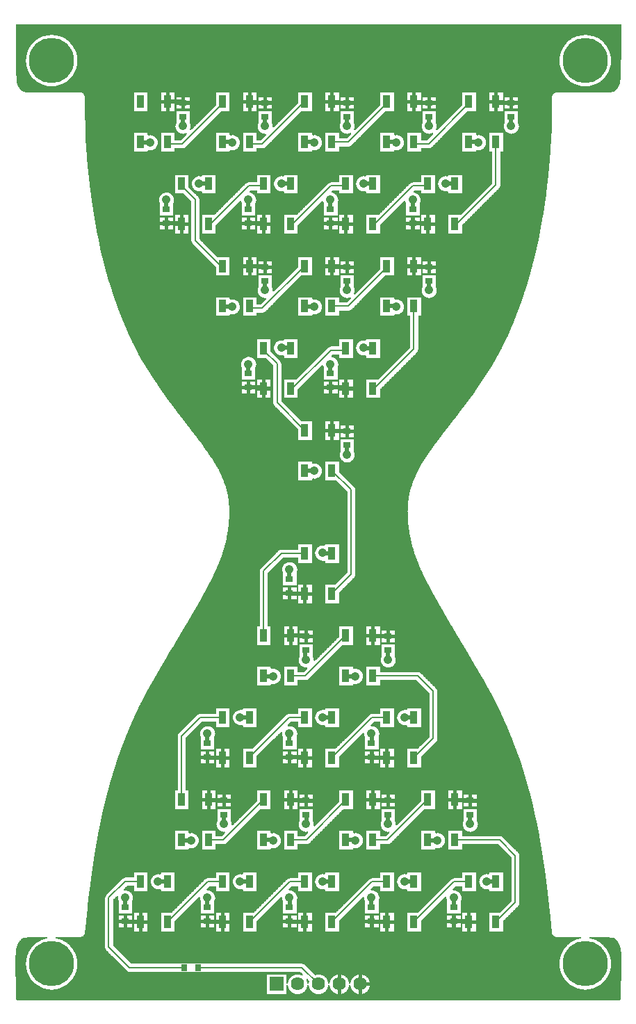
<source format=gtl>
%FSLAX33Y33*%
%MOMM*%
%AMRect-W1500000-H900001-RO0.500*
21,1,1.5,0.900001,0.,0.,270*%
%AMRect-W670710-H870710-RO1.500*
21,1,0.67071,0.87071,0.,0.,90*%
%AMRect-W1500000-H900001-RO1.500*
21,1,1.5,0.900001,0.,0.,90*%
%AMRect-W670710-H870710-RO0.500*
21,1,0.67071,0.87071,0.,0.,270*%
%AMRect-W1620000-H1620000-RO1.500*
21,1,1.62,1.62,0.,0.,90*%
%AMRect-W670710-H870710-RO1.000*
21,1,0.67071,0.87071,0.,0.,180*%
%ADD10C,0.0508*%
%ADD11C,0.2032*%
%ADD12C,0.508*%
%ADD13C,1.0668*%
%ADD14Rect-W1500000-H900001-RO0.500*%
%ADD15Rect-W670710-H870710-RO1.500*%
%ADD16Rect-W1500000-H900001-RO1.500*%
%ADD17Rect-W670710-H870710-RO0.500*%
%ADD18C,1.62*%
%ADD19Rect-W1620000-H1620000-RO1.500*%
%ADD20C,5.5*%
%ADD21Rect-W670710-H870710-RO1.000*%
D10*
%LNpour fill*%
G01*
X70555Y8132D02*
X70555Y8132D01*
X70983Y8030*
X70985Y8029*
X71445Y7838*
X71447Y7838*
X71871Y7577*
X71873Y7576*
X72252Y7253*
X72253Y7252*
X72576Y6873*
X72577Y6871*
X72838Y6447*
X72838Y6445*
X73029Y5985*
X73030Y5983*
X73146Y5499*
X73146Y5497*
X73185Y5001*
X73185Y4999*
X73146Y4503*
X73146Y4501*
X73030Y4017*
X73029Y4015*
X72838Y3555*
X72838Y3553*
X72577Y3129*
X72576Y3127*
X72253Y2748*
X72252Y2747*
X71873Y2424*
X71871Y2423*
X71447Y2162*
X71445Y2162*
X70985Y1971*
X70983Y1970*
X70499Y1854*
X70497Y1854*
X70001Y1815*
X69999Y1815*
X69503Y1854*
X69501Y1854*
X69017Y1970*
X69015Y1971*
X68555Y2162*
X68553Y2162*
X68129Y2423*
X68127Y2424*
X67748Y2747*
X67747Y2748*
X67424Y3127*
X67423Y3129*
X67162Y3553*
X67162Y3555*
X66971Y4015*
X66970Y4017*
X66854Y4501*
X66854Y4503*
X66815Y4999*
X66815Y5001*
X66854Y5497*
X66854Y5499*
X66970Y5983*
X66971Y5985*
X67162Y6445*
X67162Y6447*
X67423Y6871*
X67424Y6873*
X67747Y7252*
X67748Y7253*
X68127Y7576*
X68129Y7577*
X68553Y7838*
X68555Y7838*
X69015Y8029*
X69017Y8030*
X69478Y8140*
X69471Y8221*
X66508Y8221*
X66506Y8221*
X66459Y8227*
X66411Y8229*
X66408Y8229*
X66379Y8238*
X66350Y8242*
X66347Y8243*
X66302Y8261*
X66256Y8275*
X66253Y8276*
X66227Y8292*
X66200Y8303*
X66197Y8305*
X66159Y8334*
X66118Y8360*
X66115Y8362*
X66095Y8384*
X66071Y8402*
X66069Y8404*
X66039Y8442*
X66006Y8477*
X66004Y8480*
X65990Y8506*
X65972Y8530*
X65970Y8533*
X65952Y8578*
X65929Y8620*
X65928Y8623*
X65921Y8652*
X65909Y8680*
X65909Y8683*
X65902Y8731*
X65891Y8777*
X65891Y8778*
X65701Y10653*
X65544Y12141*
X65378Y13604*
X65200Y15044*
X65008Y16463*
X64802Y17863*
X64578Y19246*
X64336Y20612*
X64073Y21963*
X63787Y23301*
X63478Y24628*
X63142Y25945*
X62779Y27253*
X62386Y28554*
X61961Y29850*
X61504Y31143*
X61011Y32434*
X60481Y33724*
X59912Y35016*
X59303Y36310*
X58650Y37611*
X58569Y37764*
X58467Y37953*
X58345Y38173*
X58205Y38422*
X58048Y38698*
X57876Y38999*
X57689Y39324*
X57489Y39668*
X57278Y40032*
X57055Y40414*
X56823Y40811*
X56581Y41222*
X56333Y41644*
X56078Y42076*
X55818Y42517*
X55553Y42964*
X55286Y43415*
X55016Y43869*
X54746Y44324*
X54476Y44778*
X54476Y44778*
X54476Y44778*
X54476Y44779*
X54476Y44779*
X53867Y45805*
X53867Y45805*
X53867Y45805*
X53306Y46757*
X53306Y46757*
X53306Y46758*
X52791Y47640*
X52791Y47640*
X52791Y47641*
X52319Y48458*
X52319Y48459*
X52318Y48460*
X51888Y49216*
X51887Y49218*
X51886Y49219*
X51494Y49920*
X51494Y49921*
X51494Y49922*
X51493Y49922*
X51492Y49923*
X51137Y50573*
X51136Y50575*
X51136Y50576*
X51135Y50576*
X51135Y50578*
X50813Y51182*
X50812Y51183*
X50812Y51185*
X50811Y51186*
X50810Y51188*
X50520Y51750*
X50519Y51752*
X50518Y51754*
X50517Y51756*
X50516Y51757*
X50255Y52283*
X50254Y52284*
X50253Y52287*
X50252Y52290*
X50251Y52291*
X50016Y52786*
X50016Y52787*
X50015Y52791*
X50013Y52794*
X50012Y52795*
X49801Y53263*
X49801Y53264*
X49800Y53268*
X49797Y53272*
X49797Y53274*
X49608Y53719*
X49608Y53720*
X49606Y53725*
X49604Y53730*
X49603Y53731*
X49434Y54159*
X49433Y54160*
X49432Y54165*
X49430Y54170*
X49429Y54172*
X49277Y54586*
X49276Y54588*
X49275Y54593*
X49273Y54598*
X49272Y54600*
X49135Y55007*
X49134Y55008*
X49133Y55013*
X49131Y55018*
X49130Y55020*
X49005Y55424*
X49005Y55425*
X49004Y55430*
X49002Y55434*
X49001Y55436*
X48886Y55841*
X48886Y55843*
X48885Y55847*
X48884Y55850*
X48883Y55852*
X48775Y56264*
X48774Y56265*
X48774Y56268*
X48773Y56271*
X48773Y56273*
X48669Y56696*
X48669Y56697*
X48667Y56714*
X48662Y56731*
X48662Y56732*
X48608Y57034*
X48608Y57036*
X48608Y57037*
X48607Y57038*
X48607Y57040*
X48557Y57341*
X48557Y57342*
X48557Y57344*
X48556Y57345*
X48556Y57347*
X48511Y57647*
X48510Y57648*
X48510Y57650*
X48510Y57652*
X48510Y57653*
X48468Y57952*
X48468Y57954*
X48468Y57956*
X48468Y57958*
X48467Y57960*
X48431Y58257*
X48431Y58259*
X48431Y58261*
X48430Y58263*
X48430Y58265*
X48398Y58561*
X48398Y58563*
X48398Y58565*
X48398Y58568*
X48398Y58570*
X48371Y58864*
X48371Y58866*
X48371Y58869*
X48371Y58872*
X48371Y58874*
X48350Y59167*
X48350Y59168*
X48350Y59172*
X48349Y59175*
X48349Y59177*
X48334Y59468*
X48334Y59469*
X48334Y59473*
X48334Y59477*
X48334Y59479*
X48325Y59768*
X48325Y59770*
X48325Y59774*
X48325Y59778*
X48324Y59780*
X48322Y60067*
X48322Y60069*
X48322Y60074*
X48322Y60078*
X48322Y60080*
X48326Y60365*
X48326Y60367*
X48326Y60372*
X48326Y60377*
X48326Y60378*
X48336Y60662*
X48337Y60663*
X48338Y60669*
X48337Y60674*
X48337Y60676*
X48355Y60957*
X48355Y60959*
X48356Y60964*
X48356Y60970*
X48356Y60972*
X48381Y61250*
X48381Y61252*
X48383Y61258*
X48383Y61265*
X48383Y61266*
X48416Y61542*
X48416Y61544*
X48417Y61550*
X48418Y61557*
X48418Y61559*
X48458Y61832*
X48459Y61834*
X48461Y61841*
X48461Y61848*
X48461Y61850*
X48510Y62120*
X48510Y62122*
X48512Y62129*
X48513Y62137*
X48513Y62138*
X48570Y62407*
X48571Y62408*
X48573Y62416*
X48574Y62423*
X48575Y62425*
X48640Y62690*
X48641Y62692*
X48644Y62699*
X48645Y62707*
X48645Y62709*
X48743Y63053*
X48744Y63055*
X48747Y63061*
X48748Y63068*
X48748Y63070*
X48855Y63406*
X48856Y63408*
X48859Y63415*
X48860Y63422*
X48861Y63423*
X48978Y63755*
X48978Y63756*
X48982Y63763*
X48984Y63771*
X48984Y63772*
X49113Y64101*
X49113Y64102*
X49117Y64109*
X49119Y64116*
X49120Y64118*
X49260Y64446*
X49261Y64447*
X49265Y64454*
X49267Y64461*
X49268Y64463*
X49421Y64792*
X49422Y64793*
X49426Y64799*
X49429Y64806*
X49429Y64808*
X49598Y65141*
X49598Y65142*
X49602Y65148*
X49605Y65154*
X49605Y65155*
X49789Y65494*
X49790Y65496*
X49794Y65500*
X49796Y65506*
X49797Y65507*
X49997Y65854*
X49998Y65856*
X50001Y65860*
X50003Y65864*
X50004Y65866*
X50223Y66224*
X50224Y66225*
X50226Y66228*
X50228Y66232*
X50229Y66233*
X50466Y66604*
X50467Y66605*
X50469Y66608*
X50471Y66611*
X50472Y66612*
X50729Y66997*
X50730Y66999*
X50732Y67001*
X50733Y67003*
X50734Y67004*
X51012Y67407*
X51013Y67408*
X51014Y67409*
X51015Y67411*
X51016Y67412*
X51316Y67834*
X51317Y67835*
X51318Y67836*
X51319Y67837*
X51320Y67838*
X51643Y68282*
X51644Y68283*
X51645Y68283*
X51645Y68284*
X51646Y68285*
X51994Y68752*
X51995Y68753*
X51996Y68755*
X52369Y69248*
X52370Y69249*
X52370Y69250*
X52770Y69771*
X52771Y69771*
X52771Y69772*
X53198Y70324*
X53199Y70324*
X53199Y70324*
X53654Y70907*
X54397Y71867*
X55095Y72788*
X55751Y73677*
X56368Y74536*
X56947Y75370*
X57492Y76182*
X58003Y76975*
X58485Y77754*
X58938Y78523*
X59366Y79284*
X59770Y80042*
X60154Y80800*
X60518Y81563*
X60866Y82334*
X61200Y83117*
X61521Y83916*
X61833Y84735*
X62138Y85578*
X62437Y86447*
X62732Y87347*
X63009Y88239*
X63276Y89167*
X63533Y90130*
X63780Y91124*
X64016Y92146*
X64240Y93194*
X64453Y94264*
X64653Y95353*
X64840Y96458*
X65013Y97577*
X65173Y98706*
X65318Y99843*
X65447Y100984*
X65561Y102126*
X65659Y103267*
X65740Y104403*
X65804Y105531*
X65850Y106650*
X65878Y107754*
X65888Y108845*
X65888Y110527*
X65888Y110528*
X65909Y110685*
X65909Y110688*
X65970Y110835*
X65972Y110838*
X66069Y110964*
X66071Y110966*
X66197Y111063*
X66200Y111065*
X66347Y111125*
X66350Y111126*
X66506Y111147*
X66508Y111147*
X70410Y111147*
X70812Y111148*
X71179Y111150*
X71514Y111152*
X71815Y111154*
X72084Y111158*
X72327Y111163*
X72542Y111169*
X72731Y111175*
X72895Y111183*
X73036Y111192*
X73158Y111202*
X73254Y111212*
X73331Y111224*
X73392Y111235*
X73433Y111245*
X73463Y111254*
X73474Y111258*
X73480Y111261*
X73493Y111268*
X73530Y111292*
X73571Y111322*
X73614Y111358*
X73658Y111397*
X73703Y111442*
X73751Y111493*
X73797Y111547*
X73842Y111602*
X73885Y111659*
X73928Y111722*
X73970Y111786*
X74009Y111851*
X74047Y111916*
X74081Y111982*
X74112Y112048*
X74142Y112114*
X74167Y112178*
X74190Y112241*
X74209Y112302*
X74211Y112311*
X74230Y112631*
X74250Y113012*
X74266Y113391*
X74281Y113771*
X74292Y114151*
X74302Y114529*
X74310Y114909*
X74316Y115289*
X74320Y115670*
X74323Y116053*
X74325Y116436*
X74326Y116822*
X74326Y117209*
X74325Y117598*
X74324Y117991*
X74321Y118783*
X74321Y118783*
X74321Y118784*
X74321Y118785*
X74321Y118785*
X74320Y119186*
X74320Y119186*
X74320Y119187*
X74320Y119187*
X74320Y119187*
X74319Y119379*
X0681Y119379*
X0680Y119186*
X0680Y119186*
X0679Y118785*
X0679Y118785*
X0679Y118784*
X0679Y118783*
X0679Y118783*
X0676Y117991*
X0675Y117598*
X0675Y117209*
X0674Y116822*
X0675Y116436*
X0677Y116053*
X0680Y115670*
X0684Y115289*
X0690Y114909*
X0698Y114529*
X0708Y114151*
X0719Y113771*
X0734Y113391*
X0750Y113012*
X0770Y112631*
X0789Y112311*
X0791Y112302*
X0810Y112241*
X0833Y112178*
X0858Y112114*
X0887Y112048*
X0919Y111982*
X0953Y111916*
X0991Y111850*
X1030Y111786*
X1072Y111722*
X1115Y111659*
X1158Y111602*
X1203Y111546*
X1249Y111493*
X1297Y111442*
X1342Y111397*
X1386Y111358*
X1429Y111322*
X1470Y111292*
X1507Y111268*
X1520Y111261*
X1526Y111258*
X1537Y111254*
X1567Y111245*
X1608Y111235*
X1669Y111224*
X1746Y111212*
X1842Y111202*
X1964Y111192*
X2105Y111183*
X2269Y111175*
X2458Y111169*
X2673Y111163*
X2916Y111158*
X3185Y111154*
X3486Y111152*
X3821Y111150*
X4188Y111148*
X4590Y111147*
X8492Y111147*
X8494Y111147*
X8650Y111126*
X8653Y111125*
X8800Y111065*
X8803Y111063*
X8929Y110966*
X8931Y110964*
X9028Y110838*
X9030Y110835*
X9090Y110688*
X9091Y110685*
X9112Y110528*
X9112Y110527*
X9112Y108845*
X9122Y107754*
X9150Y106650*
X9196Y105531*
X9260Y104403*
X9341Y103267*
X9439Y102126*
X9553Y100984*
X9682Y99843*
X9827Y98706*
X9987Y97577*
X10160Y96458*
X10347Y95353*
X10547Y94264*
X10760Y93194*
X10984Y92146*
X11220Y91124*
X11467Y90130*
X11724Y89167*
X11991Y88239*
X12268Y87347*
X12563Y86447*
X12862Y85578*
X13167Y84735*
X13479Y83916*
X13800Y83117*
X14134Y82334*
X14482Y81563*
X14846Y80800*
X15230Y80042*
X15634Y79284*
X16062Y78523*
X16515Y77754*
X16997Y76975*
X17508Y76182*
X18053Y75370*
X18633Y74536*
X19249Y73677*
X19906Y72788*
X20603Y71867*
X21347Y70907*
X21801Y70324*
X21802Y70324*
X21802Y70324*
X22229Y69772*
X22230Y69771*
X22230Y69771*
X22630Y69250*
X22630Y69249*
X22631Y69248*
X23004Y68755*
X23005Y68753*
X23006Y68752*
X23354Y68285*
X23355Y68284*
X23355Y68283*
X23356Y68283*
X23357Y68282*
X23680Y67838*
X23681Y67837*
X23682Y67836*
X23683Y67835*
X23684Y67834*
X23984Y67412*
X23985Y67411*
X23986Y67409*
X23987Y67408*
X23988Y67407*
X24266Y67004*
X24267Y67003*
X24268Y67001*
X24270Y66999*
X24271Y66997*
X24528Y66612*
X24529Y66611*
X24531Y66608*
X24533Y66605*
X24534Y66604*
X24771Y66233*
X24772Y66232*
X24774Y66228*
X24777Y66225*
X24778Y66224*
X24996Y65866*
X24997Y65864*
X24999Y65860*
X25002Y65856*
X25003Y65854*
X25203Y65507*
X25204Y65506*
X25206Y65500*
X25210Y65496*
X25211Y65494*
X25395Y65155*
X25395Y65154*
X25398Y65148*
X25402Y65142*
X25402Y65141*
X25571Y64808*
X25571Y64806*
X25574Y64799*
X25578Y64793*
X25579Y64792*
X25732Y64463*
X25733Y64461*
X25735Y64454*
X25739Y64447*
X25740Y64446*
X25880Y64118*
X25881Y64117*
X25883Y64109*
X25887Y64102*
X25887Y64101*
X26016Y63772*
X26016Y63771*
X26018Y63763*
X26022Y63756*
X26022Y63755*
X26139Y63423*
X26140Y63422*
X26141Y63414*
X26144Y63408*
X26145Y63406*
X26252Y63069*
X26252Y63068*
X26253Y63061*
X26256Y63055*
X26257Y63053*
X26354Y62709*
X26355Y62707*
X26356Y62699*
X26359Y62692*
X26359Y62690*
X26425Y62425*
X26426Y62423*
X26426Y62416*
X26429Y62408*
X26429Y62407*
X26487Y62138*
X26487Y62137*
X26487Y62129*
X26490Y62122*
X26490Y62120*
X26539Y61850*
X26539Y61848*
X26539Y61841*
X26541Y61834*
X26542Y61832*
X26582Y61559*
X26582Y61557*
X26582Y61551*
X26584Y61544*
X26584Y61543*
X26617Y61266*
X26617Y61265*
X26617Y61258*
X26619Y61252*
X26619Y61250*
X26644Y60972*
X26644Y60970*
X26644Y60964*
X26645Y60959*
X26645Y60957*
X26663Y60676*
X26663Y60674*
X26662Y60669*
X26663Y60664*
X26663Y60662*
X26674Y60379*
X26674Y60377*
X26674Y60372*
X26674Y60367*
X26674Y60365*
X26678Y60080*
X26678Y60078*
X26678Y60074*
X26678Y60069*
X26678Y60067*
X26676Y59780*
X26675Y59778*
X26675Y59774*
X26675Y59770*
X26675Y59768*
X26666Y59479*
X26666Y59477*
X26665Y59473*
X26666Y59470*
X26666Y59468*
X26651Y59177*
X26651Y59175*
X26650Y59172*
X26650Y59168*
X26650Y59166*
X26629Y58874*
X26629Y58872*
X26629Y58869*
X26629Y58866*
X26629Y58864*
X26602Y58570*
X26602Y58568*
X26601Y58566*
X26602Y58563*
X26602Y58561*
X26570Y58265*
X26570Y58263*
X26569Y58261*
X26569Y58258*
X26569Y58257*
X26533Y57960*
X26532Y57958*
X26532Y57956*
X26532Y57954*
X26532Y57952*
X26490Y57654*
X26490Y57652*
X26490Y57650*
X26490Y57648*
X26489Y57646*
X26444Y57347*
X26443Y57345*
X26443Y57344*
X26443Y57342*
X26443Y57341*
X26393Y57040*
X26393Y57038*
X26392Y57037*
X26392Y57036*
X26392Y57034*
X26338Y56732*
X26338Y56731*
X26333Y56714*
X26331Y56697*
X26331Y56696*
X26227Y56273*
X26227Y56271*
X26226Y56268*
X26225Y56265*
X26225Y56264*
X26117Y55852*
X26116Y55851*
X26115Y55847*
X26114Y55843*
X26114Y55841*
X25998Y55436*
X25998Y55434*
X25996Y55430*
X25995Y55425*
X25995Y55424*
X25870Y55020*
X25869Y55018*
X25867Y55013*
X25866Y55008*
X25865Y55007*
X25728Y54600*
X25727Y54598*
X25725Y54593*
X25723Y54588*
X25723Y54586*
X25571Y54172*
X25570Y54170*
X25568Y54165*
X25566Y54160*
X25566Y54159*
X25397Y53731*
X25396Y53730*
X25394Y53725*
X25392Y53720*
X25392Y53719*
X25203Y53274*
X25203Y53272*
X25200Y53268*
X25199Y53264*
X25198Y53263*
X24988Y52795*
X24987Y52794*
X24985Y52791*
X24984Y52787*
X24984Y52786*
X24749Y52291*
X24748Y52290*
X24747Y52287*
X24746Y52284*
X24745Y52283*
X24484Y51757*
X24483Y51756*
X24482Y51754*
X24481Y51752*
X24480Y51750*
X24190Y51187*
X24189Y51186*
X24188Y51185*
X24188Y51183*
X24187Y51182*
X23865Y50578*
X23865Y50576*
X23864Y50576*
X23864Y50575*
X23863Y50573*
X23507Y49923*
X23507Y49922*
X23506Y49922*
X23506Y49921*
X23505Y49920*
X23114Y49219*
X23113Y49218*
X23112Y49216*
X22682Y48460*
X22681Y48459*
X22681Y48458*
X22209Y47641*
X22209Y47640*
X22209Y47640*
X21694Y46758*
X21694Y46757*
X21693Y46757*
X21133Y45805*
X21133Y45805*
X21133Y45805*
X20524Y44779*
X20524Y44779*
X20524Y44778*
X20524Y44778*
X20524Y44778*
X20254Y44324*
X19983Y43869*
X19714Y43415*
X19447Y42964*
X19182Y42517*
X18922Y42076*
X18667Y41644*
X18418Y41221*
X18177Y40811*
X17945Y40414*
X17722Y40032*
X17511Y39668*
X17311Y39323*
X17124Y38999*
X16952Y38698*
X16795Y38422*
X16655Y38173*
X16533Y37953*
X16431Y37764*
X16350Y37611*
X15697Y36310*
X15088Y35016*
X14519Y33724*
X13989Y32434*
X13497Y31143*
X13039Y29850*
X12614Y28554*
X12221Y27253*
X11858Y25945*
X11522Y24628*
X11213Y23301*
X10927Y21963*
X10664Y20612*
X10422Y19246*
X10198Y17863*
X9992Y16463*
X9800Y15044*
X9622Y13603*
X9456Y12141*
X9299Y10653*
X9109Y8779*
X9109Y8777*
X9098Y8731*
X9091Y8683*
X9090Y8680*
X9079Y8652*
X9072Y8623*
X9071Y8620*
X9048Y8578*
X9030Y8533*
X9028Y8530*
X9010Y8506*
X8996Y8480*
X8994Y8477*
X8961Y8442*
X8931Y8404*
X8929Y8402*
X8905Y8384*
X8885Y8362*
X8882Y8360*
X8841Y8334*
X8803Y8305*
X8800Y8303*
X8773Y8292*
X8747Y8276*
X8744Y8275*
X8698Y8261*
X8653Y8243*
X8650Y8242*
X8621Y8238*
X8592Y8229*
X8589Y8229*
X8541Y8227*
X8494Y8221*
X8492Y8221*
X5529Y8221*
X5522Y8140*
X5983Y8030*
X5985Y8029*
X6445Y7838*
X6447Y7838*
X6871Y7577*
X6873Y7576*
X7252Y7253*
X7253Y7252*
X7576Y6873*
X7577Y6871*
X7838Y6447*
X7838Y6445*
X8029Y5985*
X8030Y5983*
X8146Y5499*
X8146Y5497*
X8185Y5001*
X8185Y4999*
X8146Y4503*
X8146Y4501*
X8030Y4017*
X8029Y4015*
X7838Y3555*
X7838Y3553*
X7577Y3129*
X7576Y3127*
X7253Y2748*
X7252Y2747*
X6873Y2424*
X6871Y2423*
X6447Y2162*
X6445Y2162*
X5985Y1971*
X5983Y1970*
X5499Y1854*
X5497Y1854*
X5001Y1815*
X4999Y1815*
X4503Y1854*
X4501Y1854*
X4017Y1970*
X4015Y1971*
X3555Y2162*
X3553Y2162*
X3129Y2423*
X3127Y2424*
X2748Y2747*
X2747Y2748*
X2424Y3127*
X2423Y3129*
X2162Y3553*
X2162Y3555*
X1971Y4015*
X1970Y4017*
X1854Y4501*
X1854Y4503*
X1815Y4999*
X1815Y5001*
X1854Y5497*
X1854Y5499*
X1970Y5983*
X1971Y5985*
X2162Y6445*
X2162Y6447*
X2423Y6871*
X2424Y6873*
X2747Y7252*
X2748Y7253*
X3127Y7576*
X3129Y7577*
X3553Y7838*
X3555Y7838*
X4015Y8029*
X4017Y8030*
X4445Y8132*
X4435Y8214*
X4234Y8212*
X3861Y8208*
X3523Y8204*
X3216Y8200*
X2940Y8196*
X2694Y8191*
X2474Y8186*
X2281Y8180*
X2112Y8173*
X1966Y8165*
X1843Y8156*
X1741Y8147*
X1660Y8137*
X1598Y8127*
X1556Y8117*
X1530Y8110*
X1517Y8106*
X1512Y8103*
X1507Y8101*
X1471Y8077*
X1429Y8046*
X1386Y8010*
X1341Y7970*
X1295Y7925*
X1249Y7876*
X1204Y7823*
X1158Y7767*
X1114Y7708*
X1071Y7647*
X1030Y7583*
X0991Y7518*
X0954Y7453*
X0919Y7386*
X0887Y7320*
X0858Y7254*
X0833Y7190*
X0810Y7127*
X0791Y7067*
X0779Y7022*
X0730Y6746*
X0689Y6443*
X0659Y6127*
X0638Y5797*
X0626Y5457*
X0621Y5107*
X0623Y4750*
X0630Y4385*
X0641Y4015*
X0654Y3641*
X0670Y3265*
X0686Y2887*
X0686Y2887*
X0701Y2509*
X0701Y2508*
X0702Y2507*
X0715Y2133*
X0715Y2131*
X0715Y2131*
X0715Y2131*
X0715Y2129*
X0725Y1758*
X0725Y1756*
X0725Y1755*
X0725Y1754*
X0725Y1752*
X0730Y1387*
X0730Y1385*
X0730Y1383*
X0730Y1380*
X0730Y1378*
X0730Y1019*
X0730Y1018*
X0729Y1014*
X0730Y1010*
X0730Y1009*
X0724Y0731*
X0810Y0621*
X74190Y0621*
X74276Y0731*
X74270Y1009*
X74270Y1010*
X74271Y1014*
X74270Y1018*
X74270Y1019*
X74270Y1378*
X74270Y1380*
X74270Y1383*
X74270Y1385*
X74270Y1387*
X74275Y1752*
X74275Y1754*
X74275Y1755*
X74275Y1756*
X74275Y1758*
X74285Y2129*
X74285Y2130*
X74285Y2131*
X74285Y2131*
X74285Y2133*
X74299Y2507*
X74299Y2508*
X74299Y2509*
X74314Y2886*
X74314Y2886*
X74314Y2887*
X74314Y2887*
X74314Y2887*
X74330Y3265*
X74346Y3641*
X74359Y4015*
X74370Y4385*
X74377Y4750*
X74379Y5107*
X74374Y5457*
X74362Y5797*
X74341Y6127*
X74311Y6443*
X74270Y6746*
X74221Y7022*
X74209Y7067*
X74190Y7127*
X74167Y7190*
X74141Y7254*
X74113Y7320*
X74081Y7386*
X74046Y7453*
X74009Y7518*
X73970Y7583*
X73929Y7647*
X73886Y7708*
X73842Y7767*
X73797Y7823*
X73751Y7876*
X73705Y7925*
X73659Y7970*
X73614Y8011*
X73570Y8046*
X73529Y8077*
X73493Y8101*
X73488Y8104*
X73483Y8106*
X73470Y8110*
X73444Y8117*
X73402Y8127*
X73340Y8137*
X73259Y8147*
X73157Y8156*
X73034Y8165*
X72888Y8173*
X72719Y8180*
X72526Y8186*
X72306Y8191*
X72060Y8196*
X71783Y8200*
X71477Y8204*
X71139Y8208*
X70766Y8212*
X70565Y8214*
X70555Y8132*
X70497Y111854D02*
X70497Y111854D01*
X70499Y111854*
X70983Y111970*
X70985Y111971*
X71445Y112162*
X71447Y112162*
X71871Y112423*
X71873Y112424*
X72252Y112747*
X72253Y112748*
X72576Y113127*
X72577Y113129*
X72838Y113553*
X72838Y113555*
X73029Y114015*
X73030Y114017*
X73146Y114501*
X73146Y114503*
X73185Y114999*
X73185Y115001*
X73146Y115497*
X73146Y115499*
X73030Y115983*
X73029Y115985*
X72838Y116445*
X72838Y116447*
X72577Y116871*
X72576Y116873*
X72253Y117252*
X72252Y117253*
X71873Y117576*
X71871Y117577*
X71447Y117838*
X71445Y117838*
X70985Y118029*
X70983Y118030*
X70499Y118146*
X70497Y118146*
X70001Y118185*
X69999Y118185*
X69503Y118146*
X69501Y118146*
X69017Y118030*
X69015Y118029*
X68555Y117838*
X68553Y117838*
X68129Y117577*
X68127Y117576*
X67748Y117253*
X67747Y117252*
X67424Y116873*
X67423Y116871*
X67162Y116447*
X67162Y116445*
X66971Y115985*
X66970Y115983*
X66854Y115499*
X66854Y115497*
X66815Y115001*
X66815Y114999*
X66854Y114503*
X66854Y114501*
X66970Y114017*
X66971Y114015*
X67162Y113555*
X67162Y113553*
X67423Y113129*
X67424Y113127*
X67747Y112748*
X67748Y112747*
X68127Y112424*
X68129Y112423*
X68553Y112162*
X68555Y112162*
X69015Y111971*
X69017Y111970*
X69501Y111854*
X69503Y111854*
X69999Y111815*
X70001Y111815*
X70497Y111854*
X5497Y111854D02*
X5497Y111854D01*
X5499Y111854*
X5983Y111970*
X5985Y111971*
X6445Y112162*
X6447Y112162*
X6871Y112423*
X6873Y112424*
X7252Y112747*
X7253Y112748*
X7576Y113127*
X7577Y113129*
X7838Y113553*
X7838Y113555*
X8029Y114015*
X8030Y114017*
X8146Y114501*
X8146Y114503*
X8185Y114999*
X8185Y115001*
X8146Y115497*
X8146Y115499*
X8030Y115983*
X8029Y115985*
X7838Y116445*
X7838Y116447*
X7577Y116871*
X7576Y116873*
X7253Y117252*
X7252Y117253*
X6873Y117576*
X6871Y117577*
X6447Y117838*
X6445Y117838*
X5985Y118029*
X5983Y118030*
X5499Y118146*
X5497Y118146*
X5001Y118185*
X4999Y118185*
X4503Y118146*
X4501Y118146*
X4017Y118030*
X4015Y118029*
X3555Y117838*
X3553Y117838*
X3129Y117577*
X3127Y117576*
X2748Y117253*
X2747Y117252*
X2424Y116873*
X2423Y116871*
X2162Y116447*
X2162Y116445*
X1971Y115985*
X1970Y115983*
X1854Y115499*
X1854Y115497*
X1815Y115001*
X1815Y114999*
X1854Y114503*
X1854Y114501*
X1970Y114017*
X1971Y114015*
X2162Y113555*
X2162Y113553*
X2423Y113129*
X2424Y113127*
X2747Y112748*
X2748Y112747*
X3127Y112424*
X3129Y112423*
X3553Y112162*
X3555Y112162*
X4015Y111971*
X4017Y111970*
X4501Y111854*
X4503Y111854*
X4999Y111815*
X5001Y111815*
X5497Y111854*
X60025Y110139D02*
X60025Y110139D01*
X60025Y111111*
X60011Y111125*
X59339Y111125*
X59325Y111111*
X59325Y110139*
X59339Y110125*
X60011Y110125*
X60025Y110139*
X50025Y110139D02*
X50025Y110139D01*
X50025Y111111*
X50011Y111125*
X49339Y111125*
X49325Y111111*
X49325Y110139*
X49339Y110125*
X50011Y110125*
X50025Y110139*
X40025Y110139D02*
X40025Y110139D01*
X40025Y111111*
X40011Y111125*
X39339Y111125*
X39325Y111111*
X39325Y110139*
X39339Y110125*
X40011Y110125*
X40025Y110139*
X30025Y110139D02*
X30025Y110139D01*
X30025Y111111*
X30011Y111125*
X29339Y111125*
X29325Y111111*
X29325Y110139*
X29339Y110125*
X30011Y110125*
X30025Y110139*
X20025Y110139D02*
X20025Y110139D01*
X20025Y111111*
X20011Y111125*
X19339Y111125*
X19325Y111111*
X19325Y110139*
X19339Y110125*
X20011Y110125*
X20025Y110139*
X58975Y110139D02*
X58975Y110139D01*
X58975Y111111*
X58961Y111125*
X58289Y111125*
X58275Y111111*
X58275Y110139*
X58289Y110125*
X58961Y110125*
X58975Y110139*
X48975Y110139D02*
X48975Y110139D01*
X48975Y111111*
X48961Y111125*
X48289Y111125*
X48275Y111111*
X48275Y110139*
X48289Y110125*
X48961Y110125*
X48975Y110139*
X38975Y110139D02*
X38975Y110139D01*
X38975Y111111*
X38961Y111125*
X38289Y111125*
X38275Y111111*
X38275Y110139*
X38289Y110125*
X38961Y110125*
X38975Y110139*
X28975Y110139D02*
X28975Y110139D01*
X28975Y111111*
X28961Y111125*
X28289Y111125*
X28275Y111111*
X28275Y110139*
X28289Y110125*
X28961Y110125*
X28975Y110139*
X18975Y110139D02*
X18975Y110139D01*
X18975Y111111*
X18961Y111125*
X18289Y111125*
X18275Y111111*
X18275Y110139*
X18289Y110125*
X18961Y110125*
X18975Y110139*
X61861Y110039D02*
X61861Y110039D01*
X61861Y110596*
X61846Y110611*
X61189Y110611*
X61175Y110596*
X61175Y110039*
X61189Y110025*
X61846Y110025*
X61861Y110039*
X51861Y110039D02*
X51861Y110039D01*
X51861Y110596*
X51846Y110611*
X51189Y110611*
X51175Y110596*
X51175Y110039*
X51189Y110025*
X51846Y110025*
X51861Y110039*
X41861Y110039D02*
X41861Y110039D01*
X41861Y110596*
X41846Y110611*
X41189Y110611*
X41175Y110596*
X41175Y110039*
X41189Y110025*
X41846Y110025*
X41861Y110039*
X31861Y110039D02*
X31861Y110039D01*
X31861Y110596*
X31846Y110611*
X31189Y110611*
X31175Y110596*
X31175Y110039*
X31189Y110025*
X31846Y110025*
X31861Y110039*
X21861Y110039D02*
X21861Y110039D01*
X21861Y110596*
X21846Y110611*
X21189Y110611*
X21175Y110596*
X21175Y110039*
X21189Y110025*
X21846Y110025*
X21861Y110039*
X30825Y110039D02*
X30825Y110039D01*
X30825Y110596*
X30811Y110611*
X30154Y110611*
X30139Y110596*
X30139Y110039*
X30154Y110025*
X30811Y110025*
X30825Y110039*
X20825Y110039D02*
X20825Y110039D01*
X20825Y110596*
X20811Y110611*
X20154Y110611*
X20139Y110596*
X20139Y110039*
X20154Y110025*
X20811Y110025*
X20825Y110039*
X60825Y110039D02*
X60825Y110039D01*
X60825Y110596*
X60811Y110611*
X60154Y110611*
X60139Y110596*
X60139Y110039*
X60154Y110025*
X60811Y110025*
X60825Y110039*
X50825Y110039D02*
X50825Y110039D01*
X50825Y110596*
X50811Y110611*
X50154Y110611*
X50139Y110596*
X50139Y110039*
X50154Y110025*
X50811Y110025*
X50825Y110039*
X40825Y110039D02*
X40825Y110039D01*
X40825Y110596*
X40811Y110611*
X40154Y110611*
X40139Y110596*
X40139Y110039*
X40154Y110025*
X40811Y110025*
X40825Y110039*
X61861Y109104D02*
X61861Y109104D01*
X61861Y109661*
X61846Y109675*
X61189Y109675*
X61175Y109661*
X61175Y109104*
X61189Y109089*
X61846Y109089*
X61861Y109104*
X60825Y109104D02*
X60825Y109104D01*
X60825Y109661*
X60811Y109675*
X60154Y109675*
X60139Y109661*
X60139Y109104*
X60154Y109089*
X60811Y109089*
X60825Y109104*
X51861Y109104D02*
X51861Y109104D01*
X51861Y109661*
X51846Y109675*
X51189Y109675*
X51175Y109661*
X51175Y109104*
X51189Y109089*
X51846Y109089*
X51861Y109104*
X50825Y109104D02*
X50825Y109104D01*
X50825Y109661*
X50811Y109675*
X50154Y109675*
X50139Y109661*
X50139Y109104*
X50154Y109089*
X50811Y109089*
X50825Y109104*
X41861Y109104D02*
X41861Y109104D01*
X41861Y109661*
X41846Y109675*
X41189Y109675*
X41175Y109661*
X41175Y109104*
X41189Y109089*
X41846Y109089*
X41861Y109104*
X40825Y109104D02*
X40825Y109104D01*
X40825Y109661*
X40811Y109675*
X40154Y109675*
X40139Y109661*
X40139Y109104*
X40154Y109089*
X40811Y109089*
X40825Y109104*
X31861Y109104D02*
X31861Y109104D01*
X31861Y109661*
X31846Y109675*
X31189Y109675*
X31175Y109661*
X31175Y109104*
X31189Y109089*
X31846Y109089*
X31861Y109104*
X30825Y109104D02*
X30825Y109104D01*
X30825Y109661*
X30811Y109675*
X30154Y109675*
X30139Y109661*
X30139Y109104*
X30154Y109089*
X30811Y109089*
X30825Y109104*
X21861Y109104D02*
X21861Y109104D01*
X21861Y109661*
X21846Y109675*
X21189Y109675*
X21175Y109661*
X21175Y109104*
X21189Y109089*
X21846Y109089*
X21861Y109104*
X20825Y109104D02*
X20825Y109104D01*
X20825Y109661*
X20811Y109675*
X20154Y109675*
X20139Y109661*
X20139Y109104*
X20154Y109089*
X20811Y109089*
X20825Y109104*
X60025Y108789D02*
X60025Y108789D01*
X60025Y109761*
X60011Y109775*
X59339Y109775*
X59325Y109761*
X59325Y108789*
X59339Y108775*
X60011Y108775*
X60025Y108789*
X58975Y108789D02*
X58975Y108789D01*
X58975Y109761*
X58961Y109775*
X58289Y109775*
X58275Y109761*
X58275Y108789*
X58289Y108775*
X58961Y108775*
X58975Y108789*
X50025Y108789D02*
X50025Y108789D01*
X50025Y109761*
X50011Y109775*
X49339Y109775*
X49325Y109761*
X49325Y108789*
X49339Y108775*
X50011Y108775*
X50025Y108789*
X48975Y108789D02*
X48975Y108789D01*
X48975Y109761*
X48961Y109775*
X48289Y109775*
X48275Y109761*
X48275Y108789*
X48289Y108775*
X48961Y108775*
X48975Y108789*
X40025Y108789D02*
X40025Y108789D01*
X40025Y109761*
X40011Y109775*
X39339Y109775*
X39325Y109761*
X39325Y108789*
X39339Y108775*
X40011Y108775*
X40025Y108789*
X38975Y108789D02*
X38975Y108789D01*
X38975Y109761*
X38961Y109775*
X38289Y109775*
X38275Y109761*
X38275Y108789*
X38289Y108775*
X38961Y108775*
X38975Y108789*
X30025Y108789D02*
X30025Y108789D01*
X30025Y109761*
X30011Y109775*
X29339Y109775*
X29325Y109761*
X29325Y108789*
X29339Y108775*
X30011Y108775*
X30025Y108789*
X28975Y108789D02*
X28975Y108789D01*
X28975Y109761*
X28961Y109775*
X28289Y109775*
X28275Y109761*
X28275Y108789*
X28289Y108775*
X28961Y108775*
X28975Y108789*
X20025Y108789D02*
X20025Y108789D01*
X20025Y109761*
X20011Y109775*
X19339Y109775*
X19325Y109761*
X19325Y108789*
X19339Y108775*
X20011Y108775*
X20025Y108789*
X18975Y108789D02*
X18975Y108789D01*
X18975Y109761*
X18961Y109775*
X18289Y109775*
X18275Y109761*
X18275Y108789*
X18289Y108775*
X18961Y108775*
X18975Y108789*
X16725Y108789D02*
X16725Y108789D01*
X16725Y111111*
X16711Y111125*
X14989Y111125*
X14975Y111111*
X14975Y108789*
X14989Y108775*
X16711Y108775*
X16725Y108789*
X30025Y103889D02*
X30025Y103889D01*
X30025Y104263*
X30701Y104263*
X30704Y104263*
X30903Y104303*
X30908Y104305*
X31077Y104418*
X31079Y104420*
X35434Y108775*
X36711Y108775*
X36725Y108789*
X36725Y111111*
X36711Y111125*
X34989Y111125*
X34975Y111111*
X34975Y109834*
X32048Y106907*
X31961Y106951*
X31967Y106998*
X31967Y107002*
X31934Y107249*
X31933Y107252*
X31861Y107427*
X31861Y108896*
X31846Y108911*
X30154Y108911*
X30139Y108896*
X30139Y107427*
X30067Y107252*
X30066Y107249*
X30033Y107002*
X30033Y106998*
X30066Y106751*
X30067Y106748*
X30162Y106518*
X30164Y106515*
X30315Y106318*
X30318Y106315*
X30515Y106164*
X30518Y106162*
X30748Y106067*
X30751Y106066*
X30998Y106033*
X31002Y106033*
X31049Y106039*
X31093Y105952*
X30478Y105337*
X30025Y105337*
X30025Y106211*
X30011Y106225*
X28289Y106225*
X28275Y106211*
X28275Y103889*
X28289Y103875*
X30011Y103875*
X30025Y103889*
X50025Y103889D02*
X50025Y103889D01*
X50025Y104263*
X50951Y104263*
X50954Y104263*
X51153Y104303*
X51158Y104305*
X51327Y104418*
X51329Y104420*
X55684Y108775*
X56711Y108775*
X56725Y108789*
X56725Y111111*
X56711Y111125*
X54989Y111125*
X54975Y111111*
X54975Y109584*
X51947Y106556*
X51874Y106605*
X51933Y106748*
X51934Y106751*
X51967Y106998*
X51967Y107002*
X51934Y107249*
X51933Y107252*
X51861Y107427*
X51861Y108896*
X51846Y108911*
X50154Y108911*
X50139Y108896*
X50139Y107427*
X50067Y107252*
X50066Y107249*
X50033Y107002*
X50033Y106998*
X50066Y106751*
X50067Y106748*
X50162Y106518*
X50164Y106515*
X50315Y106318*
X50318Y106315*
X50515Y106164*
X50518Y106162*
X50748Y106067*
X50751Y106066*
X50998Y106033*
X51002Y106033*
X51249Y106066*
X51252Y106067*
X51395Y106126*
X51444Y106053*
X50728Y105337*
X50025Y105337*
X50025Y106211*
X50011Y106225*
X48289Y106225*
X48275Y106211*
X48275Y103889*
X48289Y103875*
X50011Y103875*
X50025Y103889*
X20025Y103889D02*
X20025Y103889D01*
X20025Y104263*
X20951Y104263*
X20954Y104263*
X21153Y104303*
X21158Y104305*
X21327Y104418*
X21329Y104420*
X25684Y108775*
X26711Y108775*
X26725Y108789*
X26725Y111111*
X26711Y111125*
X24989Y111125*
X24975Y111111*
X24975Y109584*
X21947Y106556*
X21874Y106605*
X21933Y106748*
X21934Y106751*
X21967Y106998*
X21967Y107002*
X21934Y107249*
X21933Y107252*
X21861Y107427*
X21861Y108896*
X21846Y108911*
X20154Y108911*
X20139Y108896*
X20139Y107427*
X20067Y107252*
X20066Y107249*
X20033Y107002*
X20033Y106998*
X20066Y106751*
X20067Y106748*
X20162Y106518*
X20164Y106515*
X20315Y106318*
X20318Y106315*
X20515Y106164*
X20518Y106162*
X20748Y106067*
X20751Y106066*
X20998Y106033*
X21002Y106033*
X21249Y106066*
X21252Y106067*
X21395Y106126*
X21444Y106053*
X20728Y105337*
X20025Y105337*
X20025Y106211*
X20011Y106225*
X18289Y106225*
X18275Y106211*
X18275Y103889*
X18289Y103875*
X20011Y103875*
X20025Y103889*
X40025Y103889D02*
X40025Y103889D01*
X40025Y104513*
X41201Y104513*
X41204Y104513*
X41403Y104553*
X41408Y104555*
X41577Y104668*
X41579Y104670*
X45684Y108775*
X46711Y108775*
X46725Y108789*
X46725Y111111*
X46711Y111125*
X44989Y111125*
X44975Y111111*
X44975Y109584*
X41947Y106556*
X41874Y106605*
X41933Y106748*
X41934Y106751*
X41967Y106998*
X41967Y107002*
X41934Y107249*
X41933Y107252*
X41861Y107427*
X41861Y108896*
X41846Y108911*
X40154Y108911*
X40139Y108896*
X40139Y107427*
X40067Y107252*
X40066Y107249*
X40033Y107002*
X40033Y106998*
X40066Y106751*
X40067Y106748*
X40162Y106518*
X40164Y106515*
X40315Y106318*
X40318Y106315*
X40515Y106164*
X40518Y106162*
X40748Y106067*
X40751Y106066*
X40998Y106033*
X41002Y106033*
X41249Y106066*
X41252Y106067*
X41395Y106126*
X41444Y106053*
X40978Y105587*
X40025Y105587*
X40025Y106211*
X40011Y106225*
X38289Y106225*
X38275Y106211*
X38275Y103889*
X38289Y103875*
X40011Y103875*
X40025Y103889*
X61249Y106066D02*
X61249Y106066D01*
X61252Y106067*
X61482Y106162*
X61485Y106164*
X61682Y106315*
X61685Y106318*
X61836Y106515*
X61838Y106518*
X61933Y106748*
X61934Y106751*
X61967Y106998*
X61967Y107002*
X61934Y107249*
X61933Y107252*
X61861Y107427*
X61861Y108896*
X61846Y108911*
X60154Y108911*
X60139Y108896*
X60139Y107427*
X60067Y107252*
X60066Y107249*
X60033Y107002*
X60033Y106998*
X60066Y106751*
X60067Y106748*
X60162Y106518*
X60164Y106515*
X60315Y106318*
X60318Y106315*
X60515Y106164*
X60518Y106162*
X60748Y106067*
X60751Y106066*
X60998Y106033*
X61002Y106033*
X61249Y106066*
X56725Y103889D02*
X56725Y103889D01*
X56725Y103975*
X56834Y104055*
X56998Y104033*
X57002Y104033*
X57249Y104066*
X57252Y104067*
X57482Y104162*
X57485Y104164*
X57682Y104315*
X57685Y104318*
X57836Y104515*
X57838Y104518*
X57933Y104748*
X57934Y104751*
X57967Y104998*
X57967Y105002*
X57934Y105249*
X57933Y105252*
X57838Y105482*
X57836Y105485*
X57685Y105682*
X57682Y105685*
X57485Y105836*
X57482Y105838*
X57252Y105933*
X57249Y105934*
X57002Y105967*
X56998Y105967*
X56834Y105945*
X56725Y106025*
X56725Y106211*
X56711Y106225*
X54989Y106225*
X54975Y106211*
X54975Y103889*
X54989Y103875*
X56711Y103875*
X56725Y103889*
X46725Y103889D02*
X46725Y103889D01*
X46725Y103975*
X46834Y104055*
X46998Y104033*
X47002Y104033*
X47249Y104066*
X47252Y104067*
X47482Y104162*
X47485Y104164*
X47682Y104315*
X47685Y104318*
X47836Y104515*
X47838Y104518*
X47933Y104748*
X47934Y104751*
X47967Y104998*
X47967Y105002*
X47934Y105249*
X47933Y105252*
X47838Y105482*
X47836Y105485*
X47685Y105682*
X47682Y105685*
X47485Y105836*
X47482Y105838*
X47252Y105933*
X47249Y105934*
X47002Y105967*
X46998Y105967*
X46834Y105945*
X46725Y106025*
X46725Y106211*
X46711Y106225*
X44989Y106225*
X44975Y106211*
X44975Y103889*
X44989Y103875*
X46711Y103875*
X46725Y103889*
X36725Y103889D02*
X36725Y103889D01*
X36725Y103975*
X36834Y104055*
X36998Y104033*
X37002Y104033*
X37249Y104066*
X37252Y104067*
X37482Y104162*
X37485Y104164*
X37682Y104315*
X37685Y104318*
X37836Y104515*
X37838Y104518*
X37933Y104748*
X37934Y104751*
X37967Y104998*
X37967Y105002*
X37934Y105249*
X37933Y105252*
X37838Y105482*
X37836Y105485*
X37685Y105682*
X37682Y105685*
X37485Y105836*
X37482Y105838*
X37252Y105933*
X37249Y105934*
X37002Y105967*
X36998Y105967*
X36834Y105945*
X36725Y106025*
X36725Y106211*
X36711Y106225*
X34989Y106225*
X34975Y106211*
X34975Y103889*
X34989Y103875*
X36711Y103875*
X36725Y103889*
X26725Y103889D02*
X26725Y103889D01*
X26725Y103975*
X26834Y104055*
X26998Y104033*
X27002Y104033*
X27249Y104066*
X27252Y104067*
X27482Y104162*
X27485Y104164*
X27682Y104315*
X27685Y104318*
X27836Y104515*
X27838Y104518*
X27933Y104748*
X27934Y104751*
X27967Y104998*
X27967Y105002*
X27934Y105249*
X27933Y105252*
X27838Y105482*
X27836Y105485*
X27685Y105682*
X27682Y105685*
X27485Y105836*
X27482Y105838*
X27252Y105933*
X27249Y105934*
X27002Y105967*
X26998Y105967*
X26834Y105945*
X26725Y106025*
X26725Y106211*
X26711Y106225*
X24989Y106225*
X24975Y106211*
X24975Y103889*
X24989Y103875*
X26711Y103875*
X26725Y103889*
X16725Y103889D02*
X16725Y103889D01*
X16725Y103975*
X16834Y104055*
X16998Y104033*
X17002Y104033*
X17249Y104066*
X17252Y104067*
X17482Y104162*
X17485Y104164*
X17682Y104315*
X17685Y104318*
X17836Y104515*
X17838Y104518*
X17933Y104748*
X17934Y104751*
X17967Y104998*
X17967Y105002*
X17934Y105249*
X17933Y105252*
X17838Y105482*
X17836Y105485*
X17685Y105682*
X17682Y105685*
X17485Y105836*
X17482Y105838*
X17252Y105933*
X17249Y105934*
X17002Y105967*
X16998Y105967*
X16834Y105945*
X16725Y106025*
X16725Y106211*
X16711Y106225*
X14989Y106225*
X14975Y106211*
X14975Y103889*
X14989Y103875*
X16711Y103875*
X16725Y103889*
X55025Y98789D02*
X55025Y98789D01*
X55025Y101111*
X55011Y101125*
X53289Y101125*
X53275Y101111*
X53275Y101025*
X53166Y100945*
X53002Y100967*
X52998Y100967*
X52751Y100934*
X52748Y100933*
X52518Y100838*
X52515Y100836*
X52318Y100685*
X52315Y100682*
X52164Y100485*
X52162Y100482*
X52067Y100252*
X52066Y100249*
X52033Y100002*
X52033Y99998*
X52066Y99751*
X52067Y99748*
X52162Y99518*
X52164Y99515*
X52315Y99318*
X52318Y99315*
X52515Y99164*
X52518Y99162*
X52748Y99067*
X52751Y99066*
X52998Y99033*
X53002Y99033*
X53166Y99055*
X53275Y98975*
X53275Y98789*
X53289Y98775*
X55011Y98775*
X55025Y98789*
X45025Y98789D02*
X45025Y98789D01*
X45025Y101111*
X45011Y101125*
X43289Y101125*
X43275Y101111*
X43275Y101025*
X43166Y100945*
X43002Y100967*
X42998Y100967*
X42751Y100934*
X42748Y100933*
X42518Y100838*
X42515Y100836*
X42318Y100685*
X42315Y100682*
X42164Y100485*
X42162Y100482*
X42067Y100252*
X42066Y100249*
X42033Y100002*
X42033Y99998*
X42066Y99751*
X42067Y99748*
X42162Y99518*
X42164Y99515*
X42315Y99318*
X42318Y99315*
X42515Y99164*
X42518Y99162*
X42748Y99067*
X42751Y99066*
X42998Y99033*
X43002Y99033*
X43166Y99055*
X43275Y98975*
X43275Y98789*
X43289Y98775*
X45011Y98775*
X45025Y98789*
X35025Y98789D02*
X35025Y98789D01*
X35025Y101111*
X35011Y101125*
X33289Y101125*
X33275Y101111*
X33275Y101025*
X33166Y100945*
X33002Y100967*
X32998Y100967*
X32751Y100934*
X32748Y100933*
X32518Y100838*
X32515Y100836*
X32318Y100685*
X32315Y100682*
X32164Y100485*
X32162Y100482*
X32067Y100252*
X32066Y100249*
X32033Y100002*
X32033Y99998*
X32066Y99751*
X32067Y99748*
X32162Y99518*
X32164Y99515*
X32315Y99318*
X32318Y99315*
X32515Y99164*
X32518Y99162*
X32748Y99067*
X32751Y99066*
X32998Y99033*
X33002Y99033*
X33166Y99055*
X33275Y98975*
X33275Y98789*
X33289Y98775*
X35011Y98775*
X35025Y98789*
X25025Y98789D02*
X25025Y98789D01*
X25025Y101111*
X25011Y101125*
X23289Y101125*
X23275Y101111*
X23275Y101025*
X23166Y100945*
X23002Y100967*
X22998Y100967*
X22751Y100934*
X22748Y100933*
X22518Y100838*
X22515Y100836*
X22318Y100685*
X22315Y100682*
X22164Y100485*
X22162Y100482*
X22067Y100252*
X22066Y100249*
X22033Y100002*
X22033Y99998*
X22066Y99751*
X22067Y99748*
X22162Y99518*
X22164Y99515*
X22315Y99318*
X22318Y99315*
X22515Y99164*
X22518Y99162*
X22748Y99067*
X22751Y99066*
X22998Y99033*
X23002Y99033*
X23166Y99055*
X23275Y98975*
X23275Y98789*
X23289Y98775*
X25011Y98775*
X25025Y98789*
X45025Y93889D02*
X45025Y93889D01*
X45025Y94931*
X47964Y97869*
X48054Y97839*
X48066Y97751*
X48067Y97748*
X48139Y97573*
X48139Y96104*
X48154Y96089*
X49846Y96089*
X49861Y96104*
X49861Y97573*
X49933Y97748*
X49934Y97751*
X49967Y97998*
X49967Y98002*
X49934Y98249*
X49933Y98252*
X49838Y98482*
X49836Y98485*
X49685Y98682*
X49682Y98685*
X49485Y98836*
X49482Y98838*
X49252Y98933*
X49249Y98934*
X49161Y98946*
X49131Y99036*
X49258Y99163*
X49975Y99163*
X49975Y98789*
X49989Y98775*
X51711Y98775*
X51725Y98789*
X51725Y101111*
X51711Y101125*
X49989Y101125*
X49975Y101111*
X49975Y100237*
X49034Y100237*
X49032Y100237*
X48832Y100197*
X48828Y100195*
X48659Y100082*
X48657Y100080*
X44802Y96225*
X43289Y96225*
X43275Y96211*
X43275Y93889*
X43289Y93875*
X45011Y93875*
X45025Y93889*
X35025Y93889D02*
X35025Y93889D01*
X35025Y94916*
X37966Y97856*
X38056Y97826*
X38066Y97751*
X38067Y97748*
X38139Y97573*
X38139Y96104*
X38154Y96089*
X39846Y96089*
X39861Y96104*
X39861Y97573*
X39933Y97748*
X39934Y97751*
X39967Y97998*
X39967Y98002*
X39934Y98249*
X39933Y98252*
X39838Y98482*
X39836Y98485*
X39685Y98682*
X39682Y98685*
X39485Y98836*
X39482Y98838*
X39252Y98933*
X39249Y98934*
X39174Y98944*
X39144Y99034*
X39272Y99163*
X39975Y99163*
X39975Y98789*
X39989Y98775*
X41711Y98775*
X41725Y98789*
X41725Y101111*
X41711Y101125*
X39989Y101125*
X39975Y101111*
X39975Y100237*
X39049Y100237*
X39046Y100237*
X38847Y100197*
X38842Y100195*
X38673Y100082*
X38671Y100080*
X34816Y96225*
X33289Y96225*
X33275Y96211*
X33275Y93889*
X33289Y93875*
X35011Y93875*
X35025Y93889*
X25025Y93889D02*
X25025Y93889D01*
X25025Y94931*
X27964Y97869*
X28054Y97839*
X28066Y97751*
X28067Y97748*
X28139Y97573*
X28139Y96104*
X28154Y96089*
X29846Y96089*
X29861Y96104*
X29861Y97573*
X29933Y97748*
X29934Y97751*
X29967Y97998*
X29967Y98002*
X29934Y98249*
X29933Y98252*
X29838Y98482*
X29836Y98485*
X29685Y98682*
X29682Y98685*
X29485Y98836*
X29482Y98838*
X29252Y98933*
X29249Y98934*
X29161Y98946*
X29131Y99036*
X29258Y99163*
X29975Y99163*
X29975Y98789*
X29989Y98775*
X31711Y98775*
X31725Y98789*
X31725Y101111*
X31711Y101125*
X29989Y101125*
X29975Y101111*
X29975Y100237*
X29034Y100237*
X29032Y100237*
X28832Y100197*
X28828Y100195*
X28659Y100082*
X28657Y100080*
X24802Y96225*
X23289Y96225*
X23275Y96211*
X23275Y93889*
X23289Y93875*
X25011Y93875*
X25025Y93889*
X19861Y96104D02*
X19861Y96104D01*
X19861Y97573*
X19933Y97748*
X19934Y97751*
X19967Y97998*
X19967Y98002*
X19934Y98249*
X19933Y98252*
X19838Y98482*
X19836Y98485*
X19685Y98682*
X19682Y98685*
X19485Y98836*
X19482Y98838*
X19252Y98933*
X19249Y98934*
X19002Y98967*
X18998Y98967*
X18751Y98934*
X18748Y98933*
X18518Y98838*
X18515Y98836*
X18318Y98685*
X18315Y98682*
X18164Y98485*
X18162Y98482*
X18067Y98252*
X18066Y98249*
X18033Y98002*
X18033Y97998*
X18066Y97751*
X18067Y97748*
X18139Y97573*
X18139Y96104*
X18154Y96089*
X19846Y96089*
X19861Y96104*
X49861Y95339D02*
X49861Y95339D01*
X49861Y95896*
X49846Y95911*
X49189Y95911*
X49175Y95896*
X49175Y95339*
X49189Y95325*
X49846Y95325*
X49861Y95339*
X39861Y95339D02*
X39861Y95339D01*
X39861Y95896*
X39846Y95911*
X39189Y95911*
X39175Y95896*
X39175Y95339*
X39189Y95325*
X39846Y95325*
X39861Y95339*
X29861Y95339D02*
X29861Y95339D01*
X29861Y95896*
X29846Y95911*
X29189Y95911*
X29175Y95896*
X29175Y95339*
X29189Y95325*
X29846Y95325*
X29861Y95339*
X19861Y95339D02*
X19861Y95339D01*
X19861Y95896*
X19846Y95911*
X19189Y95911*
X19175Y95896*
X19175Y95339*
X19189Y95325*
X19846Y95325*
X19861Y95339*
X38825Y95339D02*
X38825Y95339D01*
X38825Y95896*
X38811Y95911*
X38154Y95911*
X38139Y95896*
X38139Y95339*
X38154Y95325*
X38811Y95325*
X38825Y95339*
X28825Y95339D02*
X28825Y95339D01*
X28825Y95896*
X28811Y95911*
X28154Y95911*
X28139Y95896*
X28139Y95339*
X28154Y95325*
X28811Y95325*
X28825Y95339*
X18825Y95339D02*
X18825Y95339D01*
X18825Y95896*
X18811Y95911*
X18154Y95911*
X18139Y95896*
X18139Y95339*
X18154Y95325*
X18811Y95325*
X18825Y95339*
X48825Y95339D02*
X48825Y95339D01*
X48825Y95896*
X48811Y95911*
X48154Y95911*
X48139Y95896*
X48139Y95339*
X48154Y95325*
X48811Y95325*
X48825Y95339*
X51725Y95239D02*
X51725Y95239D01*
X51725Y96211*
X51711Y96225*
X51039Y96225*
X51025Y96211*
X51025Y95239*
X51039Y95225*
X51711Y95225*
X51725Y95239*
X41725Y95239D02*
X41725Y95239D01*
X41725Y96211*
X41711Y96225*
X41039Y96225*
X41025Y96211*
X41025Y95239*
X41039Y95225*
X41711Y95225*
X41725Y95239*
X50675Y95239D02*
X50675Y95239D01*
X50675Y96211*
X50661Y96225*
X49989Y96225*
X49975Y96211*
X49975Y95239*
X49989Y95225*
X50661Y95225*
X50675Y95239*
X40675Y95239D02*
X40675Y95239D01*
X40675Y96211*
X40661Y96225*
X39989Y96225*
X39975Y96211*
X39975Y95239*
X39989Y95225*
X40661Y95225*
X40675Y95239*
X31725Y95239D02*
X31725Y95239D01*
X31725Y96211*
X31711Y96225*
X31039Y96225*
X31025Y96211*
X31025Y95239*
X31039Y95225*
X31711Y95225*
X31725Y95239*
X21725Y95239D02*
X21725Y95239D01*
X21725Y96211*
X21711Y96225*
X21039Y96225*
X21025Y96211*
X21025Y95239*
X21039Y95225*
X21711Y95225*
X21725Y95239*
X20675Y95239D02*
X20675Y95239D01*
X20675Y96211*
X20661Y96225*
X19989Y96225*
X19975Y96211*
X19975Y95239*
X19989Y95225*
X20661Y95225*
X20675Y95239*
X30675Y95239D02*
X30675Y95239D01*
X30675Y96211*
X30661Y96225*
X29989Y96225*
X29975Y96211*
X29975Y95239*
X29989Y95225*
X30661Y95225*
X30675Y95239*
X49861Y94404D02*
X49861Y94404D01*
X49861Y94961*
X49846Y94975*
X49189Y94975*
X49175Y94961*
X49175Y94404*
X49189Y94389*
X49846Y94389*
X49861Y94404*
X48825Y94404D02*
X48825Y94404D01*
X48825Y94961*
X48811Y94975*
X48154Y94975*
X48139Y94961*
X48139Y94404*
X48154Y94389*
X48811Y94389*
X48825Y94404*
X39861Y94404D02*
X39861Y94404D01*
X39861Y94961*
X39846Y94975*
X39189Y94975*
X39175Y94961*
X39175Y94404*
X39189Y94389*
X39846Y94389*
X39861Y94404*
X38825Y94404D02*
X38825Y94404D01*
X38825Y94961*
X38811Y94975*
X38154Y94975*
X38139Y94961*
X38139Y94404*
X38154Y94389*
X38811Y94389*
X38825Y94404*
X29861Y94404D02*
X29861Y94404D01*
X29861Y94961*
X29846Y94975*
X29189Y94975*
X29175Y94961*
X29175Y94404*
X29189Y94389*
X29846Y94389*
X29861Y94404*
X28825Y94404D02*
X28825Y94404D01*
X28825Y94961*
X28811Y94975*
X28154Y94975*
X28139Y94961*
X28139Y94404*
X28154Y94389*
X28811Y94389*
X28825Y94404*
X19861Y94404D02*
X19861Y94404D01*
X19861Y94961*
X19846Y94975*
X19189Y94975*
X19175Y94961*
X19175Y94404*
X19189Y94389*
X19846Y94389*
X19861Y94404*
X18825Y94404D02*
X18825Y94404D01*
X18825Y94961*
X18811Y94975*
X18154Y94975*
X18139Y94961*
X18139Y94404*
X18154Y94389*
X18811Y94389*
X18825Y94404*
X55025Y93889D02*
X55025Y93889D01*
X55025Y94916*
X59530Y99421*
X59532Y99423*
X59645Y99592*
X59647Y99597*
X59687Y99796*
X59687Y99799*
X59687Y103875*
X60011Y103875*
X60025Y103889*
X60025Y106211*
X60011Y106225*
X58289Y106225*
X58275Y106211*
X58275Y103889*
X58289Y103875*
X58613Y103875*
X58613Y100022*
X54816Y96225*
X53289Y96225*
X53275Y96211*
X53275Y93889*
X53289Y93875*
X55011Y93875*
X55025Y93889*
X51725Y93889D02*
X51725Y93889D01*
X51725Y94861*
X51711Y94875*
X51039Y94875*
X51025Y94861*
X51025Y93889*
X51039Y93875*
X51711Y93875*
X51725Y93889*
X50675Y93889D02*
X50675Y93889D01*
X50675Y94861*
X50661Y94875*
X49989Y94875*
X49975Y94861*
X49975Y93889*
X49989Y93875*
X50661Y93875*
X50675Y93889*
X41725Y93889D02*
X41725Y93889D01*
X41725Y94861*
X41711Y94875*
X41039Y94875*
X41025Y94861*
X41025Y93889*
X41039Y93875*
X41711Y93875*
X41725Y93889*
X40675Y93889D02*
X40675Y93889D01*
X40675Y94861*
X40661Y94875*
X39989Y94875*
X39975Y94861*
X39975Y93889*
X39989Y93875*
X40661Y93875*
X40675Y93889*
X31725Y93889D02*
X31725Y93889D01*
X31725Y94861*
X31711Y94875*
X31039Y94875*
X31025Y94861*
X31025Y93889*
X31039Y93875*
X31711Y93875*
X31725Y93889*
X30675Y93889D02*
X30675Y93889D01*
X30675Y94861*
X30661Y94875*
X29989Y94875*
X29975Y94861*
X29975Y93889*
X29989Y93875*
X30661Y93875*
X30675Y93889*
X21725Y93889D02*
X21725Y93889D01*
X21725Y94861*
X21711Y94875*
X21039Y94875*
X21025Y94861*
X21025Y93889*
X21039Y93875*
X21711Y93875*
X21725Y93889*
X20675Y93889D02*
X20675Y93889D01*
X20675Y94861*
X20661Y94875*
X19989Y94875*
X19975Y94861*
X19975Y93889*
X19989Y93875*
X20661Y93875*
X20675Y93889*
X50025Y90139D02*
X50025Y90139D01*
X50025Y91111*
X50011Y91125*
X49339Y91125*
X49325Y91111*
X49325Y90139*
X49339Y90125*
X50011Y90125*
X50025Y90139*
X40025Y90139D02*
X40025Y90139D01*
X40025Y91111*
X40011Y91125*
X39339Y91125*
X39325Y91111*
X39325Y90139*
X39339Y90125*
X40011Y90125*
X40025Y90139*
X30025Y90139D02*
X30025Y90139D01*
X30025Y91111*
X30011Y91125*
X29339Y91125*
X29325Y91111*
X29325Y90139*
X29339Y90125*
X30011Y90125*
X30025Y90139*
X48975Y90139D02*
X48975Y90139D01*
X48975Y91111*
X48961Y91125*
X48289Y91125*
X48275Y91111*
X48275Y90139*
X48289Y90125*
X48961Y90125*
X48975Y90139*
X38975Y90139D02*
X38975Y90139D01*
X38975Y91111*
X38961Y91125*
X38289Y91125*
X38275Y91111*
X38275Y90139*
X38289Y90125*
X38961Y90125*
X38975Y90139*
X28975Y90139D02*
X28975Y90139D01*
X28975Y91111*
X28961Y91125*
X28289Y91125*
X28275Y91111*
X28275Y90139*
X28289Y90125*
X28961Y90125*
X28975Y90139*
X51861Y90039D02*
X51861Y90039D01*
X51861Y90596*
X51846Y90611*
X51189Y90611*
X51175Y90596*
X51175Y90039*
X51189Y90025*
X51846Y90025*
X51861Y90039*
X41861Y90039D02*
X41861Y90039D01*
X41861Y90596*
X41846Y90611*
X41189Y90611*
X41175Y90596*
X41175Y90039*
X41189Y90025*
X41846Y90025*
X41861Y90039*
X31861Y90039D02*
X31861Y90039D01*
X31861Y90596*
X31846Y90611*
X31189Y90611*
X31175Y90596*
X31175Y90039*
X31189Y90025*
X31846Y90025*
X31861Y90039*
X50825Y90039D02*
X50825Y90039D01*
X50825Y90596*
X50811Y90611*
X50154Y90611*
X50139Y90596*
X50139Y90039*
X50154Y90025*
X50811Y90025*
X50825Y90039*
X40825Y90039D02*
X40825Y90039D01*
X40825Y90596*
X40811Y90611*
X40154Y90611*
X40139Y90596*
X40139Y90039*
X40154Y90025*
X40811Y90025*
X40825Y90039*
X30825Y90039D02*
X30825Y90039D01*
X30825Y90596*
X30811Y90611*
X30154Y90611*
X30139Y90596*
X30139Y90039*
X30154Y90025*
X30811Y90025*
X30825Y90039*
X51861Y89104D02*
X51861Y89104D01*
X51861Y89661*
X51846Y89675*
X51189Y89675*
X51175Y89661*
X51175Y89104*
X51189Y89089*
X51846Y89089*
X51861Y89104*
X50825Y89104D02*
X50825Y89104D01*
X50825Y89661*
X50811Y89675*
X50154Y89675*
X50139Y89661*
X50139Y89104*
X50154Y89089*
X50811Y89089*
X50825Y89104*
X41861Y89104D02*
X41861Y89104D01*
X41861Y89661*
X41846Y89675*
X41189Y89675*
X41175Y89661*
X41175Y89104*
X41189Y89089*
X41846Y89089*
X41861Y89104*
X40825Y89104D02*
X40825Y89104D01*
X40825Y89661*
X40811Y89675*
X40154Y89675*
X40139Y89661*
X40139Y89104*
X40154Y89089*
X40811Y89089*
X40825Y89104*
X31861Y89104D02*
X31861Y89104D01*
X31861Y89661*
X31846Y89675*
X31189Y89675*
X31175Y89661*
X31175Y89104*
X31189Y89089*
X31846Y89089*
X31861Y89104*
X30825Y89104D02*
X30825Y89104D01*
X30825Y89661*
X30811Y89675*
X30154Y89675*
X30139Y89661*
X30139Y89104*
X30154Y89089*
X30811Y89089*
X30825Y89104*
X50025Y88789D02*
X50025Y88789D01*
X50025Y89761*
X50011Y89775*
X49339Y89775*
X49325Y89761*
X49325Y88789*
X49339Y88775*
X50011Y88775*
X50025Y88789*
X48975Y88789D02*
X48975Y88789D01*
X48975Y89761*
X48961Y89775*
X48289Y89775*
X48275Y89761*
X48275Y88789*
X48289Y88775*
X48961Y88775*
X48975Y88789*
X40025Y88789D02*
X40025Y88789D01*
X40025Y89761*
X40011Y89775*
X39339Y89775*
X39325Y89761*
X39325Y88789*
X39339Y88775*
X40011Y88775*
X40025Y88789*
X38975Y88789D02*
X38975Y88789D01*
X38975Y89761*
X38961Y89775*
X38289Y89775*
X38275Y89761*
X38275Y88789*
X38289Y88775*
X38961Y88775*
X38975Y88789*
X30025Y88789D02*
X30025Y88789D01*
X30025Y89761*
X30011Y89775*
X29339Y89775*
X29325Y89761*
X29325Y88789*
X29339Y88775*
X30011Y88775*
X30025Y88789*
X28975Y88789D02*
X28975Y88789D01*
X28975Y89761*
X28961Y89775*
X28289Y89775*
X28275Y89761*
X28275Y88789*
X28289Y88775*
X28961Y88775*
X28975Y88789*
X26725Y88789D02*
X26725Y88789D01*
X26725Y91111*
X26711Y91125*
X25184Y91125*
X23037Y93272*
X23037Y98051*
X23037Y98054*
X22997Y98253*
X22995Y98258*
X22882Y98427*
X22880Y98429*
X21725Y99584*
X21725Y101111*
X21711Y101125*
X19989Y101125*
X19975Y101111*
X19975Y98789*
X19989Y98775*
X21016Y98775*
X21963Y97828*
X21963Y93049*
X21963Y93046*
X22003Y92847*
X22005Y92842*
X22118Y92673*
X22120Y92671*
X24975Y89816*
X24975Y88789*
X24989Y88775*
X26711Y88775*
X26725Y88789*
X30025Y83889D02*
X30025Y83889D01*
X30025Y84263*
X30701Y84263*
X30704Y84263*
X30903Y84303*
X30908Y84305*
X31077Y84418*
X31079Y84420*
X35434Y88775*
X36711Y88775*
X36725Y88789*
X36725Y91111*
X36711Y91125*
X34989Y91125*
X34975Y91111*
X34975Y89834*
X32048Y86907*
X31961Y86951*
X31967Y86998*
X31967Y87002*
X31934Y87249*
X31933Y87252*
X31861Y87427*
X31861Y88896*
X31846Y88911*
X30154Y88911*
X30139Y88896*
X30139Y87427*
X30067Y87252*
X30066Y87249*
X30033Y87002*
X30033Y86998*
X30066Y86751*
X30067Y86748*
X30162Y86518*
X30164Y86515*
X30315Y86318*
X30318Y86315*
X30515Y86164*
X30518Y86162*
X30748Y86067*
X30751Y86066*
X30998Y86033*
X31002Y86033*
X31049Y86039*
X31093Y85952*
X30478Y85337*
X30025Y85337*
X30025Y86211*
X30011Y86225*
X28289Y86225*
X28275Y86211*
X28275Y83889*
X28289Y83875*
X30011Y83875*
X30025Y83889*
X40025Y83889D02*
X40025Y83889D01*
X40025Y84513*
X41201Y84513*
X41204Y84513*
X41403Y84553*
X41408Y84555*
X41577Y84668*
X41579Y84670*
X45684Y88775*
X46711Y88775*
X46725Y88789*
X46725Y91111*
X46711Y91125*
X44989Y91125*
X44975Y91111*
X44975Y89584*
X41947Y86556*
X41874Y86605*
X41933Y86748*
X41934Y86751*
X41967Y86998*
X41967Y87002*
X41934Y87249*
X41933Y87252*
X41861Y87427*
X41861Y88896*
X41846Y88911*
X40154Y88911*
X40139Y88896*
X40139Y87427*
X40067Y87252*
X40066Y87249*
X40033Y87002*
X40033Y86998*
X40066Y86751*
X40067Y86748*
X40162Y86518*
X40164Y86515*
X40315Y86318*
X40318Y86315*
X40515Y86164*
X40518Y86162*
X40748Y86067*
X40751Y86066*
X40998Y86033*
X41002Y86033*
X41249Y86066*
X41252Y86067*
X41395Y86126*
X41444Y86053*
X40978Y85587*
X40025Y85587*
X40025Y86211*
X40011Y86225*
X38289Y86225*
X38275Y86211*
X38275Y83889*
X38289Y83875*
X40011Y83875*
X40025Y83889*
X51249Y86066D02*
X51249Y86066D01*
X51252Y86067*
X51482Y86162*
X51485Y86164*
X51682Y86315*
X51685Y86318*
X51836Y86515*
X51838Y86518*
X51933Y86748*
X51934Y86751*
X51967Y86998*
X51967Y87002*
X51934Y87249*
X51933Y87252*
X51861Y87427*
X51861Y88896*
X51846Y88911*
X50154Y88911*
X50139Y88896*
X50139Y87427*
X50067Y87252*
X50066Y87249*
X50033Y87002*
X50033Y86998*
X50066Y86751*
X50067Y86748*
X50162Y86518*
X50164Y86515*
X50315Y86318*
X50318Y86315*
X50515Y86164*
X50518Y86162*
X50748Y86067*
X50751Y86066*
X50998Y86033*
X51002Y86033*
X51249Y86066*
X46725Y83889D02*
X46725Y83889D01*
X46725Y83975*
X46834Y84055*
X46998Y84033*
X47002Y84033*
X47249Y84066*
X47252Y84067*
X47482Y84162*
X47485Y84164*
X47682Y84315*
X47685Y84318*
X47836Y84515*
X47838Y84518*
X47933Y84748*
X47934Y84751*
X47967Y84998*
X47967Y85002*
X47934Y85249*
X47933Y85252*
X47838Y85482*
X47836Y85485*
X47685Y85682*
X47682Y85685*
X47485Y85836*
X47482Y85838*
X47252Y85933*
X47249Y85934*
X47002Y85967*
X46998Y85967*
X46834Y85945*
X46725Y86025*
X46725Y86211*
X46711Y86225*
X44989Y86225*
X44975Y86211*
X44975Y83889*
X44989Y83875*
X46711Y83875*
X46725Y83889*
X36725Y83889D02*
X36725Y83889D01*
X36725Y83975*
X36834Y84055*
X36998Y84033*
X37002Y84033*
X37249Y84066*
X37252Y84067*
X37482Y84162*
X37485Y84164*
X37682Y84315*
X37685Y84318*
X37836Y84515*
X37838Y84518*
X37933Y84748*
X37934Y84751*
X37967Y84998*
X37967Y85002*
X37934Y85249*
X37933Y85252*
X37838Y85482*
X37836Y85485*
X37685Y85682*
X37682Y85685*
X37485Y85836*
X37482Y85838*
X37252Y85933*
X37249Y85934*
X37002Y85967*
X36998Y85967*
X36834Y85945*
X36725Y86025*
X36725Y86211*
X36711Y86225*
X34989Y86225*
X34975Y86211*
X34975Y83889*
X34989Y83875*
X36711Y83875*
X36725Y83889*
X26725Y83889D02*
X26725Y83889D01*
X26725Y83975*
X26834Y84055*
X26998Y84033*
X27002Y84033*
X27249Y84066*
X27252Y84067*
X27482Y84162*
X27485Y84164*
X27682Y84315*
X27685Y84318*
X27836Y84515*
X27838Y84518*
X27933Y84748*
X27934Y84751*
X27967Y84998*
X27967Y85002*
X27934Y85249*
X27933Y85252*
X27838Y85482*
X27836Y85485*
X27685Y85682*
X27682Y85685*
X27485Y85836*
X27482Y85838*
X27252Y85933*
X27249Y85934*
X27002Y85967*
X26998Y85967*
X26834Y85945*
X26725Y86025*
X26725Y86211*
X26711Y86225*
X24989Y86225*
X24975Y86211*
X24975Y83889*
X24989Y83875*
X26711Y83875*
X26725Y83889*
X45025Y78789D02*
X45025Y78789D01*
X45025Y81111*
X45011Y81125*
X43289Y81125*
X43275Y81111*
X43275Y81025*
X43166Y80945*
X43002Y80967*
X42998Y80967*
X42751Y80934*
X42748Y80933*
X42518Y80838*
X42515Y80836*
X42318Y80685*
X42315Y80682*
X42164Y80485*
X42162Y80482*
X42067Y80252*
X42066Y80249*
X42033Y80002*
X42033Y79998*
X42066Y79751*
X42067Y79748*
X42162Y79518*
X42164Y79515*
X42315Y79318*
X42318Y79315*
X42515Y79164*
X42518Y79162*
X42748Y79067*
X42751Y79066*
X42998Y79033*
X43002Y79033*
X43166Y79055*
X43275Y78975*
X43275Y78789*
X43289Y78775*
X45011Y78775*
X45025Y78789*
X35025Y78789D02*
X35025Y78789D01*
X35025Y81111*
X35011Y81125*
X33289Y81125*
X33275Y81111*
X33275Y81025*
X33166Y80945*
X33002Y80967*
X32998Y80967*
X32751Y80934*
X32748Y80933*
X32518Y80838*
X32515Y80836*
X32318Y80685*
X32315Y80682*
X32164Y80485*
X32162Y80482*
X32067Y80252*
X32066Y80249*
X32033Y80002*
X32033Y79998*
X32066Y79751*
X32067Y79748*
X32162Y79518*
X32164Y79515*
X32315Y79318*
X32318Y79315*
X32515Y79164*
X32518Y79162*
X32748Y79067*
X32751Y79066*
X32998Y79033*
X33002Y79033*
X33166Y79055*
X33275Y78975*
X33275Y78789*
X33289Y78775*
X35011Y78775*
X35025Y78789*
X35025Y73889D02*
X35025Y73889D01*
X35025Y74916*
X37966Y77856*
X38056Y77826*
X38066Y77751*
X38067Y77748*
X38139Y77573*
X38139Y76104*
X38154Y76089*
X39846Y76089*
X39861Y76104*
X39861Y77573*
X39933Y77748*
X39934Y77751*
X39967Y77998*
X39967Y78002*
X39934Y78249*
X39933Y78252*
X39838Y78482*
X39836Y78485*
X39685Y78682*
X39682Y78685*
X39485Y78836*
X39482Y78838*
X39252Y78933*
X39249Y78934*
X39174Y78944*
X39144Y79034*
X39272Y79163*
X39975Y79163*
X39975Y78789*
X39989Y78775*
X41711Y78775*
X41725Y78789*
X41725Y81111*
X41711Y81125*
X39989Y81125*
X39975Y81111*
X39975Y80237*
X39049Y80237*
X39046Y80237*
X38847Y80197*
X38842Y80195*
X38673Y80082*
X38671Y80080*
X34816Y76225*
X33289Y76225*
X33275Y76211*
X33275Y73889*
X33289Y73875*
X35011Y73875*
X35025Y73889*
X29861Y76104D02*
X29861Y76104D01*
X29861Y77573*
X29933Y77748*
X29934Y77751*
X29967Y77998*
X29967Y78002*
X29934Y78249*
X29933Y78252*
X29838Y78482*
X29836Y78485*
X29685Y78682*
X29682Y78685*
X29485Y78836*
X29482Y78838*
X29252Y78933*
X29249Y78934*
X29002Y78967*
X28998Y78967*
X28751Y78934*
X28748Y78933*
X28518Y78838*
X28515Y78836*
X28318Y78685*
X28315Y78682*
X28164Y78485*
X28162Y78482*
X28067Y78252*
X28066Y78249*
X28033Y78002*
X28033Y77998*
X28066Y77751*
X28067Y77748*
X28139Y77573*
X28139Y76104*
X28154Y76089*
X29846Y76089*
X29861Y76104*
X39861Y75339D02*
X39861Y75339D01*
X39861Y75896*
X39846Y75911*
X39189Y75911*
X39175Y75896*
X39175Y75339*
X39189Y75325*
X39846Y75325*
X39861Y75339*
X29861Y75339D02*
X29861Y75339D01*
X29861Y75896*
X29846Y75911*
X29189Y75911*
X29175Y75896*
X29175Y75339*
X29189Y75325*
X29846Y75325*
X29861Y75339*
X38825Y75339D02*
X38825Y75339D01*
X38825Y75896*
X38811Y75911*
X38154Y75911*
X38139Y75896*
X38139Y75339*
X38154Y75325*
X38811Y75325*
X38825Y75339*
X28825Y75339D02*
X28825Y75339D01*
X28825Y75896*
X28811Y75911*
X28154Y75911*
X28139Y75896*
X28139Y75339*
X28154Y75325*
X28811Y75325*
X28825Y75339*
X41725Y75239D02*
X41725Y75239D01*
X41725Y76211*
X41711Y76225*
X41039Y76225*
X41025Y76211*
X41025Y75239*
X41039Y75225*
X41711Y75225*
X41725Y75239*
X40675Y75239D02*
X40675Y75239D01*
X40675Y76211*
X40661Y76225*
X39989Y76225*
X39975Y76211*
X39975Y75239*
X39989Y75225*
X40661Y75225*
X40675Y75239*
X31725Y75239D02*
X31725Y75239D01*
X31725Y76211*
X31711Y76225*
X31039Y76225*
X31025Y76211*
X31025Y75239*
X31039Y75225*
X31711Y75225*
X31725Y75239*
X30675Y75239D02*
X30675Y75239D01*
X30675Y76211*
X30661Y76225*
X29989Y76225*
X29975Y76211*
X29975Y75239*
X29989Y75225*
X30661Y75225*
X30675Y75239*
X39861Y74404D02*
X39861Y74404D01*
X39861Y74961*
X39846Y74975*
X39189Y74975*
X39175Y74961*
X39175Y74404*
X39189Y74389*
X39846Y74389*
X39861Y74404*
X38825Y74404D02*
X38825Y74404D01*
X38825Y74961*
X38811Y74975*
X38154Y74975*
X38139Y74961*
X38139Y74404*
X38154Y74389*
X38811Y74389*
X38825Y74404*
X29861Y74404D02*
X29861Y74404D01*
X29861Y74961*
X29846Y74975*
X29189Y74975*
X29175Y74961*
X29175Y74404*
X29189Y74389*
X29846Y74389*
X29861Y74404*
X28825Y74404D02*
X28825Y74404D01*
X28825Y74961*
X28811Y74975*
X28154Y74975*
X28139Y74961*
X28139Y74404*
X28154Y74389*
X28811Y74389*
X28825Y74404*
X45025Y73889D02*
X45025Y73889D01*
X45025Y74916*
X49530Y79421*
X49532Y79423*
X49645Y79592*
X49647Y79597*
X49687Y79796*
X49687Y79799*
X49687Y83875*
X50011Y83875*
X50025Y83889*
X50025Y86211*
X50011Y86225*
X48289Y86225*
X48275Y86211*
X48275Y83889*
X48289Y83875*
X48613Y83875*
X48613Y80022*
X44816Y76225*
X43289Y76225*
X43275Y76211*
X43275Y73889*
X43289Y73875*
X45011Y73875*
X45025Y73889*
X41725Y73889D02*
X41725Y73889D01*
X41725Y74861*
X41711Y74875*
X41039Y74875*
X41025Y74861*
X41025Y73889*
X41039Y73875*
X41711Y73875*
X41725Y73889*
X40675Y73889D02*
X40675Y73889D01*
X40675Y74861*
X40661Y74875*
X39989Y74875*
X39975Y74861*
X39975Y73889*
X39989Y73875*
X40661Y73875*
X40675Y73889*
X31725Y73889D02*
X31725Y73889D01*
X31725Y74861*
X31711Y74875*
X31039Y74875*
X31025Y74861*
X31025Y73889*
X31039Y73875*
X31711Y73875*
X31725Y73889*
X30675Y73889D02*
X30675Y73889D01*
X30675Y74861*
X30661Y74875*
X29989Y74875*
X29975Y74861*
X29975Y73889*
X29989Y73875*
X30661Y73875*
X30675Y73889*
X40025Y70139D02*
X40025Y70139D01*
X40025Y71111*
X40011Y71125*
X39339Y71125*
X39325Y71111*
X39325Y70139*
X39339Y70125*
X40011Y70125*
X40025Y70139*
X38975Y70139D02*
X38975Y70139D01*
X38975Y71111*
X38961Y71125*
X38289Y71125*
X38275Y71111*
X38275Y70139*
X38289Y70125*
X38961Y70125*
X38975Y70139*
X41861Y70039D02*
X41861Y70039D01*
X41861Y70596*
X41846Y70611*
X41189Y70611*
X41175Y70596*
X41175Y70039*
X41189Y70025*
X41846Y70025*
X41861Y70039*
X40825Y70039D02*
X40825Y70039D01*
X40825Y70596*
X40811Y70611*
X40154Y70611*
X40139Y70596*
X40139Y70039*
X40154Y70025*
X40811Y70025*
X40825Y70039*
X41861Y69104D02*
X41861Y69104D01*
X41861Y69661*
X41846Y69675*
X41189Y69675*
X41175Y69661*
X41175Y69104*
X41189Y69089*
X41846Y69089*
X41861Y69104*
X40825Y69104D02*
X40825Y69104D01*
X40825Y69661*
X40811Y69675*
X40154Y69675*
X40139Y69661*
X40139Y69104*
X40154Y69089*
X40811Y69089*
X40825Y69104*
X40025Y68789D02*
X40025Y68789D01*
X40025Y69761*
X40011Y69775*
X39339Y69775*
X39325Y69761*
X39325Y68789*
X39339Y68775*
X40011Y68775*
X40025Y68789*
X38975Y68789D02*
X38975Y68789D01*
X38975Y69761*
X38961Y69775*
X38289Y69775*
X38275Y69761*
X38275Y68789*
X38289Y68775*
X38961Y68775*
X38975Y68789*
X36725Y68789D02*
X36725Y68789D01*
X36725Y71111*
X36711Y71125*
X35434Y71125*
X33037Y73522*
X33037Y78051*
X33037Y78054*
X32997Y78253*
X32995Y78258*
X32882Y78427*
X32880Y78429*
X31725Y79584*
X31725Y81111*
X31711Y81125*
X29989Y81125*
X29975Y81111*
X29975Y78789*
X29989Y78775*
X31016Y78775*
X31963Y77828*
X31963Y73299*
X31963Y73296*
X32003Y73097*
X32005Y73092*
X32118Y72923*
X32120Y72921*
X34975Y70066*
X34975Y68789*
X34989Y68775*
X36711Y68775*
X36725Y68789*
X41249Y66066D02*
X41249Y66066D01*
X41252Y66067*
X41482Y66162*
X41485Y66164*
X41682Y66315*
X41685Y66318*
X41836Y66515*
X41838Y66518*
X41933Y66748*
X41934Y66751*
X41967Y66998*
X41967Y67002*
X41934Y67249*
X41933Y67252*
X41861Y67427*
X41861Y68896*
X41846Y68911*
X40154Y68911*
X40139Y68896*
X40139Y67427*
X40067Y67252*
X40066Y67249*
X40033Y67002*
X40033Y66998*
X40066Y66751*
X40067Y66748*
X40162Y66518*
X40164Y66515*
X40315Y66318*
X40318Y66315*
X40515Y66164*
X40518Y66162*
X40748Y66067*
X40751Y66066*
X40998Y66033*
X41002Y66033*
X41249Y66066*
X36725Y63889D02*
X36725Y63889D01*
X36725Y63975*
X36834Y64055*
X36998Y64033*
X37002Y64033*
X37249Y64066*
X37252Y64067*
X37482Y64162*
X37485Y64164*
X37682Y64315*
X37685Y64318*
X37836Y64515*
X37838Y64518*
X37933Y64748*
X37934Y64751*
X37967Y64998*
X37967Y65002*
X37934Y65249*
X37933Y65252*
X37838Y65482*
X37836Y65485*
X37685Y65682*
X37682Y65685*
X37485Y65836*
X37482Y65838*
X37252Y65933*
X37249Y65934*
X37002Y65967*
X36998Y65967*
X36834Y65945*
X36725Y66025*
X36725Y66211*
X36711Y66225*
X34989Y66225*
X34975Y66211*
X34975Y63889*
X34989Y63875*
X36711Y63875*
X36725Y63889*
X40025Y53789D02*
X40025Y53789D01*
X40025Y56111*
X40011Y56125*
X38289Y56125*
X38275Y56111*
X38275Y56025*
X38166Y55945*
X38002Y55967*
X37998Y55967*
X37751Y55934*
X37748Y55933*
X37518Y55838*
X37515Y55836*
X37318Y55685*
X37315Y55682*
X37164Y55485*
X37162Y55482*
X37067Y55252*
X37066Y55249*
X37033Y55002*
X37033Y54998*
X37066Y54751*
X37067Y54748*
X37162Y54518*
X37164Y54515*
X37315Y54318*
X37318Y54315*
X37515Y54164*
X37518Y54162*
X37748Y54067*
X37751Y54066*
X37998Y54033*
X38002Y54033*
X38166Y54055*
X38275Y53975*
X38275Y53789*
X38289Y53775*
X40011Y53775*
X40025Y53789*
X31725Y43789D02*
X31725Y43789D01*
X31725Y46111*
X31711Y46125*
X31387Y46125*
X31387Y52578*
X33222Y54413*
X34975Y54413*
X34975Y53789*
X34989Y53775*
X36711Y53775*
X36725Y53789*
X36725Y56111*
X36711Y56125*
X34989Y56125*
X34975Y56111*
X34975Y55487*
X32999Y55487*
X32996Y55487*
X32797Y55447*
X32792Y55445*
X32623Y55332*
X32621Y55330*
X30470Y53179*
X30468Y53177*
X30355Y53008*
X30353Y53003*
X30313Y52804*
X30313Y52801*
X30313Y46125*
X29989Y46125*
X29975Y46111*
X29975Y43789*
X29989Y43775*
X31711Y43775*
X31725Y43789*
X34861Y51104D02*
X34861Y51104D01*
X34861Y52573*
X34933Y52748*
X34934Y52751*
X34967Y52998*
X34967Y53002*
X34934Y53249*
X34933Y53252*
X34838Y53482*
X34836Y53485*
X34685Y53682*
X34682Y53685*
X34485Y53836*
X34482Y53838*
X34252Y53933*
X34249Y53934*
X34002Y53967*
X33998Y53967*
X33751Y53934*
X33748Y53933*
X33518Y53838*
X33515Y53836*
X33318Y53685*
X33315Y53682*
X33164Y53485*
X33162Y53482*
X33067Y53252*
X33066Y53249*
X33033Y53002*
X33033Y52998*
X33066Y52751*
X33067Y52748*
X33139Y52573*
X33139Y51104*
X33154Y51089*
X34846Y51089*
X34861Y51104*
X34861Y50339D02*
X34861Y50339D01*
X34861Y50896*
X34846Y50911*
X34189Y50911*
X34175Y50896*
X34175Y50339*
X34189Y50325*
X34846Y50325*
X34861Y50339*
X33825Y50339D02*
X33825Y50339D01*
X33825Y50896*
X33811Y50911*
X33154Y50911*
X33139Y50896*
X33139Y50339*
X33154Y50325*
X33811Y50325*
X33825Y50339*
X36725Y50239D02*
X36725Y50239D01*
X36725Y51211*
X36711Y51225*
X36039Y51225*
X36025Y51211*
X36025Y50239*
X36039Y50225*
X36711Y50225*
X36725Y50239*
X35675Y50239D02*
X35675Y50239D01*
X35675Y51211*
X35661Y51225*
X34989Y51225*
X34975Y51211*
X34975Y50239*
X34989Y50225*
X35661Y50225*
X35675Y50239*
X34861Y49404D02*
X34861Y49404D01*
X34861Y49961*
X34846Y49975*
X34189Y49975*
X34175Y49961*
X34175Y49404*
X34189Y49389*
X34846Y49389*
X34861Y49404*
X33825Y49404D02*
X33825Y49404D01*
X33825Y49961*
X33811Y49975*
X33154Y49975*
X33139Y49961*
X33139Y49404*
X33154Y49389*
X33811Y49389*
X33825Y49404*
X40025Y48889D02*
X40025Y48889D01*
X40025Y50166*
X41880Y52021*
X41882Y52023*
X41995Y52192*
X41997Y52197*
X42037Y52396*
X42037Y52399*
X42037Y62701*
X42037Y62704*
X41997Y62903*
X41995Y62908*
X41882Y63077*
X41880Y63079*
X40025Y64934*
X40025Y66211*
X40011Y66225*
X38289Y66225*
X38275Y66211*
X38275Y63889*
X38289Y63875*
X39566Y63875*
X40963Y62478*
X40963Y52622*
X39566Y51225*
X38289Y51225*
X38275Y51211*
X38275Y48889*
X38289Y48875*
X40011Y48875*
X40025Y48889*
X36725Y48889D02*
X36725Y48889D01*
X36725Y49861*
X36711Y49875*
X36039Y49875*
X36025Y49861*
X36025Y48889*
X36039Y48875*
X36711Y48875*
X36725Y48889*
X35675Y48889D02*
X35675Y48889D01*
X35675Y49861*
X35661Y49875*
X34989Y49875*
X34975Y49861*
X34975Y48889*
X34989Y48875*
X35661Y48875*
X35675Y48889*
X45025Y45139D02*
X45025Y45139D01*
X45025Y46111*
X45011Y46125*
X44339Y46125*
X44325Y46111*
X44325Y45139*
X44339Y45125*
X45011Y45125*
X45025Y45139*
X35025Y45139D02*
X35025Y45139D01*
X35025Y46111*
X35011Y46125*
X34339Y46125*
X34325Y46111*
X34325Y45139*
X34339Y45125*
X35011Y45125*
X35025Y45139*
X43975Y45139D02*
X43975Y45139D01*
X43975Y46111*
X43961Y46125*
X43289Y46125*
X43275Y46111*
X43275Y45139*
X43289Y45125*
X43961Y45125*
X43975Y45139*
X33975Y45139D02*
X33975Y45139D01*
X33975Y46111*
X33961Y46125*
X33289Y46125*
X33275Y46111*
X33275Y45139*
X33289Y45125*
X33961Y45125*
X33975Y45139*
X46861Y45039D02*
X46861Y45039D01*
X46861Y45596*
X46846Y45611*
X46189Y45611*
X46175Y45596*
X46175Y45039*
X46189Y45025*
X46846Y45025*
X46861Y45039*
X36861Y45039D02*
X36861Y45039D01*
X36861Y45596*
X36846Y45611*
X36189Y45611*
X36175Y45596*
X36175Y45039*
X36189Y45025*
X36846Y45025*
X36861Y45039*
X45825Y45039D02*
X45825Y45039D01*
X45825Y45596*
X45811Y45611*
X45154Y45611*
X45139Y45596*
X45139Y45039*
X45154Y45025*
X45811Y45025*
X45825Y45039*
X35825Y45039D02*
X35825Y45039D01*
X35825Y45596*
X35811Y45611*
X35154Y45611*
X35139Y45596*
X35139Y45039*
X35154Y45025*
X35811Y45025*
X35825Y45039*
X46861Y44104D02*
X46861Y44104D01*
X46861Y44661*
X46846Y44675*
X46189Y44675*
X46175Y44661*
X46175Y44104*
X46189Y44089*
X46846Y44089*
X46861Y44104*
X45825Y44104D02*
X45825Y44104D01*
X45825Y44661*
X45811Y44675*
X45154Y44675*
X45139Y44661*
X45139Y44104*
X45154Y44089*
X45811Y44089*
X45825Y44104*
X36861Y44104D02*
X36861Y44104D01*
X36861Y44661*
X36846Y44675*
X36189Y44675*
X36175Y44661*
X36175Y44104*
X36189Y44089*
X36846Y44089*
X36861Y44104*
X35825Y44104D02*
X35825Y44104D01*
X35825Y44661*
X35811Y44675*
X35154Y44675*
X35139Y44661*
X35139Y44104*
X35154Y44089*
X35811Y44089*
X35825Y44104*
X45025Y43789D02*
X45025Y43789D01*
X45025Y44761*
X45011Y44775*
X44339Y44775*
X44325Y44761*
X44325Y43789*
X44339Y43775*
X45011Y43775*
X45025Y43789*
X43975Y43789D02*
X43975Y43789D01*
X43975Y44761*
X43961Y44775*
X43289Y44775*
X43275Y44761*
X43275Y43789*
X43289Y43775*
X43961Y43775*
X43975Y43789*
X35025Y43789D02*
X35025Y43789D01*
X35025Y44761*
X35011Y44775*
X34339Y44775*
X34325Y44761*
X34325Y43789*
X34339Y43775*
X35011Y43775*
X35025Y43789*
X33975Y43789D02*
X33975Y43789D01*
X33975Y44761*
X33961Y44775*
X33289Y44775*
X33275Y44761*
X33275Y43789*
X33289Y43775*
X33961Y43775*
X33975Y43789*
X35025Y38889D02*
X35025Y38889D01*
X35025Y39513*
X35951Y39513*
X35954Y39513*
X36153Y39553*
X36158Y39555*
X36327Y39668*
X36329Y39670*
X40434Y43775*
X41711Y43775*
X41725Y43789*
X41725Y46111*
X41711Y46125*
X39989Y46125*
X39975Y46111*
X39975Y44834*
X37048Y41907*
X36961Y41951*
X36967Y41998*
X36967Y42002*
X36934Y42249*
X36933Y42252*
X36861Y42427*
X36861Y43896*
X36846Y43911*
X35154Y43911*
X35139Y43896*
X35139Y42427*
X35067Y42252*
X35066Y42249*
X35033Y42002*
X35033Y41998*
X35066Y41751*
X35067Y41748*
X35162Y41518*
X35164Y41515*
X35315Y41318*
X35318Y41315*
X35515Y41164*
X35518Y41162*
X35748Y41067*
X35751Y41066*
X35998Y41033*
X36002Y41033*
X36049Y41039*
X36093Y40952*
X35728Y40587*
X35025Y40587*
X35025Y41211*
X35011Y41225*
X33289Y41225*
X33275Y41211*
X33275Y38889*
X33289Y38875*
X35011Y38875*
X35025Y38889*
X46249Y41066D02*
X46249Y41066D01*
X46252Y41067*
X46482Y41162*
X46485Y41164*
X46682Y41315*
X46685Y41318*
X46836Y41515*
X46838Y41518*
X46933Y41748*
X46934Y41751*
X46967Y41998*
X46967Y42002*
X46934Y42249*
X46933Y42252*
X46861Y42427*
X46861Y43896*
X46846Y43911*
X45154Y43911*
X45139Y43896*
X45139Y42427*
X45067Y42252*
X45066Y42249*
X45033Y42002*
X45033Y41998*
X45066Y41751*
X45067Y41748*
X45162Y41518*
X45164Y41515*
X45315Y41318*
X45318Y41315*
X45515Y41164*
X45518Y41162*
X45748Y41067*
X45751Y41066*
X45998Y41033*
X46002Y41033*
X46249Y41066*
X41725Y38889D02*
X41725Y38889D01*
X41725Y38975*
X41834Y39055*
X41998Y39033*
X42002Y39033*
X42249Y39066*
X42252Y39067*
X42482Y39162*
X42485Y39164*
X42682Y39315*
X42685Y39318*
X42836Y39515*
X42838Y39518*
X42933Y39748*
X42934Y39751*
X42967Y39998*
X42967Y40002*
X42934Y40249*
X42933Y40252*
X42838Y40482*
X42836Y40485*
X42685Y40682*
X42682Y40685*
X42485Y40836*
X42482Y40838*
X42252Y40933*
X42249Y40934*
X42002Y40967*
X41998Y40967*
X41834Y40945*
X41725Y41025*
X41725Y41211*
X41711Y41225*
X39989Y41225*
X39975Y41211*
X39975Y38889*
X39989Y38875*
X41711Y38875*
X41725Y38889*
X31725Y38889D02*
X31725Y38889D01*
X31725Y38975*
X31834Y39055*
X31998Y39033*
X32002Y39033*
X32249Y39066*
X32252Y39067*
X32482Y39162*
X32485Y39164*
X32682Y39315*
X32685Y39318*
X32836Y39515*
X32838Y39518*
X32933Y39748*
X32934Y39751*
X32967Y39998*
X32967Y40002*
X32934Y40249*
X32933Y40252*
X32838Y40482*
X32836Y40485*
X32685Y40682*
X32682Y40685*
X32485Y40836*
X32482Y40838*
X32252Y40933*
X32249Y40934*
X32002Y40967*
X31998Y40967*
X31834Y40945*
X31725Y41025*
X31725Y41211*
X31711Y41225*
X29989Y41225*
X29975Y41211*
X29975Y38889*
X29989Y38875*
X31711Y38875*
X31725Y38889*
X50025Y33789D02*
X50025Y33789D01*
X50025Y36111*
X50011Y36125*
X48289Y36125*
X48275Y36111*
X48275Y36025*
X48166Y35945*
X48002Y35967*
X47998Y35967*
X47751Y35934*
X47748Y35933*
X47518Y35838*
X47515Y35836*
X47318Y35685*
X47315Y35682*
X47164Y35485*
X47162Y35482*
X47067Y35252*
X47066Y35249*
X47033Y35002*
X47033Y34998*
X47066Y34751*
X47067Y34748*
X47162Y34518*
X47164Y34515*
X47315Y34318*
X47318Y34315*
X47515Y34164*
X47518Y34162*
X47748Y34067*
X47751Y34066*
X47998Y34033*
X48002Y34033*
X48166Y34055*
X48275Y33975*
X48275Y33789*
X48289Y33775*
X50011Y33775*
X50025Y33789*
X40025Y33789D02*
X40025Y33789D01*
X40025Y36111*
X40011Y36125*
X38289Y36125*
X38275Y36111*
X38275Y36025*
X38166Y35945*
X38002Y35967*
X37998Y35967*
X37751Y35934*
X37748Y35933*
X37518Y35838*
X37515Y35836*
X37318Y35685*
X37315Y35682*
X37164Y35485*
X37162Y35482*
X37067Y35252*
X37066Y35249*
X37033Y35002*
X37033Y34998*
X37066Y34751*
X37067Y34748*
X37162Y34518*
X37164Y34515*
X37315Y34318*
X37318Y34315*
X37515Y34164*
X37518Y34162*
X37748Y34067*
X37751Y34066*
X37998Y34033*
X38002Y34033*
X38166Y34055*
X38275Y33975*
X38275Y33789*
X38289Y33775*
X40011Y33775*
X40025Y33789*
X30025Y33789D02*
X30025Y33789D01*
X30025Y36111*
X30011Y36125*
X28289Y36125*
X28275Y36111*
X28275Y36025*
X28166Y35945*
X28002Y35967*
X27998Y35967*
X27751Y35934*
X27748Y35933*
X27518Y35838*
X27515Y35836*
X27318Y35685*
X27315Y35682*
X27164Y35485*
X27162Y35482*
X27067Y35252*
X27066Y35249*
X27033Y35002*
X27033Y34998*
X27066Y34751*
X27067Y34748*
X27162Y34518*
X27164Y34515*
X27315Y34318*
X27318Y34315*
X27515Y34164*
X27518Y34162*
X27748Y34067*
X27751Y34066*
X27998Y34033*
X28002Y34033*
X28166Y34055*
X28275Y33975*
X28275Y33789*
X28289Y33775*
X30011Y33775*
X30025Y33789*
X40025Y28889D02*
X40025Y28889D01*
X40025Y30166*
X42952Y33093*
X43039Y33049*
X43033Y33002*
X43033Y32998*
X43066Y32751*
X43067Y32748*
X43139Y32573*
X43139Y31104*
X43154Y31089*
X44846Y31089*
X44861Y31104*
X44861Y32573*
X44933Y32748*
X44934Y32751*
X44967Y32998*
X44967Y33002*
X44934Y33249*
X44933Y33252*
X44838Y33482*
X44836Y33485*
X44685Y33682*
X44682Y33685*
X44485Y33836*
X44482Y33838*
X44252Y33933*
X44249Y33934*
X44002Y33967*
X43998Y33967*
X43951Y33961*
X43907Y34048*
X44272Y34413*
X44975Y34413*
X44975Y33789*
X44989Y33775*
X46711Y33775*
X46725Y33789*
X46725Y36111*
X46711Y36125*
X44989Y36125*
X44975Y36111*
X44975Y35487*
X44049Y35487*
X44046Y35487*
X43847Y35447*
X43842Y35445*
X43673Y35332*
X43671Y35330*
X39566Y31225*
X38289Y31225*
X38275Y31211*
X38275Y28889*
X38289Y28875*
X40011Y28875*
X40025Y28889*
X30025Y28889D02*
X30025Y28889D01*
X30025Y30266*
X32967Y33208*
X33055Y33165*
X33033Y33002*
X33033Y32998*
X33066Y32751*
X33067Y32748*
X33139Y32573*
X33139Y31104*
X33154Y31089*
X34846Y31089*
X34861Y31104*
X34861Y32573*
X34933Y32748*
X34934Y32751*
X34967Y32998*
X34967Y33002*
X34934Y33249*
X34933Y33252*
X34838Y33482*
X34836Y33485*
X34685Y33682*
X34682Y33685*
X34485Y33836*
X34482Y33838*
X34252Y33933*
X34249Y33934*
X34002Y33967*
X33998Y33967*
X33835Y33945*
X33792Y34033*
X34172Y34413*
X34975Y34413*
X34975Y33789*
X34989Y33775*
X36711Y33775*
X36725Y33789*
X36725Y36111*
X36711Y36125*
X34989Y36125*
X34975Y36111*
X34975Y35487*
X33949Y35487*
X33946Y35487*
X33747Y35447*
X33742Y35445*
X33573Y35332*
X33571Y35330*
X29466Y31225*
X28289Y31225*
X28275Y31211*
X28275Y28889*
X28289Y28875*
X30011Y28875*
X30025Y28889*
X21725Y23789D02*
X21725Y23789D01*
X21725Y26111*
X21711Y26125*
X21387Y26125*
X21387Y32478*
X23322Y34413*
X24975Y34413*
X24975Y33789*
X24989Y33775*
X26711Y33775*
X26725Y33789*
X26725Y36111*
X26711Y36125*
X24989Y36125*
X24975Y36111*
X24975Y35487*
X23099Y35487*
X23096Y35487*
X22897Y35447*
X22892Y35445*
X22723Y35332*
X22721Y35330*
X20470Y33079*
X20468Y33077*
X20355Y32908*
X20353Y32903*
X20313Y32704*
X20313Y32701*
X20313Y26125*
X19989Y26125*
X19975Y26111*
X19975Y23789*
X19989Y23775*
X21711Y23775*
X21725Y23789*
X24861Y31104D02*
X24861Y31104D01*
X24861Y32573*
X24933Y32748*
X24934Y32751*
X24967Y32998*
X24967Y33002*
X24934Y33249*
X24933Y33252*
X24838Y33482*
X24836Y33485*
X24685Y33682*
X24682Y33685*
X24485Y33836*
X24482Y33838*
X24252Y33933*
X24249Y33934*
X24002Y33967*
X23998Y33967*
X23751Y33934*
X23748Y33933*
X23518Y33838*
X23515Y33836*
X23318Y33685*
X23315Y33682*
X23164Y33485*
X23162Y33482*
X23067Y33252*
X23066Y33249*
X23033Y33002*
X23033Y32998*
X23066Y32751*
X23067Y32748*
X23139Y32573*
X23139Y31104*
X23154Y31089*
X24846Y31089*
X24861Y31104*
X44861Y30339D02*
X44861Y30339D01*
X44861Y30896*
X44846Y30911*
X44189Y30911*
X44175Y30896*
X44175Y30339*
X44189Y30325*
X44846Y30325*
X44861Y30339*
X34861Y30339D02*
X34861Y30339D01*
X34861Y30896*
X34846Y30911*
X34189Y30911*
X34175Y30896*
X34175Y30339*
X34189Y30325*
X34846Y30325*
X34861Y30339*
X24861Y30339D02*
X24861Y30339D01*
X24861Y30896*
X24846Y30911*
X24189Y30911*
X24175Y30896*
X24175Y30339*
X24189Y30325*
X24846Y30325*
X24861Y30339*
X43825Y30339D02*
X43825Y30339D01*
X43825Y30896*
X43811Y30911*
X43154Y30911*
X43139Y30896*
X43139Y30339*
X43154Y30325*
X43811Y30325*
X43825Y30339*
X33825Y30339D02*
X33825Y30339D01*
X33825Y30896*
X33811Y30911*
X33154Y30911*
X33139Y30896*
X33139Y30339*
X33154Y30325*
X33811Y30325*
X33825Y30339*
X23825Y30339D02*
X23825Y30339D01*
X23825Y30896*
X23811Y30911*
X23154Y30911*
X23139Y30896*
X23139Y30339*
X23154Y30325*
X23811Y30325*
X23825Y30339*
X46725Y30239D02*
X46725Y30239D01*
X46725Y31211*
X46711Y31225*
X46039Y31225*
X46025Y31211*
X46025Y30239*
X46039Y30225*
X46711Y30225*
X46725Y30239*
X36725Y30239D02*
X36725Y30239D01*
X36725Y31211*
X36711Y31225*
X36039Y31225*
X36025Y31211*
X36025Y30239*
X36039Y30225*
X36711Y30225*
X36725Y30239*
X45675Y30239D02*
X45675Y30239D01*
X45675Y31211*
X45661Y31225*
X44989Y31225*
X44975Y31211*
X44975Y30239*
X44989Y30225*
X45661Y30225*
X45675Y30239*
X35675Y30239D02*
X35675Y30239D01*
X35675Y31211*
X35661Y31225*
X34989Y31225*
X34975Y31211*
X34975Y30239*
X34989Y30225*
X35661Y30225*
X35675Y30239*
X26725Y30239D02*
X26725Y30239D01*
X26725Y31211*
X26711Y31225*
X26039Y31225*
X26025Y31211*
X26025Y30239*
X26039Y30225*
X26711Y30225*
X26725Y30239*
X25675Y30239D02*
X25675Y30239D01*
X25675Y31211*
X25661Y31225*
X24989Y31225*
X24975Y31211*
X24975Y30239*
X24989Y30225*
X25661Y30225*
X25675Y30239*
X44861Y29404D02*
X44861Y29404D01*
X44861Y29961*
X44846Y29975*
X44189Y29975*
X44175Y29961*
X44175Y29404*
X44189Y29389*
X44846Y29389*
X44861Y29404*
X43825Y29404D02*
X43825Y29404D01*
X43825Y29961*
X43811Y29975*
X43154Y29975*
X43139Y29961*
X43139Y29404*
X43154Y29389*
X43811Y29389*
X43825Y29404*
X34861Y29404D02*
X34861Y29404D01*
X34861Y29961*
X34846Y29975*
X34189Y29975*
X34175Y29961*
X34175Y29404*
X34189Y29389*
X34846Y29389*
X34861Y29404*
X33825Y29404D02*
X33825Y29404D01*
X33825Y29961*
X33811Y29975*
X33154Y29975*
X33139Y29961*
X33139Y29404*
X33154Y29389*
X33811Y29389*
X33825Y29404*
X24861Y29404D02*
X24861Y29404D01*
X24861Y29961*
X24846Y29975*
X24189Y29975*
X24175Y29961*
X24175Y29404*
X24189Y29389*
X24846Y29389*
X24861Y29404*
X23825Y29404D02*
X23825Y29404D01*
X23825Y29961*
X23811Y29975*
X23154Y29975*
X23139Y29961*
X23139Y29404*
X23154Y29389*
X23811Y29389*
X23825Y29404*
X50025Y28889D02*
X50025Y28889D01*
X50025Y30166*
X51880Y32021*
X51882Y32023*
X51995Y32192*
X51997Y32197*
X52037Y32396*
X52037Y32399*
X52037Y38151*
X52037Y38154*
X51997Y38353*
X51995Y38358*
X51882Y38527*
X51880Y38529*
X49979Y40430*
X49977Y40432*
X49808Y40545*
X49803Y40547*
X49604Y40587*
X49601Y40587*
X45025Y40587*
X45025Y41211*
X45011Y41225*
X43289Y41225*
X43275Y41211*
X43275Y38889*
X43289Y38875*
X45011Y38875*
X45025Y38889*
X45025Y39513*
X49378Y39513*
X50963Y37928*
X50963Y32622*
X49566Y31225*
X48289Y31225*
X48275Y31211*
X48275Y28889*
X48289Y28875*
X50011Y28875*
X50025Y28889*
X46725Y28889D02*
X46725Y28889D01*
X46725Y29861*
X46711Y29875*
X46039Y29875*
X46025Y29861*
X46025Y28889*
X46039Y28875*
X46711Y28875*
X46725Y28889*
X45675Y28889D02*
X45675Y28889D01*
X45675Y29861*
X45661Y29875*
X44989Y29875*
X44975Y29861*
X44975Y28889*
X44989Y28875*
X45661Y28875*
X45675Y28889*
X36725Y28889D02*
X36725Y28889D01*
X36725Y29861*
X36711Y29875*
X36039Y29875*
X36025Y29861*
X36025Y28889*
X36039Y28875*
X36711Y28875*
X36725Y28889*
X35675Y28889D02*
X35675Y28889D01*
X35675Y29861*
X35661Y29875*
X34989Y29875*
X34975Y29861*
X34975Y28889*
X34989Y28875*
X35661Y28875*
X35675Y28889*
X26725Y28889D02*
X26725Y28889D01*
X26725Y29861*
X26711Y29875*
X26039Y29875*
X26025Y29861*
X26025Y28889*
X26039Y28875*
X26711Y28875*
X26725Y28889*
X25675Y28889D02*
X25675Y28889D01*
X25675Y29861*
X25661Y29875*
X24989Y29875*
X24975Y29861*
X24975Y28889*
X24989Y28875*
X25661Y28875*
X25675Y28889*
X55025Y25139D02*
X55025Y25139D01*
X55025Y26111*
X55011Y26125*
X54339Y26125*
X54325Y26111*
X54325Y25139*
X54339Y25125*
X55011Y25125*
X55025Y25139*
X45025Y25139D02*
X45025Y25139D01*
X45025Y26111*
X45011Y26125*
X44339Y26125*
X44325Y26111*
X44325Y25139*
X44339Y25125*
X45011Y25125*
X45025Y25139*
X35025Y25139D02*
X35025Y25139D01*
X35025Y26111*
X35011Y26125*
X34339Y26125*
X34325Y26111*
X34325Y25139*
X34339Y25125*
X35011Y25125*
X35025Y25139*
X25025Y25139D02*
X25025Y25139D01*
X25025Y26111*
X25011Y26125*
X24339Y26125*
X24325Y26111*
X24325Y25139*
X24339Y25125*
X25011Y25125*
X25025Y25139*
X53975Y25139D02*
X53975Y25139D01*
X53975Y26111*
X53961Y26125*
X53289Y26125*
X53275Y26111*
X53275Y25139*
X53289Y25125*
X53961Y25125*
X53975Y25139*
X43975Y25139D02*
X43975Y25139D01*
X43975Y26111*
X43961Y26125*
X43289Y26125*
X43275Y26111*
X43275Y25139*
X43289Y25125*
X43961Y25125*
X43975Y25139*
X33975Y25139D02*
X33975Y25139D01*
X33975Y26111*
X33961Y26125*
X33289Y26125*
X33275Y26111*
X33275Y25139*
X33289Y25125*
X33961Y25125*
X33975Y25139*
X23975Y25139D02*
X23975Y25139D01*
X23975Y26111*
X23961Y26125*
X23289Y26125*
X23275Y26111*
X23275Y25139*
X23289Y25125*
X23961Y25125*
X23975Y25139*
X56861Y25039D02*
X56861Y25039D01*
X56861Y25596*
X56846Y25611*
X56189Y25611*
X56175Y25596*
X56175Y25039*
X56189Y25025*
X56846Y25025*
X56861Y25039*
X46861Y25039D02*
X46861Y25039D01*
X46861Y25596*
X46846Y25611*
X46189Y25611*
X46175Y25596*
X46175Y25039*
X46189Y25025*
X46846Y25025*
X46861Y25039*
X36861Y25039D02*
X36861Y25039D01*
X36861Y25596*
X36846Y25611*
X36189Y25611*
X36175Y25596*
X36175Y25039*
X36189Y25025*
X36846Y25025*
X36861Y25039*
X26861Y25039D02*
X26861Y25039D01*
X26861Y25596*
X26846Y25611*
X26189Y25611*
X26175Y25596*
X26175Y25039*
X26189Y25025*
X26846Y25025*
X26861Y25039*
X55825Y25039D02*
X55825Y25039D01*
X55825Y25596*
X55811Y25611*
X55154Y25611*
X55139Y25596*
X55139Y25039*
X55154Y25025*
X55811Y25025*
X55825Y25039*
X45825Y25039D02*
X45825Y25039D01*
X45825Y25596*
X45811Y25611*
X45154Y25611*
X45139Y25596*
X45139Y25039*
X45154Y25025*
X45811Y25025*
X45825Y25039*
X35825Y25039D02*
X35825Y25039D01*
X35825Y25596*
X35811Y25611*
X35154Y25611*
X35139Y25596*
X35139Y25039*
X35154Y25025*
X35811Y25025*
X35825Y25039*
X25825Y25039D02*
X25825Y25039D01*
X25825Y25596*
X25811Y25611*
X25154Y25611*
X25139Y25596*
X25139Y25039*
X25154Y25025*
X25811Y25025*
X25825Y25039*
X56861Y24104D02*
X56861Y24104D01*
X56861Y24661*
X56846Y24675*
X56189Y24675*
X56175Y24661*
X56175Y24104*
X56189Y24089*
X56846Y24089*
X56861Y24104*
X55825Y24104D02*
X55825Y24104D01*
X55825Y24661*
X55811Y24675*
X55154Y24675*
X55139Y24661*
X55139Y24104*
X55154Y24089*
X55811Y24089*
X55825Y24104*
X46861Y24104D02*
X46861Y24104D01*
X46861Y24661*
X46846Y24675*
X46189Y24675*
X46175Y24661*
X46175Y24104*
X46189Y24089*
X46846Y24089*
X46861Y24104*
X45825Y24104D02*
X45825Y24104D01*
X45825Y24661*
X45811Y24675*
X45154Y24675*
X45139Y24661*
X45139Y24104*
X45154Y24089*
X45811Y24089*
X45825Y24104*
X36861Y24104D02*
X36861Y24104D01*
X36861Y24661*
X36846Y24675*
X36189Y24675*
X36175Y24661*
X36175Y24104*
X36189Y24089*
X36846Y24089*
X36861Y24104*
X35825Y24104D02*
X35825Y24104D01*
X35825Y24661*
X35811Y24675*
X35154Y24675*
X35139Y24661*
X35139Y24104*
X35154Y24089*
X35811Y24089*
X35825Y24104*
X26861Y24104D02*
X26861Y24104D01*
X26861Y24661*
X26846Y24675*
X26189Y24675*
X26175Y24661*
X26175Y24104*
X26189Y24089*
X26846Y24089*
X26861Y24104*
X25825Y24104D02*
X25825Y24104D01*
X25825Y24661*
X25811Y24675*
X25154Y24675*
X25139Y24661*
X25139Y24104*
X25154Y24089*
X25811Y24089*
X25825Y24104*
X55025Y23789D02*
X55025Y23789D01*
X55025Y24761*
X55011Y24775*
X54339Y24775*
X54325Y24761*
X54325Y23789*
X54339Y23775*
X55011Y23775*
X55025Y23789*
X53975Y23789D02*
X53975Y23789D01*
X53975Y24761*
X53961Y24775*
X53289Y24775*
X53275Y24761*
X53275Y23789*
X53289Y23775*
X53961Y23775*
X53975Y23789*
X45025Y23789D02*
X45025Y23789D01*
X45025Y24761*
X45011Y24775*
X44339Y24775*
X44325Y24761*
X44325Y23789*
X44339Y23775*
X45011Y23775*
X45025Y23789*
X43975Y23789D02*
X43975Y23789D01*
X43975Y24761*
X43961Y24775*
X43289Y24775*
X43275Y24761*
X43275Y23789*
X43289Y23775*
X43961Y23775*
X43975Y23789*
X35025Y23789D02*
X35025Y23789D01*
X35025Y24761*
X35011Y24775*
X34339Y24775*
X34325Y24761*
X34325Y23789*
X34339Y23775*
X35011Y23775*
X35025Y23789*
X33975Y23789D02*
X33975Y23789D01*
X33975Y24761*
X33961Y24775*
X33289Y24775*
X33275Y24761*
X33275Y23789*
X33289Y23775*
X33961Y23775*
X33975Y23789*
X25025Y23789D02*
X25025Y23789D01*
X25025Y24761*
X25011Y24775*
X24339Y24775*
X24325Y24761*
X24325Y23789*
X24339Y23775*
X25011Y23775*
X25025Y23789*
X23975Y23789D02*
X23975Y23789D01*
X23975Y24761*
X23961Y24775*
X23289Y24775*
X23275Y24761*
X23275Y23789*
X23289Y23775*
X23961Y23775*
X23975Y23789*
X25025Y18889D02*
X25025Y18889D01*
X25025Y19513*
X25951Y19513*
X25954Y19513*
X26153Y19553*
X26158Y19555*
X26327Y19668*
X26329Y19670*
X30434Y23775*
X31711Y23775*
X31725Y23789*
X31725Y26111*
X31711Y26125*
X29989Y26125*
X29975Y26111*
X29975Y24834*
X27048Y21907*
X26961Y21951*
X26967Y21998*
X26967Y22002*
X26934Y22249*
X26933Y22252*
X26861Y22427*
X26861Y23896*
X26846Y23911*
X25154Y23911*
X25139Y23896*
X25139Y22427*
X25067Y22252*
X25066Y22249*
X25033Y22002*
X25033Y21998*
X25066Y21751*
X25067Y21748*
X25162Y21518*
X25164Y21515*
X25315Y21318*
X25318Y21315*
X25515Y21164*
X25518Y21162*
X25748Y21067*
X25751Y21066*
X25998Y21033*
X26002Y21033*
X26049Y21039*
X26093Y20952*
X25728Y20587*
X25025Y20587*
X25025Y21211*
X25011Y21225*
X23289Y21225*
X23275Y21211*
X23275Y18889*
X23289Y18875*
X25011Y18875*
X25025Y18889*
X45025Y18889D02*
X45025Y18889D01*
X45025Y19513*
X45951Y19513*
X45954Y19513*
X46153Y19553*
X46158Y19555*
X46327Y19668*
X46329Y19670*
X50434Y23775*
X51711Y23775*
X51725Y23789*
X51725Y26111*
X51711Y26125*
X49989Y26125*
X49975Y26111*
X49975Y24834*
X47048Y21907*
X46961Y21951*
X46967Y21998*
X46967Y22002*
X46934Y22249*
X46933Y22252*
X46861Y22427*
X46861Y23896*
X46846Y23911*
X45154Y23911*
X45139Y23896*
X45139Y22427*
X45067Y22252*
X45066Y22249*
X45033Y22002*
X45033Y21998*
X45066Y21751*
X45067Y21748*
X45162Y21518*
X45164Y21515*
X45315Y21318*
X45318Y21315*
X45515Y21164*
X45518Y21162*
X45748Y21067*
X45751Y21066*
X45998Y21033*
X46002Y21033*
X46049Y21039*
X46093Y20952*
X45728Y20587*
X45025Y20587*
X45025Y21211*
X45011Y21225*
X43289Y21225*
X43275Y21211*
X43275Y18889*
X43289Y18875*
X45011Y18875*
X45025Y18889*
X35025Y18889D02*
X35025Y18889D01*
X35025Y19513*
X36051Y19513*
X36054Y19513*
X36253Y19553*
X36258Y19555*
X36427Y19668*
X36429Y19670*
X40534Y23775*
X41711Y23775*
X41725Y23789*
X41725Y26111*
X41711Y26125*
X39989Y26125*
X39975Y26111*
X39975Y24734*
X37033Y21792*
X36945Y21835*
X36967Y21998*
X36967Y22002*
X36934Y22249*
X36933Y22252*
X36861Y22427*
X36861Y23896*
X36846Y23911*
X35154Y23911*
X35139Y23896*
X35139Y22427*
X35067Y22252*
X35066Y22249*
X35033Y22002*
X35033Y21998*
X35066Y21751*
X35067Y21748*
X35162Y21518*
X35164Y21515*
X35315Y21318*
X35318Y21315*
X35515Y21164*
X35518Y21162*
X35748Y21067*
X35751Y21066*
X35998Y21033*
X36002Y21033*
X36165Y21055*
X36208Y20967*
X35828Y20587*
X35025Y20587*
X35025Y21211*
X35011Y21225*
X33289Y21225*
X33275Y21211*
X33275Y18889*
X33289Y18875*
X35011Y18875*
X35025Y18889*
X56249Y21066D02*
X56249Y21066D01*
X56252Y21067*
X56482Y21162*
X56485Y21164*
X56682Y21315*
X56685Y21318*
X56836Y21515*
X56838Y21518*
X56933Y21748*
X56934Y21751*
X56967Y21998*
X56967Y22002*
X56934Y22249*
X56933Y22252*
X56861Y22427*
X56861Y23896*
X56846Y23911*
X55154Y23911*
X55139Y23896*
X55139Y22427*
X55067Y22252*
X55066Y22249*
X55033Y22002*
X55033Y21998*
X55066Y21751*
X55067Y21748*
X55162Y21518*
X55164Y21515*
X55315Y21318*
X55318Y21315*
X55515Y21164*
X55518Y21162*
X55748Y21067*
X55751Y21066*
X55998Y21033*
X56002Y21033*
X56249Y21066*
X51725Y18889D02*
X51725Y18889D01*
X51725Y18975*
X51834Y19055*
X51998Y19033*
X52002Y19033*
X52249Y19066*
X52252Y19067*
X52482Y19162*
X52485Y19164*
X52682Y19315*
X52685Y19318*
X52836Y19515*
X52838Y19518*
X52933Y19748*
X52934Y19751*
X52967Y19998*
X52967Y20002*
X52934Y20249*
X52933Y20252*
X52838Y20482*
X52836Y20485*
X52685Y20682*
X52682Y20685*
X52485Y20836*
X52482Y20838*
X52252Y20933*
X52249Y20934*
X52002Y20967*
X51998Y20967*
X51834Y20945*
X51725Y21025*
X51725Y21211*
X51711Y21225*
X49989Y21225*
X49975Y21211*
X49975Y18889*
X49989Y18875*
X51711Y18875*
X51725Y18889*
X41725Y18889D02*
X41725Y18889D01*
X41725Y18975*
X41834Y19055*
X41998Y19033*
X42002Y19033*
X42249Y19066*
X42252Y19067*
X42482Y19162*
X42485Y19164*
X42682Y19315*
X42685Y19318*
X42836Y19515*
X42838Y19518*
X42933Y19748*
X42934Y19751*
X42967Y19998*
X42967Y20002*
X42934Y20249*
X42933Y20252*
X42838Y20482*
X42836Y20485*
X42685Y20682*
X42682Y20685*
X42485Y20836*
X42482Y20838*
X42252Y20933*
X42249Y20934*
X42002Y20967*
X41998Y20967*
X41834Y20945*
X41725Y21025*
X41725Y21211*
X41711Y21225*
X39989Y21225*
X39975Y21211*
X39975Y18889*
X39989Y18875*
X41711Y18875*
X41725Y18889*
X31725Y18889D02*
X31725Y18889D01*
X31725Y18975*
X31834Y19055*
X31998Y19033*
X32002Y19033*
X32249Y19066*
X32252Y19067*
X32482Y19162*
X32485Y19164*
X32682Y19315*
X32685Y19318*
X32836Y19515*
X32838Y19518*
X32933Y19748*
X32934Y19751*
X32967Y19998*
X32967Y20002*
X32934Y20249*
X32933Y20252*
X32838Y20482*
X32836Y20485*
X32685Y20682*
X32682Y20685*
X32485Y20836*
X32482Y20838*
X32252Y20933*
X32249Y20934*
X32002Y20967*
X31998Y20967*
X31834Y20945*
X31725Y21025*
X31725Y21211*
X31711Y21225*
X29989Y21225*
X29975Y21211*
X29975Y18889*
X29989Y18875*
X31711Y18875*
X31725Y18889*
X21725Y18889D02*
X21725Y18889D01*
X21725Y18975*
X21834Y19055*
X21998Y19033*
X22002Y19033*
X22249Y19066*
X22252Y19067*
X22482Y19162*
X22485Y19164*
X22682Y19315*
X22685Y19318*
X22836Y19515*
X22838Y19518*
X22933Y19748*
X22934Y19751*
X22967Y19998*
X22967Y20002*
X22934Y20249*
X22933Y20252*
X22838Y20482*
X22836Y20485*
X22685Y20682*
X22682Y20685*
X22485Y20836*
X22482Y20838*
X22252Y20933*
X22249Y20934*
X22002Y20967*
X21998Y20967*
X21834Y20945*
X21725Y21025*
X21725Y21211*
X21711Y21225*
X19989Y21225*
X19975Y21211*
X19975Y18889*
X19989Y18875*
X21711Y18875*
X21725Y18889*
X60025Y13789D02*
X60025Y13789D01*
X60025Y16111*
X60011Y16125*
X58289Y16125*
X58275Y16111*
X58275Y16025*
X58166Y15945*
X58002Y15967*
X57998Y15967*
X57751Y15934*
X57748Y15933*
X57518Y15838*
X57515Y15836*
X57318Y15685*
X57315Y15682*
X57164Y15485*
X57162Y15482*
X57067Y15252*
X57066Y15249*
X57033Y15002*
X57033Y14998*
X57066Y14751*
X57067Y14748*
X57162Y14518*
X57164Y14515*
X57315Y14318*
X57318Y14315*
X57515Y14164*
X57518Y14162*
X57748Y14067*
X57751Y14066*
X57998Y14033*
X58002Y14033*
X58166Y14055*
X58275Y13975*
X58275Y13789*
X58289Y13775*
X60011Y13775*
X60025Y13789*
X50025Y13789D02*
X50025Y13789D01*
X50025Y16111*
X50011Y16125*
X48289Y16125*
X48275Y16111*
X48275Y16025*
X48166Y15945*
X48002Y15967*
X47998Y15967*
X47751Y15934*
X47748Y15933*
X47518Y15838*
X47515Y15836*
X47318Y15685*
X47315Y15682*
X47164Y15485*
X47162Y15482*
X47067Y15252*
X47066Y15249*
X47033Y15002*
X47033Y14998*
X47066Y14751*
X47067Y14748*
X47162Y14518*
X47164Y14515*
X47315Y14318*
X47318Y14315*
X47515Y14164*
X47518Y14162*
X47748Y14067*
X47751Y14066*
X47998Y14033*
X48002Y14033*
X48166Y14055*
X48275Y13975*
X48275Y13789*
X48289Y13775*
X50011Y13775*
X50025Y13789*
X40025Y13789D02*
X40025Y13789D01*
X40025Y16111*
X40011Y16125*
X38289Y16125*
X38275Y16111*
X38275Y16025*
X38166Y15945*
X38002Y15967*
X37998Y15967*
X37751Y15934*
X37748Y15933*
X37518Y15838*
X37515Y15836*
X37318Y15685*
X37315Y15682*
X37164Y15485*
X37162Y15482*
X37067Y15252*
X37066Y15249*
X37033Y15002*
X37033Y14998*
X37066Y14751*
X37067Y14748*
X37162Y14518*
X37164Y14515*
X37315Y14318*
X37318Y14315*
X37515Y14164*
X37518Y14162*
X37748Y14067*
X37751Y14066*
X37998Y14033*
X38002Y14033*
X38166Y14055*
X38275Y13975*
X38275Y13789*
X38289Y13775*
X40011Y13775*
X40025Y13789*
X30025Y13789D02*
X30025Y13789D01*
X30025Y16111*
X30011Y16125*
X28289Y16125*
X28275Y16111*
X28275Y16025*
X28166Y15945*
X28002Y15967*
X27998Y15967*
X27751Y15934*
X27748Y15933*
X27518Y15838*
X27515Y15836*
X27318Y15685*
X27315Y15682*
X27164Y15485*
X27162Y15482*
X27067Y15252*
X27066Y15249*
X27033Y15002*
X27033Y14998*
X27066Y14751*
X27067Y14748*
X27162Y14518*
X27164Y14515*
X27315Y14318*
X27318Y14315*
X27515Y14164*
X27518Y14162*
X27748Y14067*
X27751Y14066*
X27998Y14033*
X28002Y14033*
X28166Y14055*
X28275Y13975*
X28275Y13789*
X28289Y13775*
X30011Y13775*
X30025Y13789*
X20025Y13789D02*
X20025Y13789D01*
X20025Y16111*
X20011Y16125*
X18289Y16125*
X18275Y16111*
X18275Y16025*
X18166Y15945*
X18002Y15967*
X17998Y15967*
X17751Y15934*
X17748Y15933*
X17518Y15838*
X17515Y15836*
X17318Y15685*
X17315Y15682*
X17164Y15485*
X17162Y15482*
X17067Y15252*
X17066Y15249*
X17033Y15002*
X17033Y14998*
X17066Y14751*
X17067Y14748*
X17162Y14518*
X17164Y14515*
X17315Y14318*
X17318Y14315*
X17515Y14164*
X17518Y14162*
X17748Y14067*
X17751Y14066*
X17998Y14033*
X18002Y14033*
X18166Y14055*
X18275Y13975*
X18275Y13789*
X18289Y13775*
X20011Y13775*
X20025Y13789*
X50025Y8889D02*
X50025Y8889D01*
X50025Y10166*
X52952Y13093*
X53039Y13049*
X53033Y13002*
X53033Y12998*
X53066Y12751*
X53067Y12748*
X53139Y12573*
X53139Y11104*
X53154Y11089*
X54846Y11089*
X54861Y11104*
X54861Y12573*
X54933Y12748*
X54934Y12751*
X54967Y12998*
X54967Y13002*
X54934Y13249*
X54933Y13252*
X54838Y13482*
X54836Y13485*
X54685Y13682*
X54682Y13685*
X54485Y13836*
X54482Y13838*
X54252Y13933*
X54249Y13934*
X54002Y13967*
X53998Y13967*
X53951Y13961*
X53907Y14048*
X54272Y14413*
X54975Y14413*
X54975Y13789*
X54989Y13775*
X56711Y13775*
X56725Y13789*
X56725Y16111*
X56711Y16125*
X54989Y16125*
X54975Y16111*
X54975Y15487*
X54049Y15487*
X54046Y15487*
X53847Y15447*
X53842Y15445*
X53673Y15332*
X53671Y15330*
X49566Y11225*
X48289Y11225*
X48275Y11211*
X48275Y8889*
X48289Y8875*
X50011Y8875*
X50025Y8889*
X40025Y8889D02*
X40025Y8889D01*
X40025Y10166*
X42952Y13093*
X43039Y13049*
X43033Y13002*
X43033Y12998*
X43066Y12751*
X43067Y12748*
X43139Y12573*
X43139Y11104*
X43154Y11089*
X44846Y11089*
X44861Y11104*
X44861Y12573*
X44933Y12748*
X44934Y12751*
X44967Y12998*
X44967Y13002*
X44934Y13249*
X44933Y13252*
X44838Y13482*
X44836Y13485*
X44685Y13682*
X44682Y13685*
X44485Y13836*
X44482Y13838*
X44252Y13933*
X44249Y13934*
X44002Y13967*
X43998Y13967*
X43951Y13961*
X43907Y14048*
X44272Y14413*
X44975Y14413*
X44975Y13789*
X44989Y13775*
X46711Y13775*
X46725Y13789*
X46725Y16111*
X46711Y16125*
X44989Y16125*
X44975Y16111*
X44975Y15487*
X44049Y15487*
X44046Y15487*
X43847Y15447*
X43842Y15445*
X43673Y15332*
X43671Y15330*
X39566Y11225*
X38289Y11225*
X38275Y11211*
X38275Y8889*
X38289Y8875*
X40011Y8875*
X40025Y8889*
X30025Y8889D02*
X30025Y8889D01*
X30025Y10166*
X32952Y13093*
X33039Y13049*
X33033Y13002*
X33033Y12998*
X33066Y12751*
X33067Y12748*
X33139Y12573*
X33139Y11104*
X33154Y11089*
X34846Y11089*
X34861Y11104*
X34861Y12573*
X34933Y12748*
X34934Y12751*
X34967Y12998*
X34967Y13002*
X34934Y13249*
X34933Y13252*
X34838Y13482*
X34836Y13485*
X34685Y13682*
X34682Y13685*
X34485Y13836*
X34482Y13838*
X34252Y13933*
X34249Y13934*
X34002Y13967*
X33998Y13967*
X33951Y13961*
X33907Y14048*
X34272Y14413*
X34975Y14413*
X34975Y13789*
X34989Y13775*
X36711Y13775*
X36725Y13789*
X36725Y16111*
X36711Y16125*
X34989Y16125*
X34975Y16111*
X34975Y15487*
X34049Y15487*
X34046Y15487*
X33847Y15447*
X33842Y15445*
X33673Y15332*
X33671Y15330*
X29566Y11225*
X28289Y11225*
X28275Y11211*
X28275Y8889*
X28289Y8875*
X30011Y8875*
X30025Y8889*
X20025Y8889D02*
X20025Y8889D01*
X20025Y10166*
X22952Y13093*
X23039Y13049*
X23033Y13002*
X23033Y12998*
X23066Y12751*
X23067Y12748*
X23139Y12573*
X23139Y11104*
X23154Y11089*
X24846Y11089*
X24861Y11104*
X24861Y12573*
X24933Y12748*
X24934Y12751*
X24967Y12998*
X24967Y13002*
X24934Y13249*
X24933Y13252*
X24838Y13482*
X24836Y13485*
X24685Y13682*
X24682Y13685*
X24485Y13836*
X24482Y13838*
X24252Y13933*
X24249Y13934*
X24002Y13967*
X23998Y13967*
X23951Y13961*
X23907Y14048*
X24272Y14413*
X24975Y14413*
X24975Y13789*
X24989Y13775*
X26711Y13775*
X26725Y13789*
X26725Y16111*
X26711Y16125*
X24989Y16125*
X24975Y16111*
X24975Y15487*
X24049Y15487*
X24046Y15487*
X23847Y15447*
X23842Y15445*
X23673Y15332*
X23671Y15330*
X19566Y11225*
X18289Y11225*
X18275Y11211*
X18275Y8889*
X18289Y8875*
X20011Y8875*
X20025Y8889*
X35201Y1282D02*
X35201Y1282D01*
X35203Y1283*
X35434Y1353*
X35436Y1354*
X35649Y1467*
X35651Y1469*
X35837Y1621*
X35839Y1623*
X35991Y1809*
X35993Y1811*
X36106Y2024*
X36107Y2026*
X36177Y2257*
X36178Y2259*
X36189Y2376*
X36271Y2376*
X36282Y2259*
X36283Y2257*
X36353Y2026*
X36354Y2024*
X36467Y1811*
X36469Y1809*
X36621Y1623*
X36623Y1621*
X36809Y1469*
X36811Y1467*
X37024Y1354*
X37026Y1353*
X37257Y1283*
X37259Y1282*
X37499Y1259*
X37501Y1259*
X37741Y1282*
X37743Y1283*
X37974Y1353*
X37976Y1354*
X38189Y1467*
X38191Y1469*
X38377Y1621*
X38379Y1623*
X38531Y1809*
X38533Y1811*
X38646Y2024*
X38647Y2026*
X38717Y2257*
X38718Y2259*
X38729Y2376*
X38811Y2376*
X38822Y2259*
X38823Y2257*
X38893Y2026*
X38894Y2024*
X39007Y1811*
X39009Y1809*
X39161Y1623*
X39163Y1621*
X39349Y1469*
X39351Y1467*
X39564Y1354*
X39566Y1353*
X39797Y1283*
X39799Y1282*
X39849Y1277*
X39865Y1293*
X39865Y3707*
X39849Y3723*
X39799Y3718*
X39797Y3717*
X39566Y3647*
X39564Y3646*
X39351Y3533*
X39349Y3531*
X39163Y3379*
X39161Y3377*
X39009Y3191*
X39007Y3189*
X38894Y2976*
X38893Y2974*
X38823Y2743*
X38822Y2741*
X38811Y2624*
X38729Y2624*
X38718Y2741*
X38717Y2743*
X38647Y2974*
X38646Y2976*
X38533Y3189*
X38531Y3191*
X38379Y3377*
X38377Y3379*
X38191Y3531*
X38189Y3533*
X37976Y3646*
X37974Y3647*
X37743Y3717*
X37741Y3718*
X37501Y3741*
X37499Y3741*
X37259Y3718*
X37257Y3717*
X37092Y3667*
X35879Y4880*
X35877Y4882*
X35708Y4995*
X35703Y4997*
X35504Y5037*
X35501Y5037*
X14722Y5037*
X12537Y7222*
X12537Y12778*
X12967Y13208*
X13055Y13165*
X13033Y13002*
X13033Y12998*
X13066Y12751*
X13067Y12748*
X13139Y12573*
X13139Y11104*
X13154Y11089*
X14846Y11089*
X14861Y11104*
X14861Y12573*
X14933Y12748*
X14934Y12751*
X14967Y12998*
X14967Y13002*
X14934Y13249*
X14933Y13252*
X14838Y13482*
X14836Y13485*
X14685Y13682*
X14682Y13685*
X14485Y13836*
X14482Y13838*
X14252Y13933*
X14249Y13934*
X14002Y13967*
X13998Y13967*
X13835Y13945*
X13792Y14033*
X14222Y14463*
X14975Y14463*
X14975Y13789*
X14989Y13775*
X16711Y13775*
X16725Y13789*
X16725Y16111*
X16711Y16125*
X14989Y16125*
X14975Y16111*
X14975Y15537*
X13999Y15537*
X13996Y15537*
X13797Y15497*
X13792Y15495*
X13623Y15382*
X13621Y15380*
X11620Y13379*
X11618Y13377*
X11505Y13208*
X11503Y13203*
X11463Y13004*
X11463Y13001*
X11463Y6999*
X11463Y6996*
X11503Y6797*
X11505Y6792*
X11618Y6623*
X11620Y6621*
X14121Y4120*
X14123Y4118*
X14292Y4005*
X14297Y4003*
X14496Y3963*
X14499Y3963*
X35278Y3963*
X35573Y3668*
X35522Y3600*
X35436Y3646*
X35434Y3647*
X35203Y3717*
X35201Y3718*
X34961Y3741*
X34959Y3741*
X34719Y3718*
X34717Y3717*
X34486Y3647*
X34484Y3646*
X34271Y3533*
X34269Y3531*
X34083Y3379*
X34081Y3377*
X33929Y3191*
X33927Y3189*
X33814Y2976*
X33813Y2974*
X33743Y2743*
X33742Y2741*
X33734Y2657*
X33655Y2661*
X33655Y3721*
X33641Y3735*
X31199Y3735*
X31185Y3721*
X31185Y1279*
X31199Y1265*
X33641Y1265*
X33655Y1279*
X33655Y2339*
X33734Y2343*
X33742Y2259*
X33743Y2257*
X33813Y2026*
X33814Y2024*
X33927Y1811*
X33929Y1809*
X34081Y1623*
X34083Y1621*
X34269Y1469*
X34271Y1467*
X34484Y1354*
X34486Y1353*
X34717Y1283*
X34719Y1282*
X34959Y1259*
X34961Y1259*
X35201Y1282*
X54861Y10339D02*
X54861Y10339D01*
X54861Y10896*
X54846Y10911*
X54189Y10911*
X54175Y10896*
X54175Y10339*
X54189Y10325*
X54846Y10325*
X54861Y10339*
X44861Y10339D02*
X44861Y10339D01*
X44861Y10896*
X44846Y10911*
X44189Y10911*
X44175Y10896*
X44175Y10339*
X44189Y10325*
X44846Y10325*
X44861Y10339*
X34861Y10339D02*
X34861Y10339D01*
X34861Y10896*
X34846Y10911*
X34189Y10911*
X34175Y10896*
X34175Y10339*
X34189Y10325*
X34846Y10325*
X34861Y10339*
X24861Y10339D02*
X24861Y10339D01*
X24861Y10896*
X24846Y10911*
X24189Y10911*
X24175Y10896*
X24175Y10339*
X24189Y10325*
X24846Y10325*
X24861Y10339*
X23825Y10339D02*
X23825Y10339D01*
X23825Y10896*
X23811Y10911*
X23154Y10911*
X23139Y10896*
X23139Y10339*
X23154Y10325*
X23811Y10325*
X23825Y10339*
X53825Y10339D02*
X53825Y10339D01*
X53825Y10896*
X53811Y10911*
X53154Y10911*
X53139Y10896*
X53139Y10339*
X53154Y10325*
X53811Y10325*
X53825Y10339*
X43825Y10339D02*
X43825Y10339D01*
X43825Y10896*
X43811Y10911*
X43154Y10911*
X43139Y10896*
X43139Y10339*
X43154Y10325*
X43811Y10325*
X43825Y10339*
X33825Y10339D02*
X33825Y10339D01*
X33825Y10896*
X33811Y10911*
X33154Y10911*
X33139Y10896*
X33139Y10339*
X33154Y10325*
X33811Y10325*
X33825Y10339*
X14861Y10339D02*
X14861Y10339D01*
X14861Y10896*
X14846Y10911*
X14189Y10911*
X14175Y10896*
X14175Y10339*
X14189Y10325*
X14846Y10325*
X14861Y10339*
X13825Y10339D02*
X13825Y10339D01*
X13825Y10896*
X13811Y10911*
X13154Y10911*
X13139Y10896*
X13139Y10339*
X13154Y10325*
X13811Y10325*
X13825Y10339*
X56725Y10239D02*
X56725Y10239D01*
X56725Y11211*
X56711Y11225*
X56039Y11225*
X56025Y11211*
X56025Y10239*
X56039Y10225*
X56711Y10225*
X56725Y10239*
X46725Y10239D02*
X46725Y10239D01*
X46725Y11211*
X46711Y11225*
X46039Y11225*
X46025Y11211*
X46025Y10239*
X46039Y10225*
X46711Y10225*
X46725Y10239*
X36725Y10239D02*
X36725Y10239D01*
X36725Y11211*
X36711Y11225*
X36039Y11225*
X36025Y11211*
X36025Y10239*
X36039Y10225*
X36711Y10225*
X36725Y10239*
X55675Y10239D02*
X55675Y10239D01*
X55675Y11211*
X55661Y11225*
X54989Y11225*
X54975Y11211*
X54975Y10239*
X54989Y10225*
X55661Y10225*
X55675Y10239*
X45675Y10239D02*
X45675Y10239D01*
X45675Y11211*
X45661Y11225*
X44989Y11225*
X44975Y11211*
X44975Y10239*
X44989Y10225*
X45661Y10225*
X45675Y10239*
X35675Y10239D02*
X35675Y10239D01*
X35675Y11211*
X35661Y11225*
X34989Y11225*
X34975Y11211*
X34975Y10239*
X34989Y10225*
X35661Y10225*
X35675Y10239*
X26725Y10239D02*
X26725Y10239D01*
X26725Y11211*
X26711Y11225*
X26039Y11225*
X26025Y11211*
X26025Y10239*
X26039Y10225*
X26711Y10225*
X26725Y10239*
X16725Y10239D02*
X16725Y10239D01*
X16725Y11211*
X16711Y11225*
X16039Y11225*
X16025Y11211*
X16025Y10239*
X16039Y10225*
X16711Y10225*
X16725Y10239*
X25675Y10239D02*
X25675Y10239D01*
X25675Y11211*
X25661Y11225*
X24989Y11225*
X24975Y11211*
X24975Y10239*
X24989Y10225*
X25661Y10225*
X25675Y10239*
X15675Y10239D02*
X15675Y10239D01*
X15675Y11211*
X15661Y11225*
X14989Y11225*
X14975Y11211*
X14975Y10239*
X14989Y10225*
X15661Y10225*
X15675Y10239*
X54861Y9404D02*
X54861Y9404D01*
X54861Y9961*
X54846Y9975*
X54189Y9975*
X54175Y9961*
X54175Y9404*
X54189Y9389*
X54846Y9389*
X54861Y9404*
X53825Y9404D02*
X53825Y9404D01*
X53825Y9961*
X53811Y9975*
X53154Y9975*
X53139Y9961*
X53139Y9404*
X53154Y9389*
X53811Y9389*
X53825Y9404*
X44861Y9404D02*
X44861Y9404D01*
X44861Y9961*
X44846Y9975*
X44189Y9975*
X44175Y9961*
X44175Y9404*
X44189Y9389*
X44846Y9389*
X44861Y9404*
X43825Y9404D02*
X43825Y9404D01*
X43825Y9961*
X43811Y9975*
X43154Y9975*
X43139Y9961*
X43139Y9404*
X43154Y9389*
X43811Y9389*
X43825Y9404*
X34861Y9404D02*
X34861Y9404D01*
X34861Y9961*
X34846Y9975*
X34189Y9975*
X34175Y9961*
X34175Y9404*
X34189Y9389*
X34846Y9389*
X34861Y9404*
X33825Y9404D02*
X33825Y9404D01*
X33825Y9961*
X33811Y9975*
X33154Y9975*
X33139Y9961*
X33139Y9404*
X33154Y9389*
X33811Y9389*
X33825Y9404*
X24861Y9404D02*
X24861Y9404D01*
X24861Y9961*
X24846Y9975*
X24189Y9975*
X24175Y9961*
X24175Y9404*
X24189Y9389*
X24846Y9389*
X24861Y9404*
X23825Y9404D02*
X23825Y9404D01*
X23825Y9961*
X23811Y9975*
X23154Y9975*
X23139Y9961*
X23139Y9404*
X23154Y9389*
X23811Y9389*
X23825Y9404*
X14861Y9404D02*
X14861Y9404D01*
X14861Y9961*
X14846Y9975*
X14189Y9975*
X14175Y9961*
X14175Y9404*
X14189Y9389*
X14846Y9389*
X14861Y9404*
X13825Y9404D02*
X13825Y9404D01*
X13825Y9961*
X13811Y9975*
X13154Y9975*
X13139Y9961*
X13139Y9404*
X13154Y9389*
X13811Y9389*
X13825Y9404*
X60025Y8889D02*
X60025Y8889D01*
X60025Y10166*
X61880Y12021*
X61882Y12023*
X61995Y12192*
X61997Y12197*
X62037Y12396*
X62037Y12399*
X62037Y18151*
X62037Y18154*
X61997Y18353*
X61995Y18358*
X61882Y18527*
X61880Y18529*
X59979Y20430*
X59977Y20432*
X59808Y20545*
X59803Y20547*
X59604Y20587*
X59601Y20587*
X55025Y20587*
X55025Y21211*
X55011Y21225*
X53289Y21225*
X53275Y21211*
X53275Y18889*
X53289Y18875*
X55011Y18875*
X55025Y18889*
X55025Y19513*
X59378Y19513*
X60963Y17928*
X60963Y12622*
X59566Y11225*
X58289Y11225*
X58275Y11211*
X58275Y8889*
X58289Y8875*
X60011Y8875*
X60025Y8889*
X56725Y8889D02*
X56725Y8889D01*
X56725Y9861*
X56711Y9875*
X56039Y9875*
X56025Y9861*
X56025Y8889*
X56039Y8875*
X56711Y8875*
X56725Y8889*
X55675Y8889D02*
X55675Y8889D01*
X55675Y9861*
X55661Y9875*
X54989Y9875*
X54975Y9861*
X54975Y8889*
X54989Y8875*
X55661Y8875*
X55675Y8889*
X46725Y8889D02*
X46725Y8889D01*
X46725Y9861*
X46711Y9875*
X46039Y9875*
X46025Y9861*
X46025Y8889*
X46039Y8875*
X46711Y8875*
X46725Y8889*
X45675Y8889D02*
X45675Y8889D01*
X45675Y9861*
X45661Y9875*
X44989Y9875*
X44975Y9861*
X44975Y8889*
X44989Y8875*
X45661Y8875*
X45675Y8889*
X36725Y8889D02*
X36725Y8889D01*
X36725Y9861*
X36711Y9875*
X36039Y9875*
X36025Y9861*
X36025Y8889*
X36039Y8875*
X36711Y8875*
X36725Y8889*
X35675Y8889D02*
X35675Y8889D01*
X35675Y9861*
X35661Y9875*
X34989Y9875*
X34975Y9861*
X34975Y8889*
X34989Y8875*
X35661Y8875*
X35675Y8889*
X26725Y8889D02*
X26725Y8889D01*
X26725Y9861*
X26711Y9875*
X26039Y9875*
X26025Y9861*
X26025Y8889*
X26039Y8875*
X26711Y8875*
X26725Y8889*
X25675Y8889D02*
X25675Y8889D01*
X25675Y9861*
X25661Y9875*
X24989Y9875*
X24975Y9861*
X24975Y8889*
X24989Y8875*
X25661Y8875*
X25675Y8889*
X16725Y8889D02*
X16725Y8889D01*
X16725Y9861*
X16711Y9875*
X16039Y9875*
X16025Y9861*
X16025Y8889*
X16039Y8875*
X16711Y8875*
X16725Y8889*
X15675Y8889D02*
X15675Y8889D01*
X15675Y9861*
X15661Y9875*
X14989Y9875*
X14975Y9861*
X14975Y8889*
X14989Y8875*
X15661Y8875*
X15675Y8889*
X43803Y2691D02*
X43803Y2691D01*
X43798Y2741*
X43797Y2743*
X43727Y2974*
X43726Y2976*
X43613Y3189*
X43611Y3191*
X43459Y3377*
X43457Y3379*
X43271Y3531*
X43269Y3533*
X43056Y3646*
X43054Y3647*
X42823Y3717*
X42821Y3718*
X42771Y3723*
X42755Y3707*
X42755Y2689*
X42769Y2675*
X43787Y2675*
X43803Y2691*
X42405Y1293D02*
X42405Y1293D01*
X42405Y3707*
X42389Y3723*
X42339Y3718*
X42337Y3717*
X42106Y3647*
X42104Y3646*
X41891Y3533*
X41889Y3531*
X41703Y3379*
X41701Y3377*
X41549Y3191*
X41547Y3189*
X41434Y2976*
X41433Y2974*
X41363Y2743*
X41362Y2741*
X41351Y2624*
X41269Y2624*
X41258Y2741*
X41257Y2743*
X41187Y2974*
X41186Y2976*
X41073Y3189*
X41071Y3191*
X40919Y3377*
X40917Y3379*
X40731Y3531*
X40729Y3533*
X40516Y3646*
X40514Y3647*
X40283Y3717*
X40281Y3718*
X40231Y3723*
X40215Y3707*
X40215Y1293*
X40231Y1277*
X40281Y1282*
X40283Y1283*
X40514Y1353*
X40516Y1354*
X40729Y1467*
X40731Y1469*
X40917Y1621*
X40919Y1623*
X41071Y1809*
X41073Y1811*
X41186Y2024*
X41187Y2026*
X41257Y2257*
X41258Y2259*
X41269Y2376*
X41351Y2376*
X41362Y2259*
X41363Y2257*
X41433Y2026*
X41434Y2024*
X41547Y1811*
X41549Y1809*
X41701Y1623*
X41703Y1621*
X41889Y1469*
X41891Y1467*
X42104Y1354*
X42106Y1353*
X42337Y1283*
X42339Y1282*
X42389Y1277*
X42405Y1293*
X42821Y1282D02*
X42821Y1282D01*
X42823Y1283*
X43054Y1353*
X43056Y1354*
X43269Y1467*
X43271Y1469*
X43457Y1621*
X43459Y1623*
X43611Y1809*
X43613Y1811*
X43726Y2024*
X43727Y2026*
X43797Y2257*
X43798Y2259*
X43803Y2309*
X43787Y2325*
X42769Y2325*
X42755Y2311*
X42755Y1293*
X42771Y1277*
X42821Y1282*
X0791Y0645D02*
X74209Y0645D01*
X0752Y0695D02*
X74248Y0695D01*
X0724Y0744D02*
X74276Y0744D01*
X0725Y0794D02*
X74275Y0794D01*
X0726Y0843D02*
X74274Y0843D01*
X0727Y0893D02*
X74273Y0893D01*
X0728Y0942D02*
X74272Y0942D01*
X0729Y0992D02*
X74271Y0992D01*
X0730Y1041D02*
X74270Y1041D01*
X0730Y1091D02*
X74270Y1091D01*
X0730Y1140D02*
X74270Y1140D01*
X0730Y1190D02*
X74270Y1190D01*
X0730Y1240D02*
X74270Y1240D01*
X0730Y1289D02*
X31185Y1289D01*
X33655Y1289D02*
X34696Y1289D01*
X35224Y1289D02*
X37236Y1289D01*
X37764Y1289D02*
X39776Y1289D01*
X39862Y1289D02*
X40218Y1289D01*
X40304Y1289D02*
X42316Y1289D01*
X42402Y1289D02*
X42758Y1289D01*
X42844Y1289D02*
X74270Y1289D01*
X0730Y1339D02*
X31185Y1339D01*
X33655Y1339D02*
X34533Y1339D01*
X35387Y1339D02*
X37073Y1339D01*
X37927Y1339D02*
X39613Y1339D01*
X39865Y1339D02*
X40215Y1339D01*
X40467Y1339D02*
X42153Y1339D01*
X42405Y1339D02*
X42755Y1339D01*
X43007Y1339D02*
X74270Y1339D01*
X0730Y1388D02*
X31185Y1388D01*
X33655Y1388D02*
X34419Y1388D01*
X35501Y1388D02*
X36959Y1388D01*
X38041Y1388D02*
X39499Y1388D01*
X39865Y1388D02*
X40215Y1388D01*
X40581Y1388D02*
X42039Y1388D01*
X42405Y1388D02*
X42755Y1388D01*
X43121Y1388D02*
X74270Y1388D01*
X0730Y1438D02*
X31185Y1438D01*
X33655Y1438D02*
X34327Y1438D01*
X35593Y1438D02*
X36867Y1438D01*
X38133Y1438D02*
X39407Y1438D01*
X39865Y1438D02*
X40215Y1438D01*
X40673Y1438D02*
X41947Y1438D01*
X42405Y1438D02*
X42755Y1438D01*
X43213Y1438D02*
X74271Y1438D01*
X0729Y1487D02*
X31185Y1487D01*
X33655Y1487D02*
X34247Y1487D01*
X35673Y1487D02*
X36787Y1487D01*
X38213Y1487D02*
X39327Y1487D01*
X39865Y1487D02*
X40215Y1487D01*
X40753Y1487D02*
X41867Y1487D01*
X42405Y1487D02*
X42755Y1487D01*
X43293Y1487D02*
X74271Y1487D01*
X0728Y1537D02*
X31185Y1537D01*
X33655Y1537D02*
X34186Y1537D01*
X35734Y1537D02*
X36726Y1537D01*
X38274Y1537D02*
X39266Y1537D01*
X39865Y1537D02*
X40215Y1537D01*
X40814Y1537D02*
X41806Y1537D01*
X42405Y1537D02*
X42755Y1537D01*
X43354Y1537D02*
X74272Y1537D01*
X0727Y1586D02*
X31185Y1586D01*
X33655Y1586D02*
X34126Y1586D01*
X35794Y1586D02*
X36666Y1586D01*
X38334Y1586D02*
X39206Y1586D01*
X39865Y1586D02*
X40215Y1586D01*
X40874Y1586D02*
X41746Y1586D01*
X42405Y1586D02*
X42755Y1586D01*
X43414Y1586D02*
X74273Y1586D01*
X0727Y1636D02*
X31185Y1636D01*
X33655Y1636D02*
X34071Y1636D01*
X35849Y1636D02*
X36611Y1636D01*
X38389Y1636D02*
X39151Y1636D01*
X39865Y1636D02*
X40215Y1636D01*
X40929Y1636D02*
X41691Y1636D01*
X42405Y1636D02*
X42755Y1636D01*
X43469Y1636D02*
X74273Y1636D01*
X0726Y1685D02*
X31185Y1685D01*
X33655Y1685D02*
X34030Y1685D01*
X35890Y1685D02*
X36570Y1685D01*
X38430Y1685D02*
X39110Y1685D01*
X39865Y1685D02*
X40215Y1685D01*
X40970Y1685D02*
X41650Y1685D01*
X42405Y1685D02*
X42755Y1685D01*
X43510Y1685D02*
X74274Y1685D01*
X0725Y1735D02*
X31185Y1735D01*
X33655Y1735D02*
X33990Y1735D01*
X35930Y1735D02*
X36530Y1735D01*
X38470Y1735D02*
X39070Y1735D01*
X39865Y1735D02*
X40215Y1735D01*
X41010Y1735D02*
X41610Y1735D01*
X42405Y1735D02*
X42755Y1735D01*
X43550Y1735D02*
X74275Y1735D01*
X0724Y1784D02*
X31185Y1784D01*
X33655Y1784D02*
X33949Y1784D01*
X35971Y1784D02*
X36489Y1784D01*
X38511Y1784D02*
X39029Y1784D01*
X39865Y1784D02*
X40215Y1784D01*
X41051Y1784D02*
X41569Y1784D01*
X42405Y1784D02*
X42755Y1784D01*
X43591Y1784D02*
X74276Y1784D01*
X0723Y1834D02*
X4757Y1834D01*
X5243Y1834D02*
X31185Y1834D01*
X33655Y1834D02*
X33915Y1834D01*
X36005Y1834D02*
X36455Y1834D01*
X38545Y1834D02*
X38995Y1834D01*
X39865Y1834D02*
X40215Y1834D01*
X41085Y1834D02*
X41535Y1834D01*
X42405Y1834D02*
X42755Y1834D01*
X43625Y1834D02*
X69757Y1834D01*
X70243Y1834D02*
X74277Y1834D01*
X0721Y1883D02*
X4379Y1883D01*
X5621Y1883D02*
X31185Y1883D01*
X33655Y1883D02*
X33889Y1883D01*
X36031Y1883D02*
X36429Y1883D01*
X38571Y1883D02*
X38969Y1883D01*
X39865Y1883D02*
X40215Y1883D01*
X41111Y1883D02*
X41509Y1883D01*
X42405Y1883D02*
X42755Y1883D01*
X43651Y1883D02*
X69379Y1883D01*
X70621Y1883D02*
X74279Y1883D01*
X0720Y1933D02*
X4173Y1933D01*
X5827Y1933D02*
X31185Y1933D01*
X33655Y1933D02*
X33862Y1933D01*
X36058Y1933D02*
X36402Y1933D01*
X38598Y1933D02*
X38942Y1933D01*
X39865Y1933D02*
X40215Y1933D01*
X41138Y1933D02*
X41482Y1933D01*
X42405Y1933D02*
X42755Y1933D01*
X43678Y1933D02*
X69173Y1933D01*
X70827Y1933D02*
X74280Y1933D01*
X0719Y1982D02*
X3987Y1982D01*
X6013Y1982D02*
X31185Y1982D01*
X33655Y1982D02*
X33836Y1982D01*
X36084Y1982D02*
X36376Y1982D01*
X38624Y1982D02*
X38916Y1982D01*
X39865Y1982D02*
X40215Y1982D01*
X41164Y1982D02*
X41456Y1982D01*
X42405Y1982D02*
X42755Y1982D01*
X43704Y1982D02*
X68987Y1982D01*
X71013Y1982D02*
X74281Y1982D01*
X0718Y2032D02*
X3868Y2032D01*
X6132Y2032D02*
X31185Y2032D01*
X33655Y2032D02*
X33811Y2032D01*
X36109Y2032D02*
X36351Y2032D01*
X38649Y2032D02*
X38891Y2032D01*
X39865Y2032D02*
X40215Y2032D01*
X41189Y2032D02*
X41431Y2032D01*
X42405Y2032D02*
X42755Y2032D01*
X43729Y2032D02*
X68868Y2032D01*
X71132Y2032D02*
X74283Y2032D01*
X0716Y2082D02*
X3748Y2082D01*
X6252Y2082D02*
X31185Y2082D01*
X33655Y2082D02*
X33796Y2082D01*
X36124Y2082D02*
X36336Y2082D01*
X38664Y2082D02*
X38876Y2082D01*
X39865Y2082D02*
X40215Y2082D01*
X41204Y2082D02*
X41416Y2082D01*
X42405Y2082D02*
X42755Y2082D01*
X43744Y2082D02*
X68748Y2082D01*
X71252Y2082D02*
X74284Y2082D01*
X0715Y2131D02*
X3628Y2131D01*
X6372Y2131D02*
X31185Y2131D01*
X33655Y2131D02*
X33781Y2131D01*
X36139Y2131D02*
X36321Y2131D01*
X38679Y2131D02*
X38861Y2131D01*
X39865Y2131D02*
X40215Y2131D01*
X41219Y2131D02*
X41401Y2131D01*
X42405Y2131D02*
X42755Y2131D01*
X43759Y2131D02*
X68628Y2131D01*
X71372Y2131D02*
X74285Y2131D01*
X0713Y2181D02*
X3523Y2181D01*
X6477Y2181D02*
X31185Y2181D01*
X33655Y2181D02*
X33766Y2181D01*
X36154Y2181D02*
X36306Y2181D01*
X38694Y2181D02*
X38846Y2181D01*
X39865Y2181D02*
X40215Y2181D01*
X41234Y2181D02*
X41386Y2181D01*
X42405Y2181D02*
X42755Y2181D01*
X43774Y2181D02*
X68523Y2181D01*
X71477Y2181D02*
X74287Y2181D01*
X0711Y2230D02*
X3443Y2230D01*
X6557Y2230D02*
X31185Y2230D01*
X33655Y2230D02*
X33751Y2230D01*
X36169Y2230D02*
X36291Y2230D01*
X38709Y2230D02*
X38831Y2230D01*
X39865Y2230D02*
X40215Y2230D01*
X41249Y2230D02*
X41371Y2230D01*
X42405Y2230D02*
X42755Y2230D01*
X43789Y2230D02*
X68443Y2230D01*
X71557Y2230D02*
X74289Y2230D01*
X0710Y2280D02*
X3362Y2280D01*
X6638Y2280D02*
X31185Y2280D01*
X33655Y2280D02*
X33740Y2280D01*
X36180Y2280D02*
X36280Y2280D01*
X38720Y2280D02*
X38820Y2280D01*
X39865Y2280D02*
X40215Y2280D01*
X41260Y2280D02*
X41360Y2280D01*
X42405Y2280D02*
X42755Y2280D01*
X43800Y2280D02*
X68362Y2280D01*
X71638Y2280D02*
X74290Y2280D01*
X0708Y2329D02*
X3281Y2329D01*
X6719Y2329D02*
X31185Y2329D01*
X33655Y2329D02*
X33735Y2329D01*
X36185Y2329D02*
X36275Y2329D01*
X38725Y2329D02*
X38815Y2329D01*
X39865Y2329D02*
X40215Y2329D01*
X41265Y2329D02*
X41355Y2329D01*
X42405Y2329D02*
X68281Y2329D01*
X71719Y2329D02*
X74292Y2329D01*
X0706Y2379D02*
X3200Y2379D01*
X6800Y2379D02*
X31185Y2379D01*
X39865Y2379D02*
X40215Y2379D01*
X42405Y2379D02*
X68200Y2379D01*
X71800Y2379D02*
X74294Y2379D01*
X0704Y2428D02*
X3122Y2428D01*
X6878Y2428D02*
X31185Y2428D01*
X39865Y2428D02*
X40215Y2428D01*
X42405Y2428D02*
X68122Y2428D01*
X71878Y2428D02*
X74296Y2428D01*
X0703Y2478D02*
X3064Y2478D01*
X6936Y2478D02*
X31185Y2478D01*
X39865Y2478D02*
X40215Y2478D01*
X42405Y2478D02*
X68064Y2478D01*
X71936Y2478D02*
X74297Y2478D01*
X0701Y2527D02*
X3006Y2527D01*
X6994Y2527D02*
X31185Y2527D01*
X39865Y2527D02*
X40215Y2527D01*
X42405Y2527D02*
X68006Y2527D01*
X71994Y2527D02*
X74299Y2527D01*
X0699Y2577D02*
X2948Y2577D01*
X7052Y2577D02*
X31185Y2577D01*
X39865Y2577D02*
X40215Y2577D01*
X42405Y2577D02*
X67948Y2577D01*
X72052Y2577D02*
X74301Y2577D01*
X0697Y2626D02*
X2890Y2626D01*
X7110Y2626D02*
X31185Y2626D01*
X38729Y2626D02*
X38811Y2626D01*
X39865Y2626D02*
X40215Y2626D01*
X41269Y2626D02*
X41351Y2626D01*
X42405Y2626D02*
X67890Y2626D01*
X72110Y2626D02*
X74303Y2626D01*
X0695Y2676D02*
X2832Y2676D01*
X7168Y2676D02*
X31185Y2676D01*
X33655Y2676D02*
X33736Y2676D01*
X38724Y2676D02*
X38816Y2676D01*
X39865Y2676D02*
X40215Y2676D01*
X41264Y2676D02*
X41356Y2676D01*
X42405Y2676D02*
X42768Y2676D01*
X43789Y2676D02*
X67832Y2676D01*
X72168Y2676D02*
X74305Y2676D01*
X0693Y2725D02*
X2774Y2725D01*
X7226Y2725D02*
X31185Y2725D01*
X33655Y2725D02*
X33741Y2725D01*
X38719Y2725D02*
X38821Y2725D01*
X39865Y2725D02*
X40215Y2725D01*
X41259Y2725D02*
X41361Y2725D01*
X42405Y2725D02*
X42755Y2725D01*
X43799Y2725D02*
X67774Y2725D01*
X72226Y2725D02*
X74307Y2725D01*
X0691Y2775D02*
X2724Y2775D01*
X7276Y2775D02*
X31185Y2775D01*
X33655Y2775D02*
X33752Y2775D01*
X38708Y2775D02*
X38832Y2775D01*
X39865Y2775D02*
X40215Y2775D01*
X41248Y2775D02*
X41372Y2775D01*
X42405Y2775D02*
X42755Y2775D01*
X43788Y2775D02*
X67724Y2775D01*
X72276Y2775D02*
X74309Y2775D01*
X0689Y2825D02*
X2682Y2825D01*
X7318Y2825D02*
X31185Y2825D01*
X33655Y2825D02*
X33767Y2825D01*
X38693Y2825D02*
X38847Y2825D01*
X39865Y2825D02*
X40215Y2825D01*
X41233Y2825D02*
X41387Y2825D01*
X42405Y2825D02*
X42755Y2825D01*
X43773Y2825D02*
X67682Y2825D01*
X72318Y2825D02*
X74311Y2825D01*
X0687Y2874D02*
X2640Y2874D01*
X7360Y2874D02*
X31185Y2874D01*
X33655Y2874D02*
X33782Y2874D01*
X38678Y2874D02*
X38862Y2874D01*
X39865Y2874D02*
X40215Y2874D01*
X41218Y2874D02*
X41402Y2874D01*
X42405Y2874D02*
X42755Y2874D01*
X43758Y2874D02*
X67640Y2874D01*
X72360Y2874D02*
X74313Y2874D01*
X0685Y2924D02*
X2598Y2924D01*
X7402Y2924D02*
X31185Y2924D01*
X33655Y2924D02*
X33797Y2924D01*
X38663Y2924D02*
X38877Y2924D01*
X39865Y2924D02*
X40215Y2924D01*
X41203Y2924D02*
X41417Y2924D01*
X42405Y2924D02*
X42755Y2924D01*
X43743Y2924D02*
X67598Y2924D01*
X72402Y2924D02*
X74316Y2924D01*
X0682Y2973D02*
X2555Y2973D01*
X7445Y2973D02*
X31185Y2973D01*
X33655Y2973D02*
X33813Y2973D01*
X38647Y2973D02*
X38893Y2973D01*
X39865Y2973D02*
X40215Y2973D01*
X41187Y2973D02*
X41433Y2973D01*
X42405Y2973D02*
X42755Y2973D01*
X43727Y2973D02*
X67555Y2973D01*
X72445Y2973D02*
X74318Y2973D01*
X0680Y3023D02*
X2513Y3023D01*
X7487Y3023D02*
X31185Y3023D01*
X33655Y3023D02*
X33839Y3023D01*
X38621Y3023D02*
X38919Y3023D01*
X39865Y3023D02*
X40215Y3023D01*
X41161Y3023D02*
X41459Y3023D01*
X42405Y3023D02*
X42755Y3023D01*
X43701Y3023D02*
X67513Y3023D01*
X72487Y3023D02*
X74320Y3023D01*
X0678Y3072D02*
X2471Y3072D01*
X7529Y3072D02*
X31185Y3072D01*
X33655Y3072D02*
X33865Y3072D01*
X38595Y3072D02*
X38945Y3072D01*
X39865Y3072D02*
X40215Y3072D01*
X41135Y3072D02*
X41485Y3072D01*
X42405Y3072D02*
X42755Y3072D01*
X43675Y3072D02*
X67471Y3072D01*
X72529Y3072D02*
X74322Y3072D01*
X0676Y3122D02*
X2428Y3122D01*
X7572Y3122D02*
X31185Y3122D01*
X33655Y3122D02*
X33891Y3122D01*
X38569Y3122D02*
X38971Y3122D01*
X39865Y3122D02*
X40215Y3122D01*
X41109Y3122D02*
X41511Y3122D01*
X42405Y3122D02*
X42755Y3122D01*
X43649Y3122D02*
X67428Y3122D01*
X72572Y3122D02*
X74324Y3122D01*
X0674Y3171D02*
X2396Y3171D01*
X7604Y3171D02*
X31185Y3171D01*
X33655Y3171D02*
X33918Y3171D01*
X38542Y3171D02*
X38998Y3171D01*
X39865Y3171D02*
X40215Y3171D01*
X41082Y3171D02*
X41538Y3171D01*
X42405Y3171D02*
X42755Y3171D01*
X43622Y3171D02*
X67396Y3171D01*
X72604Y3171D02*
X74326Y3171D01*
X0672Y3221D02*
X2366Y3221D01*
X7634Y3221D02*
X31185Y3221D01*
X33655Y3221D02*
X33953Y3221D01*
X38507Y3221D02*
X39033Y3221D01*
X39865Y3221D02*
X40215Y3221D01*
X41047Y3221D02*
X41573Y3221D01*
X42405Y3221D02*
X42755Y3221D01*
X43587Y3221D02*
X67366Y3221D01*
X72634Y3221D02*
X74328Y3221D01*
X0670Y3270D02*
X2336Y3270D01*
X7664Y3270D02*
X31185Y3270D01*
X33655Y3270D02*
X33994Y3270D01*
X38466Y3270D02*
X39074Y3270D01*
X39865Y3270D02*
X40215Y3270D01*
X41006Y3270D02*
X41614Y3270D01*
X42405Y3270D02*
X42755Y3270D01*
X43546Y3270D02*
X67336Y3270D01*
X72664Y3270D02*
X74330Y3270D01*
X0668Y3320D02*
X2305Y3320D01*
X7695Y3320D02*
X31185Y3320D01*
X33655Y3320D02*
X34035Y3320D01*
X38425Y3320D02*
X39115Y3320D01*
X39865Y3320D02*
X40215Y3320D01*
X40965Y3320D02*
X41655Y3320D01*
X42405Y3320D02*
X42755Y3320D01*
X43505Y3320D02*
X67305Y3320D01*
X72695Y3320D02*
X74332Y3320D01*
X0666Y3369D02*
X2275Y3369D01*
X7725Y3369D02*
X31185Y3369D01*
X33655Y3369D02*
X34075Y3369D01*
X38385Y3369D02*
X39155Y3369D01*
X39865Y3369D02*
X40215Y3369D01*
X40925Y3369D02*
X41695Y3369D01*
X42405Y3369D02*
X42755Y3369D01*
X43465Y3369D02*
X67275Y3369D01*
X72725Y3369D02*
X74334Y3369D01*
X0664Y3419D02*
X2245Y3419D01*
X7755Y3419D02*
X31185Y3419D01*
X33655Y3419D02*
X34132Y3419D01*
X38328Y3419D02*
X39212Y3419D01*
X39865Y3419D02*
X40215Y3419D01*
X40868Y3419D02*
X41752Y3419D01*
X42405Y3419D02*
X42755Y3419D01*
X43408Y3419D02*
X67245Y3419D01*
X72755Y3419D02*
X74336Y3419D01*
X0662Y3468D02*
X2214Y3468D01*
X7786Y3468D02*
X31185Y3468D01*
X33655Y3468D02*
X34193Y3468D01*
X38267Y3468D02*
X39273Y3468D01*
X39865Y3468D02*
X40215Y3468D01*
X40807Y3468D02*
X41813Y3468D01*
X42405Y3468D02*
X42755Y3468D01*
X43347Y3468D02*
X67214Y3468D01*
X72786Y3468D02*
X74338Y3468D01*
X0660Y3518D02*
X2184Y3518D01*
X7816Y3518D02*
X31185Y3518D01*
X33655Y3518D02*
X34253Y3518D01*
X38207Y3518D02*
X39333Y3518D01*
X39865Y3518D02*
X40215Y3518D01*
X40747Y3518D02*
X41873Y3518D01*
X42405Y3518D02*
X42755Y3518D01*
X43287Y3518D02*
X67184Y3518D01*
X72816Y3518D02*
X74340Y3518D01*
X0658Y3567D02*
X2156Y3567D01*
X7844Y3567D02*
X31185Y3567D01*
X33655Y3567D02*
X34336Y3567D01*
X38124Y3567D02*
X39416Y3567D01*
X39865Y3567D02*
X40215Y3567D01*
X40664Y3567D02*
X41956Y3567D01*
X42405Y3567D02*
X42755Y3567D01*
X43204Y3567D02*
X67156Y3567D01*
X72844Y3567D02*
X74343Y3567D01*
X0655Y3617D02*
X2136Y3617D01*
X7864Y3617D02*
X31185Y3617D01*
X33655Y3617D02*
X34429Y3617D01*
X35491Y3617D02*
X35535Y3617D01*
X38031Y3617D02*
X39509Y3617D01*
X39865Y3617D02*
X40215Y3617D01*
X40571Y3617D02*
X42049Y3617D01*
X42405Y3617D02*
X42755Y3617D01*
X43111Y3617D02*
X67136Y3617D01*
X72864Y3617D02*
X74345Y3617D01*
X0654Y3667D02*
X2115Y3667D01*
X7885Y3667D02*
X31185Y3667D01*
X33655Y3667D02*
X34550Y3667D01*
X35370Y3667D02*
X35571Y3667D01*
X37910Y3667D02*
X39630Y3667D01*
X39865Y3667D02*
X40215Y3667D01*
X40450Y3667D02*
X42170Y3667D01*
X42405Y3667D02*
X42755Y3667D01*
X42990Y3667D02*
X67115Y3667D01*
X72885Y3667D02*
X74347Y3667D01*
X0652Y3716D02*
X2095Y3716D01*
X7905Y3716D02*
X31185Y3716D01*
X33655Y3716D02*
X34713Y3716D01*
X35207Y3716D02*
X35525Y3716D01*
X37043Y3716D02*
X37253Y3716D01*
X37747Y3716D02*
X39793Y3716D01*
X39856Y3716D02*
X40224Y3716D01*
X40287Y3716D02*
X42333Y3716D01*
X42396Y3716D02*
X42764Y3716D01*
X42827Y3716D02*
X67095Y3716D01*
X72905Y3716D02*
X74348Y3716D01*
X0650Y3766D02*
X2074Y3766D01*
X7926Y3766D02*
X35475Y3766D01*
X36994Y3766D02*
X67074Y3766D01*
X72926Y3766D02*
X74350Y3766D01*
X0648Y3815D02*
X2054Y3815D01*
X7946Y3815D02*
X35426Y3815D01*
X36944Y3815D02*
X67054Y3815D01*
X72946Y3815D02*
X74352Y3815D01*
X0646Y3865D02*
X2033Y3865D01*
X7967Y3865D02*
X35376Y3865D01*
X36895Y3865D02*
X67033Y3865D01*
X72967Y3865D02*
X74354Y3865D01*
X0644Y3914D02*
X2013Y3914D01*
X7987Y3914D02*
X35327Y3914D01*
X36845Y3914D02*
X67013Y3914D01*
X72987Y3914D02*
X74356Y3914D01*
X0642Y3964D02*
X1992Y3964D01*
X8008Y3964D02*
X14495Y3964D01*
X36795Y3964D02*
X66992Y3964D01*
X73008Y3964D02*
X74358Y3964D01*
X0641Y4013D02*
X1972Y4013D01*
X8028Y4013D02*
X14280Y4013D01*
X36746Y4013D02*
X66972Y4013D01*
X73028Y4013D02*
X74359Y4013D01*
X0639Y4063D02*
X1959Y4063D01*
X8041Y4063D02*
X14206Y4063D01*
X36696Y4063D02*
X66959Y4063D01*
X73041Y4063D02*
X74361Y4063D01*
X0638Y4112D02*
X1947Y4112D01*
X8053Y4112D02*
X14132Y4112D01*
X36647Y4112D02*
X66947Y4112D01*
X73053Y4112D02*
X74362Y4112D01*
X0636Y4162D02*
X1936Y4162D01*
X8064Y4162D02*
X14079Y4162D01*
X36597Y4162D02*
X66936Y4162D01*
X73064Y4162D02*
X74364Y4162D01*
X0635Y4211D02*
X1924Y4211D01*
X8076Y4211D02*
X14029Y4211D01*
X36548Y4211D02*
X66924Y4211D01*
X73076Y4211D02*
X74365Y4211D01*
X0633Y4261D02*
X1912Y4261D01*
X8088Y4261D02*
X13980Y4261D01*
X36498Y4261D02*
X66912Y4261D01*
X73088Y4261D02*
X74367Y4261D01*
X0632Y4310D02*
X1900Y4310D01*
X8100Y4310D02*
X13930Y4310D01*
X36449Y4310D02*
X66900Y4310D01*
X73100Y4310D02*
X74368Y4310D01*
X0630Y4360D02*
X1888Y4360D01*
X8112Y4360D02*
X13881Y4360D01*
X36399Y4360D02*
X66888Y4360D01*
X73112Y4360D02*
X74370Y4360D01*
X0629Y4409D02*
X1876Y4409D01*
X8124Y4409D02*
X13831Y4409D01*
X36350Y4409D02*
X66876Y4409D01*
X73124Y4409D02*
X74371Y4409D01*
X0628Y4459D02*
X1864Y4459D01*
X8136Y4459D02*
X13782Y4459D01*
X36300Y4459D02*
X66864Y4459D01*
X73136Y4459D02*
X74372Y4459D01*
X0627Y4509D02*
X1853Y4509D01*
X8147Y4509D02*
X13732Y4509D01*
X36251Y4509D02*
X66853Y4509D01*
X73147Y4509D02*
X74373Y4509D01*
X0626Y4558D02*
X1850Y4558D01*
X8150Y4558D02*
X13683Y4558D01*
X36201Y4558D02*
X66850Y4558D01*
X73150Y4558D02*
X74374Y4558D01*
X0625Y4608D02*
X1846Y4608D01*
X8154Y4608D02*
X13633Y4608D01*
X36152Y4608D02*
X66846Y4608D01*
X73154Y4608D02*
X74375Y4608D01*
X0624Y4657D02*
X1842Y4657D01*
X8158Y4657D02*
X13584Y4657D01*
X36102Y4657D02*
X66842Y4657D01*
X73158Y4657D02*
X74375Y4657D01*
X0624Y4707D02*
X1838Y4707D01*
X8162Y4707D02*
X13534Y4707D01*
X36053Y4707D02*
X66838Y4707D01*
X73162Y4707D02*
X74376Y4707D01*
X0623Y4756D02*
X1834Y4756D01*
X8166Y4756D02*
X13485Y4756D01*
X36003Y4756D02*
X66834Y4756D01*
X73166Y4756D02*
X74377Y4756D01*
X0623Y4806D02*
X1830Y4806D01*
X8170Y4806D02*
X13435Y4806D01*
X35953Y4806D02*
X66830Y4806D01*
X73170Y4806D02*
X74377Y4806D01*
X0622Y4855D02*
X1826Y4855D01*
X8174Y4855D02*
X13386Y4855D01*
X35904Y4855D02*
X66826Y4855D01*
X73174Y4855D02*
X74378Y4855D01*
X0622Y4905D02*
X1822Y4905D01*
X8178Y4905D02*
X13336Y4905D01*
X35843Y4905D02*
X66822Y4905D01*
X73178Y4905D02*
X74378Y4905D01*
X0622Y4954D02*
X1818Y4954D01*
X8182Y4954D02*
X13287Y4954D01*
X35769Y4954D02*
X66818Y4954D01*
X73182Y4954D02*
X74378Y4954D01*
X0622Y5004D02*
X1815Y5004D01*
X8185Y5004D02*
X13237Y5004D01*
X35668Y5004D02*
X66815Y5004D01*
X73185Y5004D02*
X74378Y5004D01*
X0621Y5053D02*
X1819Y5053D01*
X8181Y5053D02*
X13187Y5053D01*
X14706Y5053D02*
X66819Y5053D01*
X73181Y5053D02*
X74379Y5053D01*
X0621Y5103D02*
X1823Y5103D01*
X8177Y5103D02*
X13138Y5103D01*
X14656Y5103D02*
X66823Y5103D01*
X73177Y5103D02*
X74379Y5103D01*
X0622Y5152D02*
X1827Y5152D01*
X8173Y5152D02*
X13088Y5152D01*
X14607Y5152D02*
X66827Y5152D01*
X73173Y5152D02*
X74378Y5152D01*
X0622Y5202D02*
X1831Y5202D01*
X8169Y5202D02*
X13039Y5202D01*
X14557Y5202D02*
X66831Y5202D01*
X73169Y5202D02*
X74377Y5202D01*
X0623Y5251D02*
X1835Y5251D01*
X8165Y5251D02*
X12989Y5251D01*
X14508Y5251D02*
X66835Y5251D01*
X73165Y5251D02*
X74377Y5251D01*
X0624Y5301D02*
X1838Y5301D01*
X8162Y5301D02*
X12940Y5301D01*
X14458Y5301D02*
X66838Y5301D01*
X73162Y5301D02*
X74376Y5301D01*
X0625Y5351D02*
X1842Y5351D01*
X8158Y5351D02*
X12890Y5351D01*
X14409Y5351D02*
X66842Y5351D01*
X73158Y5351D02*
X74375Y5351D01*
X0625Y5400D02*
X1846Y5400D01*
X8154Y5400D02*
X12841Y5400D01*
X14359Y5400D02*
X66846Y5400D01*
X73154Y5400D02*
X74375Y5400D01*
X0626Y5450D02*
X1850Y5450D01*
X8150Y5450D02*
X12791Y5450D01*
X14310Y5450D02*
X66850Y5450D01*
X73150Y5450D02*
X74374Y5450D01*
X0628Y5499D02*
X1854Y5499D01*
X8146Y5499D02*
X12742Y5499D01*
X14260Y5499D02*
X66854Y5499D01*
X73146Y5499D02*
X74372Y5499D01*
X0629Y5549D02*
X1866Y5549D01*
X8134Y5549D02*
X12692Y5549D01*
X14211Y5549D02*
X66866Y5549D01*
X73134Y5549D02*
X74371Y5549D01*
X0631Y5598D02*
X1878Y5598D01*
X8122Y5598D02*
X12643Y5598D01*
X14161Y5598D02*
X66878Y5598D01*
X73122Y5598D02*
X74369Y5598D01*
X0633Y5648D02*
X1890Y5648D01*
X8110Y5648D02*
X12593Y5648D01*
X14111Y5648D02*
X66890Y5648D01*
X73110Y5648D02*
X74367Y5648D01*
X0635Y5697D02*
X1902Y5697D01*
X8098Y5697D02*
X12544Y5697D01*
X14062Y5697D02*
X66902Y5697D01*
X73098Y5697D02*
X74365Y5697D01*
X0636Y5747D02*
X1914Y5747D01*
X8086Y5747D02*
X12494Y5747D01*
X14012Y5747D02*
X66914Y5747D01*
X73086Y5747D02*
X74364Y5747D01*
X0638Y5796D02*
X1926Y5796D01*
X8074Y5796D02*
X12445Y5796D01*
X13963Y5796D02*
X66926Y5796D01*
X73074Y5796D02*
X74362Y5796D01*
X0641Y5846D02*
X1937Y5846D01*
X8063Y5846D02*
X12395Y5846D01*
X13913Y5846D02*
X66937Y5846D01*
X73063Y5846D02*
X74359Y5846D01*
X0644Y5895D02*
X1949Y5895D01*
X8051Y5895D02*
X12345Y5895D01*
X13864Y5895D02*
X66949Y5895D01*
X73051Y5895D02*
X74356Y5895D01*
X0648Y5945D02*
X1961Y5945D01*
X8039Y5945D02*
X12296Y5945D01*
X13814Y5945D02*
X66961Y5945D01*
X73039Y5945D02*
X74352Y5945D01*
X0651Y5994D02*
X1975Y5994D01*
X8025Y5994D02*
X12246Y5994D01*
X13765Y5994D02*
X66975Y5994D01*
X73025Y5994D02*
X74349Y5994D01*
X0654Y6044D02*
X1995Y6044D01*
X8005Y6044D02*
X12197Y6044D01*
X13715Y6044D02*
X66995Y6044D01*
X73005Y6044D02*
X74346Y6044D01*
X0657Y6093D02*
X2016Y6093D01*
X7984Y6093D02*
X12147Y6093D01*
X13666Y6093D02*
X67016Y6093D01*
X72984Y6093D02*
X74343Y6093D01*
X0661Y6143D02*
X2036Y6143D01*
X7964Y6143D02*
X12098Y6143D01*
X13616Y6143D02*
X67036Y6143D01*
X72964Y6143D02*
X74339Y6143D01*
X0665Y6193D02*
X2057Y6193D01*
X7943Y6193D02*
X12048Y6193D01*
X13567Y6193D02*
X67057Y6193D01*
X72943Y6193D02*
X74335Y6193D01*
X0670Y6242D02*
X2077Y6242D01*
X7923Y6242D02*
X11999Y6242D01*
X13517Y6242D02*
X67077Y6242D01*
X72923Y6242D02*
X74330Y6242D01*
X0675Y6292D02*
X2098Y6292D01*
X7902Y6292D02*
X11949Y6292D01*
X13468Y6292D02*
X67098Y6292D01*
X72902Y6292D02*
X74325Y6292D01*
X0680Y6341D02*
X2118Y6341D01*
X7882Y6341D02*
X11900Y6341D01*
X13418Y6341D02*
X67118Y6341D01*
X72882Y6341D02*
X74320Y6341D01*
X0684Y6391D02*
X2139Y6391D01*
X7861Y6391D02*
X11850Y6391D01*
X13369Y6391D02*
X67139Y6391D01*
X72861Y6391D02*
X74316Y6391D01*
X0689Y6440D02*
X2160Y6440D01*
X7840Y6440D02*
X11801Y6440D01*
X13319Y6440D02*
X67160Y6440D01*
X72840Y6440D02*
X74311Y6440D01*
X0695Y6490D02*
X2189Y6490D01*
X7811Y6490D02*
X11751Y6490D01*
X13269Y6490D02*
X67189Y6490D01*
X72811Y6490D02*
X74304Y6490D01*
X0702Y6539D02*
X2219Y6539D01*
X7781Y6539D02*
X11702Y6539D01*
X13220Y6539D02*
X67219Y6539D01*
X72781Y6539D02*
X74298Y6539D01*
X0709Y6589D02*
X2249Y6589D01*
X7751Y6589D02*
X11652Y6589D01*
X13170Y6589D02*
X67249Y6589D01*
X72751Y6589D02*
X74291Y6589D01*
X0715Y6638D02*
X2280Y6638D01*
X7720Y6638D02*
X11608Y6638D01*
X13121Y6638D02*
X67280Y6638D01*
X72720Y6638D02*
X74285Y6638D01*
X0722Y6688D02*
X2310Y6688D01*
X7690Y6688D02*
X11575Y6688D01*
X13071Y6688D02*
X67310Y6688D01*
X72690Y6688D02*
X74278Y6688D01*
X0729Y6737D02*
X2340Y6737D01*
X7660Y6737D02*
X11542Y6737D01*
X13022Y6737D02*
X67340Y6737D01*
X72660Y6737D02*
X74271Y6737D01*
X0737Y6787D02*
X2371Y6787D01*
X7629Y6787D02*
X11509Y6787D01*
X12972Y6787D02*
X67371Y6787D01*
X72629Y6787D02*
X74263Y6787D01*
X0746Y6836D02*
X2401Y6836D01*
X7599Y6836D02*
X11495Y6836D01*
X12923Y6836D02*
X67401Y6836D01*
X72599Y6836D02*
X74254Y6836D01*
X0755Y6886D02*
X2435Y6886D01*
X7565Y6886D02*
X11485Y6886D01*
X12873Y6886D02*
X67435Y6886D01*
X72565Y6886D02*
X74245Y6886D01*
X0764Y6935D02*
X2477Y6935D01*
X7523Y6935D02*
X11476Y6935D01*
X12824Y6935D02*
X67477Y6935D01*
X72523Y6935D02*
X74236Y6935D01*
X0773Y6985D02*
X2519Y6985D01*
X7481Y6985D02*
X11466Y6985D01*
X12774Y6985D02*
X67519Y6985D01*
X72481Y6985D02*
X74227Y6985D01*
X0783Y7035D02*
X2562Y7035D01*
X7438Y7035D02*
X11463Y7035D01*
X12725Y7035D02*
X67562Y7035D01*
X72438Y7035D02*
X74217Y7035D01*
X0797Y7084D02*
X2604Y7084D01*
X7396Y7084D02*
X11463Y7084D01*
X12675Y7084D02*
X67604Y7084D01*
X72396Y7084D02*
X74203Y7084D01*
X0813Y7134D02*
X2646Y7134D01*
X7354Y7134D02*
X11463Y7134D01*
X12626Y7134D02*
X67646Y7134D01*
X72354Y7134D02*
X74187Y7134D01*
X0830Y7183D02*
X2689Y7183D01*
X7311Y7183D02*
X11463Y7183D01*
X12576Y7183D02*
X67689Y7183D01*
X72311Y7183D02*
X74170Y7183D01*
X0850Y7233D02*
X2731Y7233D01*
X7269Y7233D02*
X11463Y7233D01*
X12537Y7233D02*
X67731Y7233D01*
X72269Y7233D02*
X74150Y7233D01*
X0871Y7282D02*
X2783Y7282D01*
X7217Y7282D02*
X11463Y7282D01*
X12537Y7282D02*
X67783Y7282D01*
X72217Y7282D02*
X74129Y7282D01*
X0893Y7332D02*
X2841Y7332D01*
X7159Y7332D02*
X11463Y7332D01*
X12537Y7332D02*
X67841Y7332D01*
X72159Y7332D02*
X74107Y7332D01*
X0917Y7381D02*
X2899Y7381D01*
X7101Y7381D02*
X11463Y7381D01*
X12537Y7381D02*
X67899Y7381D01*
X72101Y7381D02*
X74083Y7381D01*
X0942Y7431D02*
X2957Y7431D01*
X7043Y7431D02*
X11463Y7431D01*
X12537Y7431D02*
X67957Y7431D01*
X72043Y7431D02*
X74058Y7431D01*
X0969Y7480D02*
X3015Y7480D01*
X6985Y7480D02*
X11463Y7480D01*
X12537Y7480D02*
X68015Y7480D01*
X71985Y7480D02*
X74031Y7480D01*
X0998Y7530D02*
X3073Y7530D01*
X6927Y7530D02*
X11463Y7530D01*
X12537Y7530D02*
X68073Y7530D01*
X71927Y7530D02*
X74002Y7530D01*
X1028Y7579D02*
X3132Y7579D01*
X6868Y7579D02*
X11463Y7579D01*
X12537Y7579D02*
X68132Y7579D01*
X71868Y7579D02*
X73972Y7579D01*
X1060Y7629D02*
X3213Y7629D01*
X6787Y7629D02*
X11463Y7629D01*
X12537Y7629D02*
X68213Y7629D01*
X71787Y7629D02*
X73940Y7629D01*
X1093Y7678D02*
X3293Y7678D01*
X6707Y7678D02*
X11463Y7678D01*
X12537Y7678D02*
X68293Y7678D01*
X71707Y7678D02*
X73906Y7678D01*
X1129Y7728D02*
X3374Y7728D01*
X6626Y7728D02*
X11463Y7728D01*
X12537Y7728D02*
X68374Y7728D01*
X71626Y7728D02*
X73871Y7728D01*
X1167Y7778D02*
X3455Y7778D01*
X6545Y7778D02*
X11463Y7778D01*
X12537Y7778D02*
X68455Y7778D01*
X71545Y7778D02*
X73833Y7778D01*
X1207Y7827D02*
X3536Y7827D01*
X6464Y7827D02*
X11463Y7827D01*
X12537Y7827D02*
X68536Y7827D01*
X71464Y7827D02*
X73793Y7827D01*
X1250Y7877D02*
X3647Y7877D01*
X6353Y7877D02*
X11463Y7877D01*
X12537Y7877D02*
X68647Y7877D01*
X71353Y7877D02*
X73750Y7877D01*
X1296Y7926D02*
X3766Y7926D01*
X6234Y7926D02*
X11463Y7926D01*
X12537Y7926D02*
X68766Y7926D01*
X71234Y7926D02*
X73703Y7926D01*
X1347Y7976D02*
X3886Y7976D01*
X6114Y7976D02*
X11463Y7976D01*
X12537Y7976D02*
X68886Y7976D01*
X71114Y7976D02*
X73653Y7976D01*
X1404Y8025D02*
X4006Y8025D01*
X5994Y8025D02*
X11463Y8025D01*
X12537Y8025D02*
X69006Y8025D01*
X70994Y8025D02*
X73596Y8025D01*
X1468Y8075D02*
X4205Y8075D01*
X5795Y8075D02*
X11463Y8075D01*
X12537Y8075D02*
X69205Y8075D01*
X70795Y8075D02*
X73532Y8075D01*
X1587Y8124D02*
X4411Y8124D01*
X5589Y8124D02*
X11463Y8124D01*
X12537Y8124D02*
X69411Y8124D01*
X70589Y8124D02*
X73413Y8124D01*
X2137Y8174D02*
X4440Y8174D01*
X5525Y8174D02*
X11463Y8174D01*
X12537Y8174D02*
X69475Y8174D01*
X70560Y8174D02*
X72862Y8174D01*
X8510Y8223D02*
X11463Y8223D01*
X12537Y8223D02*
X66490Y8223D01*
X8737Y8273D02*
X11463Y8273D01*
X12537Y8273D02*
X66263Y8273D01*
X8825Y8322D02*
X11463Y8322D01*
X12537Y8322D02*
X66174Y8322D01*
X8894Y8372D02*
X11463Y8372D01*
X12537Y8372D02*
X66106Y8372D01*
X8945Y8421D02*
X11463Y8421D01*
X12537Y8421D02*
X66055Y8421D01*
X8988Y8471D02*
X11463Y8471D01*
X12537Y8471D02*
X66012Y8471D01*
X9021Y8520D02*
X11463Y8520D01*
X12537Y8520D02*
X65979Y8520D01*
X9045Y8570D02*
X11463Y8570D01*
X12537Y8570D02*
X65955Y8570D01*
X9071Y8620D02*
X11463Y8620D01*
X12537Y8620D02*
X65929Y8620D01*
X9086Y8669D02*
X11463Y8669D01*
X12537Y8669D02*
X65914Y8669D01*
X9096Y8719D02*
X11463Y8719D01*
X12537Y8719D02*
X65904Y8719D01*
X9106Y8768D02*
X11463Y8768D01*
X12537Y8768D02*
X65894Y8768D01*
X9113Y8818D02*
X11463Y8818D01*
X12537Y8818D02*
X65887Y8818D01*
X9118Y8867D02*
X11463Y8867D01*
X12537Y8867D02*
X65882Y8867D01*
X9123Y8917D02*
X11463Y8917D01*
X12537Y8917D02*
X14975Y8917D01*
X15675Y8917D02*
X16025Y8917D01*
X16725Y8917D02*
X18275Y8917D01*
X20025Y8917D02*
X24975Y8917D01*
X25675Y8917D02*
X26025Y8917D01*
X26725Y8917D02*
X28275Y8917D01*
X30025Y8917D02*
X34975Y8917D01*
X35675Y8917D02*
X36025Y8917D01*
X36725Y8917D02*
X38275Y8917D01*
X40025Y8917D02*
X44975Y8917D01*
X45675Y8917D02*
X46025Y8917D01*
X46725Y8917D02*
X48275Y8917D01*
X50025Y8917D02*
X54975Y8917D01*
X55675Y8917D02*
X56025Y8917D01*
X56725Y8917D02*
X58275Y8917D01*
X60025Y8917D02*
X65877Y8917D01*
X9128Y8966D02*
X11463Y8966D01*
X12537Y8966D02*
X14975Y8966D01*
X15675Y8966D02*
X16025Y8966D01*
X16725Y8966D02*
X18275Y8966D01*
X20025Y8966D02*
X24975Y8966D01*
X25675Y8966D02*
X26025Y8966D01*
X26725Y8966D02*
X28275Y8966D01*
X30025Y8966D02*
X34975Y8966D01*
X35675Y8966D02*
X36025Y8966D01*
X36725Y8966D02*
X38275Y8966D01*
X40025Y8966D02*
X44975Y8966D01*
X45675Y8966D02*
X46025Y8966D01*
X46725Y8966D02*
X48275Y8966D01*
X50025Y8966D02*
X54975Y8966D01*
X55675Y8966D02*
X56025Y8966D01*
X56725Y8966D02*
X58275Y8966D01*
X60025Y8966D02*
X65872Y8966D01*
X9133Y9016D02*
X11463Y9016D01*
X12537Y9016D02*
X14975Y9016D01*
X15675Y9016D02*
X16025Y9016D01*
X16725Y9016D02*
X18275Y9016D01*
X20025Y9016D02*
X24975Y9016D01*
X25675Y9016D02*
X26025Y9016D01*
X26725Y9016D02*
X28275Y9016D01*
X30025Y9016D02*
X34975Y9016D01*
X35675Y9016D02*
X36025Y9016D01*
X36725Y9016D02*
X38275Y9016D01*
X40025Y9016D02*
X44975Y9016D01*
X45675Y9016D02*
X46025Y9016D01*
X46725Y9016D02*
X48275Y9016D01*
X50025Y9016D02*
X54975Y9016D01*
X55675Y9016D02*
X56025Y9016D01*
X56725Y9016D02*
X58275Y9016D01*
X60025Y9016D02*
X65867Y9016D01*
X9138Y9065D02*
X11463Y9065D01*
X12537Y9065D02*
X14975Y9065D01*
X15675Y9065D02*
X16025Y9065D01*
X16725Y9065D02*
X18275Y9065D01*
X20025Y9065D02*
X24975Y9065D01*
X25675Y9065D02*
X26025Y9065D01*
X26725Y9065D02*
X28275Y9065D01*
X30025Y9065D02*
X34975Y9065D01*
X35675Y9065D02*
X36025Y9065D01*
X36725Y9065D02*
X38275Y9065D01*
X40025Y9065D02*
X44975Y9065D01*
X45675Y9065D02*
X46025Y9065D01*
X46725Y9065D02*
X48275Y9065D01*
X50025Y9065D02*
X54975Y9065D01*
X55675Y9065D02*
X56025Y9065D01*
X56725Y9065D02*
X58275Y9065D01*
X60025Y9065D02*
X65862Y9065D01*
X9143Y9115D02*
X11463Y9115D01*
X12537Y9115D02*
X14975Y9115D01*
X15675Y9115D02*
X16025Y9115D01*
X16725Y9115D02*
X18275Y9115D01*
X20025Y9115D02*
X24975Y9115D01*
X25675Y9115D02*
X26025Y9115D01*
X26725Y9115D02*
X28275Y9115D01*
X30025Y9115D02*
X34975Y9115D01*
X35675Y9115D02*
X36025Y9115D01*
X36725Y9115D02*
X38275Y9115D01*
X40025Y9115D02*
X44975Y9115D01*
X45675Y9115D02*
X46025Y9115D01*
X46725Y9115D02*
X48275Y9115D01*
X50025Y9115D02*
X54975Y9115D01*
X55675Y9115D02*
X56025Y9115D01*
X56725Y9115D02*
X58275Y9115D01*
X60025Y9115D02*
X65857Y9115D01*
X9148Y9164D02*
X11463Y9164D01*
X12537Y9164D02*
X14975Y9164D01*
X15675Y9164D02*
X16025Y9164D01*
X16725Y9164D02*
X18275Y9164D01*
X20025Y9164D02*
X24975Y9164D01*
X25675Y9164D02*
X26025Y9164D01*
X26725Y9164D02*
X28275Y9164D01*
X30025Y9164D02*
X34975Y9164D01*
X35675Y9164D02*
X36025Y9164D01*
X36725Y9164D02*
X38275Y9164D01*
X40025Y9164D02*
X44975Y9164D01*
X45675Y9164D02*
X46025Y9164D01*
X46725Y9164D02*
X48275Y9164D01*
X50025Y9164D02*
X54975Y9164D01*
X55675Y9164D02*
X56025Y9164D01*
X56725Y9164D02*
X58275Y9164D01*
X60025Y9164D02*
X65852Y9164D01*
X9153Y9214D02*
X11463Y9214D01*
X12537Y9214D02*
X14975Y9214D01*
X15675Y9214D02*
X16025Y9214D01*
X16725Y9214D02*
X18275Y9214D01*
X20025Y9214D02*
X24975Y9214D01*
X25675Y9214D02*
X26025Y9214D01*
X26725Y9214D02*
X28275Y9214D01*
X30025Y9214D02*
X34975Y9214D01*
X35675Y9214D02*
X36025Y9214D01*
X36725Y9214D02*
X38275Y9214D01*
X40025Y9214D02*
X44975Y9214D01*
X45675Y9214D02*
X46025Y9214D01*
X46725Y9214D02*
X48275Y9214D01*
X50025Y9214D02*
X54975Y9214D01*
X55675Y9214D02*
X56025Y9214D01*
X56725Y9214D02*
X58275Y9214D01*
X60025Y9214D02*
X65847Y9214D01*
X9158Y9263D02*
X11463Y9263D01*
X12537Y9263D02*
X14975Y9263D01*
X15675Y9263D02*
X16025Y9263D01*
X16725Y9263D02*
X18275Y9263D01*
X20025Y9263D02*
X24975Y9263D01*
X25675Y9263D02*
X26025Y9263D01*
X26725Y9263D02*
X28275Y9263D01*
X30025Y9263D02*
X34975Y9263D01*
X35675Y9263D02*
X36025Y9263D01*
X36725Y9263D02*
X38275Y9263D01*
X40025Y9263D02*
X44975Y9263D01*
X45675Y9263D02*
X46025Y9263D01*
X46725Y9263D02*
X48275Y9263D01*
X50025Y9263D02*
X54975Y9263D01*
X55675Y9263D02*
X56025Y9263D01*
X56725Y9263D02*
X58275Y9263D01*
X60025Y9263D02*
X65842Y9263D01*
X9163Y9313D02*
X11463Y9313D01*
X12537Y9313D02*
X14975Y9313D01*
X15675Y9313D02*
X16025Y9313D01*
X16725Y9313D02*
X18275Y9313D01*
X20025Y9313D02*
X24975Y9313D01*
X25675Y9313D02*
X26025Y9313D01*
X26725Y9313D02*
X28275Y9313D01*
X30025Y9313D02*
X34975Y9313D01*
X35675Y9313D02*
X36025Y9313D01*
X36725Y9313D02*
X38275Y9313D01*
X40025Y9313D02*
X44975Y9313D01*
X45675Y9313D02*
X46025Y9313D01*
X46725Y9313D02*
X48275Y9313D01*
X50025Y9313D02*
X54975Y9313D01*
X55675Y9313D02*
X56025Y9313D01*
X56725Y9313D02*
X58275Y9313D01*
X60025Y9313D02*
X65837Y9313D01*
X9168Y9362D02*
X11463Y9362D01*
X12537Y9362D02*
X14975Y9362D01*
X15675Y9362D02*
X16025Y9362D01*
X16725Y9362D02*
X18275Y9362D01*
X20025Y9362D02*
X24975Y9362D01*
X25675Y9362D02*
X26025Y9362D01*
X26725Y9362D02*
X28275Y9362D01*
X30025Y9362D02*
X34975Y9362D01*
X35675Y9362D02*
X36025Y9362D01*
X36725Y9362D02*
X38275Y9362D01*
X40025Y9362D02*
X44975Y9362D01*
X45675Y9362D02*
X46025Y9362D01*
X46725Y9362D02*
X48275Y9362D01*
X50025Y9362D02*
X54975Y9362D01*
X55675Y9362D02*
X56025Y9362D01*
X56725Y9362D02*
X58275Y9362D01*
X60025Y9362D02*
X65832Y9362D01*
X9173Y9412D02*
X11463Y9412D01*
X12537Y9412D02*
X13139Y9412D01*
X13825Y9412D02*
X14175Y9412D01*
X14861Y9412D02*
X14975Y9412D01*
X15675Y9412D02*
X16025Y9412D01*
X16725Y9412D02*
X18275Y9412D01*
X20025Y9412D02*
X23139Y9412D01*
X23825Y9412D02*
X24175Y9412D01*
X24861Y9412D02*
X24975Y9412D01*
X25675Y9412D02*
X26025Y9412D01*
X26725Y9412D02*
X28275Y9412D01*
X30025Y9412D02*
X33139Y9412D01*
X33825Y9412D02*
X34175Y9412D01*
X34861Y9412D02*
X34975Y9412D01*
X35675Y9412D02*
X36025Y9412D01*
X36725Y9412D02*
X38275Y9412D01*
X40025Y9412D02*
X43139Y9412D01*
X43825Y9412D02*
X44175Y9412D01*
X44861Y9412D02*
X44975Y9412D01*
X45675Y9412D02*
X46025Y9412D01*
X46725Y9412D02*
X48275Y9412D01*
X50025Y9412D02*
X53139Y9412D01*
X53825Y9412D02*
X54175Y9412D01*
X54861Y9412D02*
X54975Y9412D01*
X55675Y9412D02*
X56025Y9412D01*
X56725Y9412D02*
X58275Y9412D01*
X60025Y9412D02*
X65827Y9412D01*
X9178Y9462D02*
X11463Y9462D01*
X12537Y9462D02*
X13139Y9462D01*
X13825Y9462D02*
X14175Y9462D01*
X14861Y9462D02*
X14975Y9462D01*
X15675Y9462D02*
X16025Y9462D01*
X16725Y9462D02*
X18275Y9462D01*
X20025Y9462D02*
X23139Y9462D01*
X23825Y9462D02*
X24175Y9462D01*
X24861Y9462D02*
X24975Y9462D01*
X25675Y9462D02*
X26025Y9462D01*
X26725Y9462D02*
X28275Y9462D01*
X30025Y9462D02*
X33139Y9462D01*
X33825Y9462D02*
X34175Y9462D01*
X34861Y9462D02*
X34975Y9462D01*
X35675Y9462D02*
X36025Y9462D01*
X36725Y9462D02*
X38275Y9462D01*
X40025Y9462D02*
X43139Y9462D01*
X43825Y9462D02*
X44175Y9462D01*
X44861Y9462D02*
X44975Y9462D01*
X45675Y9462D02*
X46025Y9462D01*
X46725Y9462D02*
X48275Y9462D01*
X50025Y9462D02*
X53139Y9462D01*
X53825Y9462D02*
X54175Y9462D01*
X54861Y9462D02*
X54975Y9462D01*
X55675Y9462D02*
X56025Y9462D01*
X56725Y9462D02*
X58275Y9462D01*
X60025Y9462D02*
X65822Y9462D01*
X9183Y9511D02*
X11463Y9511D01*
X12537Y9511D02*
X13139Y9511D01*
X13825Y9511D02*
X14175Y9511D01*
X14861Y9511D02*
X14975Y9511D01*
X15675Y9511D02*
X16025Y9511D01*
X16725Y9511D02*
X18275Y9511D01*
X20025Y9511D02*
X23139Y9511D01*
X23825Y9511D02*
X24175Y9511D01*
X24861Y9511D02*
X24975Y9511D01*
X25675Y9511D02*
X26025Y9511D01*
X26725Y9511D02*
X28275Y9511D01*
X30025Y9511D02*
X33139Y9511D01*
X33825Y9511D02*
X34175Y9511D01*
X34861Y9511D02*
X34975Y9511D01*
X35675Y9511D02*
X36025Y9511D01*
X36725Y9511D02*
X38275Y9511D01*
X40025Y9511D02*
X43139Y9511D01*
X43825Y9511D02*
X44175Y9511D01*
X44861Y9511D02*
X44975Y9511D01*
X45675Y9511D02*
X46025Y9511D01*
X46725Y9511D02*
X48275Y9511D01*
X50025Y9511D02*
X53139Y9511D01*
X53825Y9511D02*
X54175Y9511D01*
X54861Y9511D02*
X54975Y9511D01*
X55675Y9511D02*
X56025Y9511D01*
X56725Y9511D02*
X58275Y9511D01*
X60025Y9511D02*
X65817Y9511D01*
X9188Y9561D02*
X11463Y9561D01*
X12537Y9561D02*
X13139Y9561D01*
X13825Y9561D02*
X14175Y9561D01*
X14861Y9561D02*
X14975Y9561D01*
X15675Y9561D02*
X16025Y9561D01*
X16725Y9561D02*
X18275Y9561D01*
X20025Y9561D02*
X23139Y9561D01*
X23825Y9561D02*
X24175Y9561D01*
X24861Y9561D02*
X24975Y9561D01*
X25675Y9561D02*
X26025Y9561D01*
X26725Y9561D02*
X28275Y9561D01*
X30025Y9561D02*
X33139Y9561D01*
X33825Y9561D02*
X34175Y9561D01*
X34861Y9561D02*
X34975Y9561D01*
X35675Y9561D02*
X36025Y9561D01*
X36725Y9561D02*
X38275Y9561D01*
X40025Y9561D02*
X43139Y9561D01*
X43825Y9561D02*
X44175Y9561D01*
X44861Y9561D02*
X44975Y9561D01*
X45675Y9561D02*
X46025Y9561D01*
X46725Y9561D02*
X48275Y9561D01*
X50025Y9561D02*
X53139Y9561D01*
X53825Y9561D02*
X54175Y9561D01*
X54861Y9561D02*
X54975Y9561D01*
X55675Y9561D02*
X56025Y9561D01*
X56725Y9561D02*
X58275Y9561D01*
X60025Y9561D02*
X65812Y9561D01*
X9193Y9610D02*
X11463Y9610D01*
X12537Y9610D02*
X13139Y9610D01*
X13825Y9610D02*
X14175Y9610D01*
X14861Y9610D02*
X14975Y9610D01*
X15675Y9610D02*
X16025Y9610D01*
X16725Y9610D02*
X18275Y9610D01*
X20025Y9610D02*
X23139Y9610D01*
X23825Y9610D02*
X24175Y9610D01*
X24861Y9610D02*
X24975Y9610D01*
X25675Y9610D02*
X26025Y9610D01*
X26725Y9610D02*
X28275Y9610D01*
X30025Y9610D02*
X33139Y9610D01*
X33825Y9610D02*
X34175Y9610D01*
X34861Y9610D02*
X34975Y9610D01*
X35675Y9610D02*
X36025Y9610D01*
X36725Y9610D02*
X38275Y9610D01*
X40025Y9610D02*
X43139Y9610D01*
X43825Y9610D02*
X44175Y9610D01*
X44861Y9610D02*
X44975Y9610D01*
X45675Y9610D02*
X46025Y9610D01*
X46725Y9610D02*
X48275Y9610D01*
X50025Y9610D02*
X53139Y9610D01*
X53825Y9610D02*
X54175Y9610D01*
X54861Y9610D02*
X54975Y9610D01*
X55675Y9610D02*
X56025Y9610D01*
X56725Y9610D02*
X58275Y9610D01*
X60025Y9610D02*
X65807Y9610D01*
X9198Y9660D02*
X11463Y9660D01*
X12537Y9660D02*
X13139Y9660D01*
X13825Y9660D02*
X14175Y9660D01*
X14861Y9660D02*
X14975Y9660D01*
X15675Y9660D02*
X16025Y9660D01*
X16725Y9660D02*
X18275Y9660D01*
X20025Y9660D02*
X23139Y9660D01*
X23825Y9660D02*
X24175Y9660D01*
X24861Y9660D02*
X24975Y9660D01*
X25675Y9660D02*
X26025Y9660D01*
X26725Y9660D02*
X28275Y9660D01*
X30025Y9660D02*
X33139Y9660D01*
X33825Y9660D02*
X34175Y9660D01*
X34861Y9660D02*
X34975Y9660D01*
X35675Y9660D02*
X36025Y9660D01*
X36725Y9660D02*
X38275Y9660D01*
X40025Y9660D02*
X43139Y9660D01*
X43825Y9660D02*
X44175Y9660D01*
X44861Y9660D02*
X44975Y9660D01*
X45675Y9660D02*
X46025Y9660D01*
X46725Y9660D02*
X48275Y9660D01*
X50025Y9660D02*
X53139Y9660D01*
X53825Y9660D02*
X54175Y9660D01*
X54861Y9660D02*
X54975Y9660D01*
X55675Y9660D02*
X56025Y9660D01*
X56725Y9660D02*
X58275Y9660D01*
X60025Y9660D02*
X65802Y9660D01*
X9203Y9709D02*
X11463Y9709D01*
X12537Y9709D02*
X13139Y9709D01*
X13825Y9709D02*
X14175Y9709D01*
X14861Y9709D02*
X14975Y9709D01*
X15675Y9709D02*
X16025Y9709D01*
X16725Y9709D02*
X18275Y9709D01*
X20025Y9709D02*
X23139Y9709D01*
X23825Y9709D02*
X24175Y9709D01*
X24861Y9709D02*
X24975Y9709D01*
X25675Y9709D02*
X26025Y9709D01*
X26725Y9709D02*
X28275Y9709D01*
X30025Y9709D02*
X33139Y9709D01*
X33825Y9709D02*
X34175Y9709D01*
X34861Y9709D02*
X34975Y9709D01*
X35675Y9709D02*
X36025Y9709D01*
X36725Y9709D02*
X38275Y9709D01*
X40025Y9709D02*
X43139Y9709D01*
X43825Y9709D02*
X44175Y9709D01*
X44861Y9709D02*
X44975Y9709D01*
X45675Y9709D02*
X46025Y9709D01*
X46725Y9709D02*
X48275Y9709D01*
X50025Y9709D02*
X53139Y9709D01*
X53825Y9709D02*
X54175Y9709D01*
X54861Y9709D02*
X54975Y9709D01*
X55675Y9709D02*
X56025Y9709D01*
X56725Y9709D02*
X58275Y9709D01*
X60025Y9709D02*
X65797Y9709D01*
X9208Y9759D02*
X11463Y9759D01*
X12537Y9759D02*
X13139Y9759D01*
X13825Y9759D02*
X14175Y9759D01*
X14861Y9759D02*
X14975Y9759D01*
X15675Y9759D02*
X16025Y9759D01*
X16725Y9759D02*
X18275Y9759D01*
X20025Y9759D02*
X23139Y9759D01*
X23825Y9759D02*
X24175Y9759D01*
X24861Y9759D02*
X24975Y9759D01*
X25675Y9759D02*
X26025Y9759D01*
X26725Y9759D02*
X28275Y9759D01*
X30025Y9759D02*
X33139Y9759D01*
X33825Y9759D02*
X34175Y9759D01*
X34861Y9759D02*
X34975Y9759D01*
X35675Y9759D02*
X36025Y9759D01*
X36725Y9759D02*
X38275Y9759D01*
X40025Y9759D02*
X43139Y9759D01*
X43825Y9759D02*
X44175Y9759D01*
X44861Y9759D02*
X44975Y9759D01*
X45675Y9759D02*
X46025Y9759D01*
X46725Y9759D02*
X48275Y9759D01*
X50025Y9759D02*
X53139Y9759D01*
X53825Y9759D02*
X54175Y9759D01*
X54861Y9759D02*
X54975Y9759D01*
X55675Y9759D02*
X56025Y9759D01*
X56725Y9759D02*
X58275Y9759D01*
X60025Y9759D02*
X65792Y9759D01*
X9213Y9808D02*
X11463Y9808D01*
X12537Y9808D02*
X13139Y9808D01*
X13825Y9808D02*
X14175Y9808D01*
X14861Y9808D02*
X14975Y9808D01*
X15675Y9808D02*
X16025Y9808D01*
X16725Y9808D02*
X18275Y9808D01*
X20025Y9808D02*
X23139Y9808D01*
X23825Y9808D02*
X24175Y9808D01*
X24861Y9808D02*
X24975Y9808D01*
X25675Y9808D02*
X26025Y9808D01*
X26725Y9808D02*
X28275Y9808D01*
X30025Y9808D02*
X33139Y9808D01*
X33825Y9808D02*
X34175Y9808D01*
X34861Y9808D02*
X34975Y9808D01*
X35675Y9808D02*
X36025Y9808D01*
X36725Y9808D02*
X38275Y9808D01*
X40025Y9808D02*
X43139Y9808D01*
X43825Y9808D02*
X44175Y9808D01*
X44861Y9808D02*
X44975Y9808D01*
X45675Y9808D02*
X46025Y9808D01*
X46725Y9808D02*
X48275Y9808D01*
X50025Y9808D02*
X53139Y9808D01*
X53825Y9808D02*
X54175Y9808D01*
X54861Y9808D02*
X54975Y9808D01*
X55675Y9808D02*
X56025Y9808D01*
X56725Y9808D02*
X58275Y9808D01*
X60025Y9808D02*
X65787Y9808D01*
X9218Y9858D02*
X11463Y9858D01*
X12537Y9858D02*
X13139Y9858D01*
X13825Y9858D02*
X14175Y9858D01*
X14861Y9858D02*
X14975Y9858D01*
X15675Y9858D02*
X16025Y9858D01*
X16725Y9858D02*
X18275Y9858D01*
X20025Y9858D02*
X23139Y9858D01*
X23825Y9858D02*
X24175Y9858D01*
X24861Y9858D02*
X24975Y9858D01*
X25675Y9858D02*
X26025Y9858D01*
X26725Y9858D02*
X28275Y9858D01*
X30025Y9858D02*
X33139Y9858D01*
X33825Y9858D02*
X34175Y9858D01*
X34861Y9858D02*
X34975Y9858D01*
X35675Y9858D02*
X36025Y9858D01*
X36725Y9858D02*
X38275Y9858D01*
X40025Y9858D02*
X43139Y9858D01*
X43825Y9858D02*
X44175Y9858D01*
X44861Y9858D02*
X44975Y9858D01*
X45675Y9858D02*
X46025Y9858D01*
X46725Y9858D02*
X48275Y9858D01*
X50025Y9858D02*
X53139Y9858D01*
X53825Y9858D02*
X54175Y9858D01*
X54861Y9858D02*
X54975Y9858D01*
X55675Y9858D02*
X56025Y9858D01*
X56725Y9858D02*
X58275Y9858D01*
X60025Y9858D02*
X65782Y9858D01*
X9223Y9907D02*
X11463Y9907D01*
X12537Y9907D02*
X13139Y9907D01*
X13825Y9907D02*
X14175Y9907D01*
X14861Y9907D02*
X18275Y9907D01*
X20025Y9907D02*
X23139Y9907D01*
X23825Y9907D02*
X24175Y9907D01*
X24861Y9907D02*
X28275Y9907D01*
X30025Y9907D02*
X33139Y9907D01*
X33825Y9907D02*
X34175Y9907D01*
X34861Y9907D02*
X38275Y9907D01*
X40025Y9907D02*
X43139Y9907D01*
X43825Y9907D02*
X44175Y9907D01*
X44861Y9907D02*
X48275Y9907D01*
X50025Y9907D02*
X53139Y9907D01*
X53825Y9907D02*
X54175Y9907D01*
X54861Y9907D02*
X58275Y9907D01*
X60025Y9907D02*
X65777Y9907D01*
X9228Y9957D02*
X11463Y9957D01*
X12537Y9957D02*
X13139Y9957D01*
X13825Y9957D02*
X14175Y9957D01*
X14861Y9957D02*
X18275Y9957D01*
X20025Y9957D02*
X23139Y9957D01*
X23825Y9957D02*
X24175Y9957D01*
X24861Y9957D02*
X28275Y9957D01*
X30025Y9957D02*
X33139Y9957D01*
X33825Y9957D02*
X34175Y9957D01*
X34861Y9957D02*
X38275Y9957D01*
X40025Y9957D02*
X43139Y9957D01*
X43825Y9957D02*
X44175Y9957D01*
X44861Y9957D02*
X48275Y9957D01*
X50025Y9957D02*
X53139Y9957D01*
X53825Y9957D02*
X54175Y9957D01*
X54861Y9957D02*
X58275Y9957D01*
X60025Y9957D02*
X65772Y9957D01*
X9233Y10006D02*
X11463Y10006D01*
X12537Y10006D02*
X18275Y10006D01*
X20025Y10006D02*
X28275Y10006D01*
X30025Y10006D02*
X38275Y10006D01*
X40025Y10006D02*
X48275Y10006D01*
X50025Y10006D02*
X58275Y10006D01*
X60025Y10006D02*
X65766Y10006D01*
X9239Y10056D02*
X11463Y10056D01*
X12537Y10056D02*
X18275Y10056D01*
X20025Y10056D02*
X28275Y10056D01*
X30025Y10056D02*
X38275Y10056D01*
X40025Y10056D02*
X48275Y10056D01*
X50025Y10056D02*
X58275Y10056D01*
X60025Y10056D02*
X65761Y10056D01*
X9244Y10105D02*
X11463Y10105D01*
X12537Y10105D02*
X18275Y10105D01*
X20025Y10105D02*
X28275Y10105D01*
X30025Y10105D02*
X38275Y10105D01*
X40025Y10105D02*
X48275Y10105D01*
X50025Y10105D02*
X58275Y10105D01*
X60025Y10105D02*
X65756Y10105D01*
X9249Y10155D02*
X11463Y10155D01*
X12537Y10155D02*
X18275Y10155D01*
X20025Y10155D02*
X28275Y10155D01*
X30025Y10155D02*
X38275Y10155D01*
X40025Y10155D02*
X48275Y10155D01*
X50025Y10155D02*
X58275Y10155D01*
X60025Y10155D02*
X65751Y10155D01*
X9254Y10204D02*
X11463Y10204D01*
X12537Y10204D02*
X18275Y10204D01*
X20064Y10204D02*
X28275Y10204D01*
X30064Y10204D02*
X38275Y10204D01*
X40064Y10204D02*
X48275Y10204D01*
X50064Y10204D02*
X58275Y10204D01*
X60064Y10204D02*
X65746Y10204D01*
X9259Y10254D02*
X11463Y10254D01*
X12537Y10254D02*
X14975Y10254D01*
X15675Y10254D02*
X16025Y10254D01*
X16725Y10254D02*
X18275Y10254D01*
X20113Y10254D02*
X24975Y10254D01*
X25675Y10254D02*
X26025Y10254D01*
X26725Y10254D02*
X28275Y10254D01*
X30113Y10254D02*
X34975Y10254D01*
X35675Y10254D02*
X36025Y10254D01*
X36725Y10254D02*
X38275Y10254D01*
X40113Y10254D02*
X44975Y10254D01*
X45675Y10254D02*
X46025Y10254D01*
X46725Y10254D02*
X48275Y10254D01*
X50113Y10254D02*
X54975Y10254D01*
X55675Y10254D02*
X56025Y10254D01*
X56725Y10254D02*
X58275Y10254D01*
X60113Y10254D02*
X65741Y10254D01*
X9264Y10304D02*
X11463Y10304D01*
X12537Y10304D02*
X14975Y10304D01*
X15675Y10304D02*
X16025Y10304D01*
X16725Y10304D02*
X18275Y10304D01*
X20163Y10304D02*
X24975Y10304D01*
X25675Y10304D02*
X26025Y10304D01*
X26725Y10304D02*
X28275Y10304D01*
X30163Y10304D02*
X34975Y10304D01*
X35675Y10304D02*
X36025Y10304D01*
X36725Y10304D02*
X38275Y10304D01*
X40163Y10304D02*
X44975Y10304D01*
X45675Y10304D02*
X46025Y10304D01*
X46725Y10304D02*
X48275Y10304D01*
X50163Y10304D02*
X54975Y10304D01*
X55675Y10304D02*
X56025Y10304D01*
X56725Y10304D02*
X58275Y10304D01*
X60163Y10304D02*
X65736Y10304D01*
X9269Y10353D02*
X11463Y10353D01*
X12537Y10353D02*
X13139Y10353D01*
X13825Y10353D02*
X14175Y10353D01*
X14861Y10353D02*
X14975Y10353D01*
X15675Y10353D02*
X16025Y10353D01*
X16725Y10353D02*
X18275Y10353D01*
X20212Y10353D02*
X23139Y10353D01*
X23825Y10353D02*
X24175Y10353D01*
X24861Y10353D02*
X24975Y10353D01*
X25675Y10353D02*
X26025Y10353D01*
X26725Y10353D02*
X28275Y10353D01*
X30212Y10353D02*
X33139Y10353D01*
X33825Y10353D02*
X34175Y10353D01*
X34861Y10353D02*
X34975Y10353D01*
X35675Y10353D02*
X36025Y10353D01*
X36725Y10353D02*
X38275Y10353D01*
X40212Y10353D02*
X43139Y10353D01*
X43825Y10353D02*
X44175Y10353D01*
X44861Y10353D02*
X44975Y10353D01*
X45675Y10353D02*
X46025Y10353D01*
X46725Y10353D02*
X48275Y10353D01*
X50212Y10353D02*
X53139Y10353D01*
X53825Y10353D02*
X54175Y10353D01*
X54861Y10353D02*
X54975Y10353D01*
X55675Y10353D02*
X56025Y10353D01*
X56725Y10353D02*
X58275Y10353D01*
X60212Y10353D02*
X65731Y10353D01*
X9274Y10403D02*
X11463Y10403D01*
X12537Y10403D02*
X13139Y10403D01*
X13825Y10403D02*
X14175Y10403D01*
X14861Y10403D02*
X14975Y10403D01*
X15675Y10403D02*
X16025Y10403D01*
X16725Y10403D02*
X18275Y10403D01*
X20262Y10403D02*
X23139Y10403D01*
X23825Y10403D02*
X24175Y10403D01*
X24861Y10403D02*
X24975Y10403D01*
X25675Y10403D02*
X26025Y10403D01*
X26725Y10403D02*
X28275Y10403D01*
X30262Y10403D02*
X33139Y10403D01*
X33825Y10403D02*
X34175Y10403D01*
X34861Y10403D02*
X34975Y10403D01*
X35675Y10403D02*
X36025Y10403D01*
X36725Y10403D02*
X38275Y10403D01*
X40262Y10403D02*
X43139Y10403D01*
X43825Y10403D02*
X44175Y10403D01*
X44861Y10403D02*
X44975Y10403D01*
X45675Y10403D02*
X46025Y10403D01*
X46725Y10403D02*
X48275Y10403D01*
X50262Y10403D02*
X53139Y10403D01*
X53825Y10403D02*
X54175Y10403D01*
X54861Y10403D02*
X54975Y10403D01*
X55675Y10403D02*
X56025Y10403D01*
X56725Y10403D02*
X58275Y10403D01*
X60262Y10403D02*
X65726Y10403D01*
X9279Y10452D02*
X11463Y10452D01*
X12537Y10452D02*
X13139Y10452D01*
X13825Y10452D02*
X14175Y10452D01*
X14861Y10452D02*
X14975Y10452D01*
X15675Y10452D02*
X16025Y10452D01*
X16725Y10452D02*
X18275Y10452D01*
X20311Y10452D02*
X23139Y10452D01*
X23825Y10452D02*
X24175Y10452D01*
X24861Y10452D02*
X24975Y10452D01*
X25675Y10452D02*
X26025Y10452D01*
X26725Y10452D02*
X28275Y10452D01*
X30311Y10452D02*
X33139Y10452D01*
X33825Y10452D02*
X34175Y10452D01*
X34861Y10452D02*
X34975Y10452D01*
X35675Y10452D02*
X36025Y10452D01*
X36725Y10452D02*
X38275Y10452D01*
X40311Y10452D02*
X43139Y10452D01*
X43825Y10452D02*
X44175Y10452D01*
X44861Y10452D02*
X44975Y10452D01*
X45675Y10452D02*
X46025Y10452D01*
X46725Y10452D02*
X48275Y10452D01*
X50311Y10452D02*
X53139Y10452D01*
X53825Y10452D02*
X54175Y10452D01*
X54861Y10452D02*
X54975Y10452D01*
X55675Y10452D02*
X56025Y10452D01*
X56725Y10452D02*
X58275Y10452D01*
X60311Y10452D02*
X65721Y10452D01*
X9284Y10502D02*
X11463Y10502D01*
X12537Y10502D02*
X13139Y10502D01*
X13825Y10502D02*
X14175Y10502D01*
X14861Y10502D02*
X14975Y10502D01*
X15675Y10502D02*
X16025Y10502D01*
X16725Y10502D02*
X18275Y10502D01*
X20361Y10502D02*
X23139Y10502D01*
X23825Y10502D02*
X24175Y10502D01*
X24861Y10502D02*
X24975Y10502D01*
X25675Y10502D02*
X26025Y10502D01*
X26725Y10502D02*
X28275Y10502D01*
X30361Y10502D02*
X33139Y10502D01*
X33825Y10502D02*
X34175Y10502D01*
X34861Y10502D02*
X34975Y10502D01*
X35675Y10502D02*
X36025Y10502D01*
X36725Y10502D02*
X38275Y10502D01*
X40361Y10502D02*
X43139Y10502D01*
X43825Y10502D02*
X44175Y10502D01*
X44861Y10502D02*
X44975Y10502D01*
X45675Y10502D02*
X46025Y10502D01*
X46725Y10502D02*
X48275Y10502D01*
X50361Y10502D02*
X53139Y10502D01*
X53825Y10502D02*
X54175Y10502D01*
X54861Y10502D02*
X54975Y10502D01*
X55675Y10502D02*
X56025Y10502D01*
X56725Y10502D02*
X58275Y10502D01*
X60361Y10502D02*
X65716Y10502D01*
X9289Y10551D02*
X11463Y10551D01*
X12537Y10551D02*
X13139Y10551D01*
X13825Y10551D02*
X14175Y10551D01*
X14861Y10551D02*
X14975Y10551D01*
X15675Y10551D02*
X16025Y10551D01*
X16725Y10551D02*
X18275Y10551D01*
X20410Y10551D02*
X23139Y10551D01*
X23825Y10551D02*
X24175Y10551D01*
X24861Y10551D02*
X24975Y10551D01*
X25675Y10551D02*
X26025Y10551D01*
X26725Y10551D02*
X28275Y10551D01*
X30410Y10551D02*
X33139Y10551D01*
X33825Y10551D02*
X34175Y10551D01*
X34861Y10551D02*
X34975Y10551D01*
X35675Y10551D02*
X36025Y10551D01*
X36725Y10551D02*
X38275Y10551D01*
X40410Y10551D02*
X43139Y10551D01*
X43825Y10551D02*
X44175Y10551D01*
X44861Y10551D02*
X44975Y10551D01*
X45675Y10551D02*
X46025Y10551D01*
X46725Y10551D02*
X48275Y10551D01*
X50410Y10551D02*
X53139Y10551D01*
X53825Y10551D02*
X54175Y10551D01*
X54861Y10551D02*
X54975Y10551D01*
X55675Y10551D02*
X56025Y10551D01*
X56725Y10551D02*
X58275Y10551D01*
X60410Y10551D02*
X65711Y10551D01*
X9294Y10601D02*
X11463Y10601D01*
X12537Y10601D02*
X13139Y10601D01*
X13825Y10601D02*
X14175Y10601D01*
X14861Y10601D02*
X14975Y10601D01*
X15675Y10601D02*
X16025Y10601D01*
X16725Y10601D02*
X18275Y10601D01*
X20460Y10601D02*
X23139Y10601D01*
X23825Y10601D02*
X24175Y10601D01*
X24861Y10601D02*
X24975Y10601D01*
X25675Y10601D02*
X26025Y10601D01*
X26725Y10601D02*
X28275Y10601D01*
X30460Y10601D02*
X33139Y10601D01*
X33825Y10601D02*
X34175Y10601D01*
X34861Y10601D02*
X34975Y10601D01*
X35675Y10601D02*
X36025Y10601D01*
X36725Y10601D02*
X38275Y10601D01*
X40460Y10601D02*
X43139Y10601D01*
X43825Y10601D02*
X44175Y10601D01*
X44861Y10601D02*
X44975Y10601D01*
X45675Y10601D02*
X46025Y10601D01*
X46725Y10601D02*
X48275Y10601D01*
X50460Y10601D02*
X53139Y10601D01*
X53825Y10601D02*
X54175Y10601D01*
X54861Y10601D02*
X54975Y10601D01*
X55675Y10601D02*
X56025Y10601D01*
X56725Y10601D02*
X58275Y10601D01*
X60460Y10601D02*
X65706Y10601D01*
X9299Y10650D02*
X11463Y10650D01*
X12537Y10650D02*
X13139Y10650D01*
X13825Y10650D02*
X14175Y10650D01*
X14861Y10650D02*
X14975Y10650D01*
X15675Y10650D02*
X16025Y10650D01*
X16725Y10650D02*
X18275Y10650D01*
X20509Y10650D02*
X23139Y10650D01*
X23825Y10650D02*
X24175Y10650D01*
X24861Y10650D02*
X24975Y10650D01*
X25675Y10650D02*
X26025Y10650D01*
X26725Y10650D02*
X28275Y10650D01*
X30509Y10650D02*
X33139Y10650D01*
X33825Y10650D02*
X34175Y10650D01*
X34861Y10650D02*
X34975Y10650D01*
X35675Y10650D02*
X36025Y10650D01*
X36725Y10650D02*
X38275Y10650D01*
X40509Y10650D02*
X43139Y10650D01*
X43825Y10650D02*
X44175Y10650D01*
X44861Y10650D02*
X44975Y10650D01*
X45675Y10650D02*
X46025Y10650D01*
X46725Y10650D02*
X48275Y10650D01*
X50509Y10650D02*
X53139Y10650D01*
X53825Y10650D02*
X54175Y10650D01*
X54861Y10650D02*
X54975Y10650D01*
X55675Y10650D02*
X56025Y10650D01*
X56725Y10650D02*
X58275Y10650D01*
X60509Y10650D02*
X65701Y10650D01*
X9304Y10700D02*
X11463Y10700D01*
X12537Y10700D02*
X13139Y10700D01*
X13825Y10700D02*
X14175Y10700D01*
X14861Y10700D02*
X14975Y10700D01*
X15675Y10700D02*
X16025Y10700D01*
X16725Y10700D02*
X18275Y10700D01*
X20559Y10700D02*
X23139Y10700D01*
X23825Y10700D02*
X24175Y10700D01*
X24861Y10700D02*
X24975Y10700D01*
X25675Y10700D02*
X26025Y10700D01*
X26725Y10700D02*
X28275Y10700D01*
X30559Y10700D02*
X33139Y10700D01*
X33825Y10700D02*
X34175Y10700D01*
X34861Y10700D02*
X34975Y10700D01*
X35675Y10700D02*
X36025Y10700D01*
X36725Y10700D02*
X38275Y10700D01*
X40559Y10700D02*
X43139Y10700D01*
X43825Y10700D02*
X44175Y10700D01*
X44861Y10700D02*
X44975Y10700D01*
X45675Y10700D02*
X46025Y10700D01*
X46725Y10700D02*
X48275Y10700D01*
X50559Y10700D02*
X53139Y10700D01*
X53825Y10700D02*
X54175Y10700D01*
X54861Y10700D02*
X54975Y10700D01*
X55675Y10700D02*
X56025Y10700D01*
X56725Y10700D02*
X58275Y10700D01*
X60559Y10700D02*
X65696Y10700D01*
X9309Y10749D02*
X11463Y10749D01*
X12537Y10749D02*
X13139Y10749D01*
X13825Y10749D02*
X14175Y10749D01*
X14861Y10749D02*
X14975Y10749D01*
X15675Y10749D02*
X16025Y10749D01*
X16725Y10749D02*
X18275Y10749D01*
X20608Y10749D02*
X23139Y10749D01*
X23825Y10749D02*
X24175Y10749D01*
X24861Y10749D02*
X24975Y10749D01*
X25675Y10749D02*
X26025Y10749D01*
X26725Y10749D02*
X28275Y10749D01*
X30608Y10749D02*
X33139Y10749D01*
X33825Y10749D02*
X34175Y10749D01*
X34861Y10749D02*
X34975Y10749D01*
X35675Y10749D02*
X36025Y10749D01*
X36725Y10749D02*
X38275Y10749D01*
X40608Y10749D02*
X43139Y10749D01*
X43825Y10749D02*
X44175Y10749D01*
X44861Y10749D02*
X44975Y10749D01*
X45675Y10749D02*
X46025Y10749D01*
X46725Y10749D02*
X48275Y10749D01*
X50608Y10749D02*
X53139Y10749D01*
X53825Y10749D02*
X54175Y10749D01*
X54861Y10749D02*
X54975Y10749D01*
X55675Y10749D02*
X56025Y10749D01*
X56725Y10749D02*
X58275Y10749D01*
X60608Y10749D02*
X65691Y10749D01*
X9314Y10799D02*
X11463Y10799D01*
X12537Y10799D02*
X13139Y10799D01*
X13825Y10799D02*
X14175Y10799D01*
X14861Y10799D02*
X14975Y10799D01*
X15675Y10799D02*
X16025Y10799D01*
X16725Y10799D02*
X18275Y10799D01*
X20658Y10799D02*
X23139Y10799D01*
X23825Y10799D02*
X24175Y10799D01*
X24861Y10799D02*
X24975Y10799D01*
X25675Y10799D02*
X26025Y10799D01*
X26725Y10799D02*
X28275Y10799D01*
X30658Y10799D02*
X33139Y10799D01*
X33825Y10799D02*
X34175Y10799D01*
X34861Y10799D02*
X34975Y10799D01*
X35675Y10799D02*
X36025Y10799D01*
X36725Y10799D02*
X38275Y10799D01*
X40658Y10799D02*
X43139Y10799D01*
X43825Y10799D02*
X44175Y10799D01*
X44861Y10799D02*
X44975Y10799D01*
X45675Y10799D02*
X46025Y10799D01*
X46725Y10799D02*
X48275Y10799D01*
X50658Y10799D02*
X53139Y10799D01*
X53825Y10799D02*
X54175Y10799D01*
X54861Y10799D02*
X54975Y10799D01*
X55675Y10799D02*
X56025Y10799D01*
X56725Y10799D02*
X58275Y10799D01*
X60658Y10799D02*
X65685Y10799D01*
X9320Y10848D02*
X11463Y10848D01*
X12537Y10848D02*
X13139Y10848D01*
X13825Y10848D02*
X14175Y10848D01*
X14861Y10848D02*
X14975Y10848D01*
X15675Y10848D02*
X16025Y10848D01*
X16725Y10848D02*
X18275Y10848D01*
X20708Y10848D02*
X23139Y10848D01*
X23825Y10848D02*
X24175Y10848D01*
X24861Y10848D02*
X24975Y10848D01*
X25675Y10848D02*
X26025Y10848D01*
X26725Y10848D02*
X28275Y10848D01*
X30708Y10848D02*
X33139Y10848D01*
X33825Y10848D02*
X34175Y10848D01*
X34861Y10848D02*
X34975Y10848D01*
X35675Y10848D02*
X36025Y10848D01*
X36725Y10848D02*
X38275Y10848D01*
X40708Y10848D02*
X43139Y10848D01*
X43825Y10848D02*
X44175Y10848D01*
X44861Y10848D02*
X44975Y10848D01*
X45675Y10848D02*
X46025Y10848D01*
X46725Y10848D02*
X48275Y10848D01*
X50708Y10848D02*
X53139Y10848D01*
X53825Y10848D02*
X54175Y10848D01*
X54861Y10848D02*
X54975Y10848D01*
X55675Y10848D02*
X56025Y10848D01*
X56725Y10848D02*
X58275Y10848D01*
X60708Y10848D02*
X65680Y10848D01*
X9325Y10898D02*
X11463Y10898D01*
X12537Y10898D02*
X13141Y10898D01*
X13823Y10898D02*
X14177Y10898D01*
X14859Y10898D02*
X14975Y10898D01*
X15675Y10898D02*
X16025Y10898D01*
X16725Y10898D02*
X18275Y10898D01*
X20757Y10898D02*
X23141Y10898D01*
X23823Y10898D02*
X24177Y10898D01*
X24859Y10898D02*
X24975Y10898D01*
X25675Y10898D02*
X26025Y10898D01*
X26725Y10898D02*
X28275Y10898D01*
X30757Y10898D02*
X33141Y10898D01*
X33823Y10898D02*
X34177Y10898D01*
X34859Y10898D02*
X34975Y10898D01*
X35675Y10898D02*
X36025Y10898D01*
X36725Y10898D02*
X38275Y10898D01*
X40757Y10898D02*
X43141Y10898D01*
X43823Y10898D02*
X44177Y10898D01*
X44859Y10898D02*
X44975Y10898D01*
X45675Y10898D02*
X46025Y10898D01*
X46725Y10898D02*
X48275Y10898D01*
X50757Y10898D02*
X53141Y10898D01*
X53823Y10898D02*
X54177Y10898D01*
X54859Y10898D02*
X54975Y10898D01*
X55675Y10898D02*
X56025Y10898D01*
X56725Y10898D02*
X58275Y10898D01*
X60757Y10898D02*
X65675Y10898D01*
X9330Y10947D02*
X11463Y10947D01*
X12537Y10947D02*
X14975Y10947D01*
X15675Y10947D02*
X16025Y10947D01*
X16725Y10947D02*
X18275Y10947D01*
X20807Y10947D02*
X24975Y10947D01*
X25675Y10947D02*
X26025Y10947D01*
X26725Y10947D02*
X28275Y10947D01*
X30807Y10947D02*
X34975Y10947D01*
X35675Y10947D02*
X36025Y10947D01*
X36725Y10947D02*
X38275Y10947D01*
X40807Y10947D02*
X44975Y10947D01*
X45675Y10947D02*
X46025Y10947D01*
X46725Y10947D02*
X48275Y10947D01*
X50807Y10947D02*
X54975Y10947D01*
X55675Y10947D02*
X56025Y10947D01*
X56725Y10947D02*
X58275Y10947D01*
X60807Y10947D02*
X65670Y10947D01*
X9335Y10997D02*
X11463Y10997D01*
X12537Y10997D02*
X14975Y10997D01*
X15675Y10997D02*
X16025Y10997D01*
X16725Y10997D02*
X18275Y10997D01*
X20856Y10997D02*
X24975Y10997D01*
X25675Y10997D02*
X26025Y10997D01*
X26725Y10997D02*
X28275Y10997D01*
X30856Y10997D02*
X34975Y10997D01*
X35675Y10997D02*
X36025Y10997D01*
X36725Y10997D02*
X38275Y10997D01*
X40856Y10997D02*
X44975Y10997D01*
X45675Y10997D02*
X46025Y10997D01*
X46725Y10997D02*
X48275Y10997D01*
X50856Y10997D02*
X54975Y10997D01*
X55675Y10997D02*
X56025Y10997D01*
X56725Y10997D02*
X58275Y10997D01*
X60856Y10997D02*
X65665Y10997D01*
X9341Y11046D02*
X11463Y11046D01*
X12537Y11046D02*
X14975Y11046D01*
X15675Y11046D02*
X16025Y11046D01*
X16725Y11046D02*
X18275Y11046D01*
X20906Y11046D02*
X24975Y11046D01*
X25675Y11046D02*
X26025Y11046D01*
X26725Y11046D02*
X28275Y11046D01*
X30906Y11046D02*
X34975Y11046D01*
X35675Y11046D02*
X36025Y11046D01*
X36725Y11046D02*
X38275Y11046D01*
X40906Y11046D02*
X44975Y11046D01*
X45675Y11046D02*
X46025Y11046D01*
X46725Y11046D02*
X48275Y11046D01*
X50906Y11046D02*
X54975Y11046D01*
X55675Y11046D02*
X56025Y11046D01*
X56725Y11046D02*
X58275Y11046D01*
X60906Y11046D02*
X65659Y11046D01*
X9346Y11096D02*
X11463Y11096D01*
X12537Y11096D02*
X13147Y11096D01*
X14853Y11096D02*
X14975Y11096D01*
X15675Y11096D02*
X16025Y11096D01*
X16725Y11096D02*
X18275Y11096D01*
X20955Y11096D02*
X23147Y11096D01*
X24853Y11096D02*
X24975Y11096D01*
X25675Y11096D02*
X26025Y11096D01*
X26725Y11096D02*
X28275Y11096D01*
X30955Y11096D02*
X33147Y11096D01*
X34853Y11096D02*
X34975Y11096D01*
X35675Y11096D02*
X36025Y11096D01*
X36725Y11096D02*
X38275Y11096D01*
X40955Y11096D02*
X43147Y11096D01*
X44853Y11096D02*
X44975Y11096D01*
X45675Y11096D02*
X46025Y11096D01*
X46725Y11096D02*
X48275Y11096D01*
X50955Y11096D02*
X53147Y11096D01*
X54853Y11096D02*
X54975Y11096D01*
X55675Y11096D02*
X56025Y11096D01*
X56725Y11096D02*
X58275Y11096D01*
X60955Y11096D02*
X65654Y11096D01*
X9351Y11146D02*
X11463Y11146D01*
X12537Y11146D02*
X13139Y11146D01*
X14861Y11146D02*
X14975Y11146D01*
X15675Y11146D02*
X16025Y11146D01*
X16725Y11146D02*
X18275Y11146D01*
X21005Y11146D02*
X23139Y11146D01*
X24861Y11146D02*
X24975Y11146D01*
X25675Y11146D02*
X26025Y11146D01*
X26725Y11146D02*
X28275Y11146D01*
X31005Y11146D02*
X33139Y11146D01*
X34861Y11146D02*
X34975Y11146D01*
X35675Y11146D02*
X36025Y11146D01*
X36725Y11146D02*
X38275Y11146D01*
X41005Y11146D02*
X43139Y11146D01*
X44861Y11146D02*
X44975Y11146D01*
X45675Y11146D02*
X46025Y11146D01*
X46725Y11146D02*
X48275Y11146D01*
X51005Y11146D02*
X53139Y11146D01*
X54861Y11146D02*
X54975Y11146D01*
X55675Y11146D02*
X56025Y11146D01*
X56725Y11146D02*
X58275Y11146D01*
X61005Y11146D02*
X65649Y11146D01*
X9356Y11195D02*
X11463Y11195D01*
X12537Y11195D02*
X13139Y11195D01*
X14861Y11195D02*
X14975Y11195D01*
X15675Y11195D02*
X16025Y11195D01*
X16725Y11195D02*
X18275Y11195D01*
X21054Y11195D02*
X23139Y11195D01*
X24861Y11195D02*
X24975Y11195D01*
X25675Y11195D02*
X26025Y11195D01*
X26725Y11195D02*
X28275Y11195D01*
X31054Y11195D02*
X33139Y11195D01*
X34861Y11195D02*
X34975Y11195D01*
X35675Y11195D02*
X36025Y11195D01*
X36725Y11195D02*
X38275Y11195D01*
X41054Y11195D02*
X43139Y11195D01*
X44861Y11195D02*
X44975Y11195D01*
X45675Y11195D02*
X46025Y11195D01*
X46725Y11195D02*
X48275Y11195D01*
X51054Y11195D02*
X53139Y11195D01*
X54861Y11195D02*
X54975Y11195D01*
X55675Y11195D02*
X56025Y11195D01*
X56725Y11195D02*
X58275Y11195D01*
X61054Y11195D02*
X65644Y11195D01*
X9361Y11245D02*
X11463Y11245D01*
X12537Y11245D02*
X13139Y11245D01*
X14861Y11245D02*
X19585Y11245D01*
X21104Y11245D02*
X23139Y11245D01*
X24861Y11245D02*
X29585Y11245D01*
X31104Y11245D02*
X33139Y11245D01*
X34861Y11245D02*
X39585Y11245D01*
X41104Y11245D02*
X43139Y11245D01*
X44861Y11245D02*
X49585Y11245D01*
X51104Y11245D02*
X53139Y11245D01*
X54861Y11245D02*
X59585Y11245D01*
X61104Y11245D02*
X65638Y11245D01*
X9367Y11294D02*
X11463Y11294D01*
X12537Y11294D02*
X13139Y11294D01*
X14861Y11294D02*
X19635Y11294D01*
X21153Y11294D02*
X23139Y11294D01*
X24861Y11294D02*
X29635Y11294D01*
X31153Y11294D02*
X33139Y11294D01*
X34861Y11294D02*
X39635Y11294D01*
X41153Y11294D02*
X43139Y11294D01*
X44861Y11294D02*
X49635Y11294D01*
X51153Y11294D02*
X53139Y11294D01*
X54861Y11294D02*
X59635Y11294D01*
X61153Y11294D02*
X65633Y11294D01*
X9372Y11344D02*
X11463Y11344D01*
X12537Y11344D02*
X13139Y11344D01*
X14861Y11344D02*
X19684Y11344D01*
X21203Y11344D02*
X23139Y11344D01*
X24861Y11344D02*
X29684Y11344D01*
X31203Y11344D02*
X33139Y11344D01*
X34861Y11344D02*
X39684Y11344D01*
X41203Y11344D02*
X43139Y11344D01*
X44861Y11344D02*
X49684Y11344D01*
X51203Y11344D02*
X53139Y11344D01*
X54861Y11344D02*
X59684Y11344D01*
X61203Y11344D02*
X65628Y11344D01*
X9377Y11393D02*
X11463Y11393D01*
X12537Y11393D02*
X13139Y11393D01*
X14861Y11393D02*
X19734Y11393D01*
X21252Y11393D02*
X23139Y11393D01*
X24861Y11393D02*
X29734Y11393D01*
X31252Y11393D02*
X33139Y11393D01*
X34861Y11393D02*
X39734Y11393D01*
X41252Y11393D02*
X43139Y11393D01*
X44861Y11393D02*
X49734Y11393D01*
X51252Y11393D02*
X53139Y11393D01*
X54861Y11393D02*
X59734Y11393D01*
X61252Y11393D02*
X65623Y11393D01*
X9382Y11443D02*
X11463Y11443D01*
X12537Y11443D02*
X13139Y11443D01*
X14861Y11443D02*
X19784Y11443D01*
X21302Y11443D02*
X23139Y11443D01*
X24861Y11443D02*
X29784Y11443D01*
X31302Y11443D02*
X33139Y11443D01*
X34861Y11443D02*
X39784Y11443D01*
X41302Y11443D02*
X43139Y11443D01*
X44861Y11443D02*
X49784Y11443D01*
X51302Y11443D02*
X53139Y11443D01*
X54861Y11443D02*
X59784Y11443D01*
X61302Y11443D02*
X65618Y11443D01*
X9388Y11492D02*
X11463Y11492D01*
X12537Y11492D02*
X13139Y11492D01*
X14861Y11492D02*
X19833Y11492D01*
X21351Y11492D02*
X23139Y11492D01*
X24861Y11492D02*
X29833Y11492D01*
X31351Y11492D02*
X33139Y11492D01*
X34861Y11492D02*
X39833Y11492D01*
X41351Y11492D02*
X43139Y11492D01*
X44861Y11492D02*
X49833Y11492D01*
X51351Y11492D02*
X53139Y11492D01*
X54861Y11492D02*
X59833Y11492D01*
X61351Y11492D02*
X65612Y11492D01*
X9393Y11542D02*
X11463Y11542D01*
X12537Y11542D02*
X13139Y11542D01*
X14861Y11542D02*
X19883Y11542D01*
X21401Y11542D02*
X23139Y11542D01*
X24861Y11542D02*
X29883Y11542D01*
X31401Y11542D02*
X33139Y11542D01*
X34861Y11542D02*
X39883Y11542D01*
X41401Y11542D02*
X43139Y11542D01*
X44861Y11542D02*
X49883Y11542D01*
X51401Y11542D02*
X53139Y11542D01*
X54861Y11542D02*
X59883Y11542D01*
X61401Y11542D02*
X65607Y11542D01*
X9398Y11591D02*
X11463Y11591D01*
X12537Y11591D02*
X13139Y11591D01*
X14861Y11591D02*
X19932Y11591D01*
X21451Y11591D02*
X23139Y11591D01*
X24861Y11591D02*
X29932Y11591D01*
X31451Y11591D02*
X33139Y11591D01*
X34861Y11591D02*
X39932Y11591D01*
X41451Y11591D02*
X43139Y11591D01*
X44861Y11591D02*
X49932Y11591D01*
X51451Y11591D02*
X53139Y11591D01*
X54861Y11591D02*
X59932Y11591D01*
X61451Y11591D02*
X65602Y11591D01*
X9403Y11641D02*
X11463Y11641D01*
X12537Y11641D02*
X13139Y11641D01*
X14861Y11641D02*
X19982Y11641D01*
X21500Y11641D02*
X23139Y11641D01*
X24861Y11641D02*
X29982Y11641D01*
X31500Y11641D02*
X33139Y11641D01*
X34861Y11641D02*
X39982Y11641D01*
X41500Y11641D02*
X43139Y11641D01*
X44861Y11641D02*
X49982Y11641D01*
X51500Y11641D02*
X53139Y11641D01*
X54861Y11641D02*
X59982Y11641D01*
X61500Y11641D02*
X65597Y11641D01*
X9408Y11690D02*
X11463Y11690D01*
X12537Y11690D02*
X13139Y11690D01*
X14861Y11690D02*
X20031Y11690D01*
X21550Y11690D02*
X23139Y11690D01*
X24861Y11690D02*
X30031Y11690D01*
X31550Y11690D02*
X33139Y11690D01*
X34861Y11690D02*
X40031Y11690D01*
X41550Y11690D02*
X43139Y11690D01*
X44861Y11690D02*
X50031Y11690D01*
X51550Y11690D02*
X53139Y11690D01*
X54861Y11690D02*
X60031Y11690D01*
X61550Y11690D02*
X65592Y11690D01*
X9414Y11740D02*
X11463Y11740D01*
X12537Y11740D02*
X13139Y11740D01*
X14861Y11740D02*
X20081Y11740D01*
X21599Y11740D02*
X23139Y11740D01*
X24861Y11740D02*
X30081Y11740D01*
X31599Y11740D02*
X33139Y11740D01*
X34861Y11740D02*
X40081Y11740D01*
X41599Y11740D02*
X43139Y11740D01*
X44861Y11740D02*
X50081Y11740D01*
X51599Y11740D02*
X53139Y11740D01*
X54861Y11740D02*
X60081Y11740D01*
X61599Y11740D02*
X65586Y11740D01*
X9419Y11789D02*
X11463Y11789D01*
X12537Y11789D02*
X13139Y11789D01*
X14861Y11789D02*
X20130Y11789D01*
X21649Y11789D02*
X23139Y11789D01*
X24861Y11789D02*
X30130Y11789D01*
X31649Y11789D02*
X33139Y11789D01*
X34861Y11789D02*
X40130Y11789D01*
X41649Y11789D02*
X43139Y11789D01*
X44861Y11789D02*
X50130Y11789D01*
X51649Y11789D02*
X53139Y11789D01*
X54861Y11789D02*
X60130Y11789D01*
X61649Y11789D02*
X65581Y11789D01*
X9424Y11839D02*
X11463Y11839D01*
X12537Y11839D02*
X13139Y11839D01*
X14861Y11839D02*
X20180Y11839D01*
X21698Y11839D02*
X23139Y11839D01*
X24861Y11839D02*
X30180Y11839D01*
X31698Y11839D02*
X33139Y11839D01*
X34861Y11839D02*
X40180Y11839D01*
X41698Y11839D02*
X43139Y11839D01*
X44861Y11839D02*
X50180Y11839D01*
X51698Y11839D02*
X53139Y11839D01*
X54861Y11839D02*
X60180Y11839D01*
X61698Y11839D02*
X65576Y11839D01*
X9429Y11888D02*
X11463Y11888D01*
X12537Y11888D02*
X13139Y11888D01*
X14861Y11888D02*
X20229Y11888D01*
X21748Y11888D02*
X23139Y11888D01*
X24861Y11888D02*
X30229Y11888D01*
X31748Y11888D02*
X33139Y11888D01*
X34861Y11888D02*
X40229Y11888D01*
X41748Y11888D02*
X43139Y11888D01*
X44861Y11888D02*
X50229Y11888D01*
X51748Y11888D02*
X53139Y11888D01*
X54861Y11888D02*
X60229Y11888D01*
X61748Y11888D02*
X65571Y11888D01*
X9434Y11938D02*
X11463Y11938D01*
X12537Y11938D02*
X13139Y11938D01*
X14861Y11938D02*
X20279Y11938D01*
X21797Y11938D02*
X23139Y11938D01*
X24861Y11938D02*
X30279Y11938D01*
X31797Y11938D02*
X33139Y11938D01*
X34861Y11938D02*
X40279Y11938D01*
X41797Y11938D02*
X43139Y11938D01*
X44861Y11938D02*
X50279Y11938D01*
X51797Y11938D02*
X53139Y11938D01*
X54861Y11938D02*
X60279Y11938D01*
X61797Y11938D02*
X65565Y11938D01*
X9440Y11988D02*
X11463Y11988D01*
X12537Y11988D02*
X13139Y11988D01*
X14861Y11988D02*
X20328Y11988D01*
X21847Y11988D02*
X23139Y11988D01*
X24861Y11988D02*
X30328Y11988D01*
X31847Y11988D02*
X33139Y11988D01*
X34861Y11988D02*
X40328Y11988D01*
X41847Y11988D02*
X43139Y11988D01*
X44861Y11988D02*
X50328Y11988D01*
X51847Y11988D02*
X53139Y11988D01*
X54861Y11988D02*
X60328Y11988D01*
X61847Y11988D02*
X65560Y11988D01*
X9445Y12037D02*
X11463Y12037D01*
X12537Y12037D02*
X13139Y12037D01*
X14861Y12037D02*
X20378Y12037D01*
X21896Y12037D02*
X23139Y12037D01*
X24861Y12037D02*
X30378Y12037D01*
X31896Y12037D02*
X33139Y12037D01*
X34861Y12037D02*
X40378Y12037D01*
X41896Y12037D02*
X43139Y12037D01*
X44861Y12037D02*
X50378Y12037D01*
X51896Y12037D02*
X53139Y12037D01*
X54861Y12037D02*
X60378Y12037D01*
X61891Y12037D02*
X65555Y12037D01*
X9450Y12087D02*
X11463Y12087D01*
X12537Y12087D02*
X13139Y12087D01*
X14861Y12087D02*
X20427Y12087D01*
X21946Y12087D02*
X23139Y12087D01*
X24861Y12087D02*
X30427Y12087D01*
X31946Y12087D02*
X33139Y12087D01*
X34861Y12087D02*
X40427Y12087D01*
X41946Y12087D02*
X43139Y12087D01*
X44861Y12087D02*
X50427Y12087D01*
X51946Y12087D02*
X53139Y12087D01*
X54861Y12087D02*
X60427Y12087D01*
X61924Y12087D02*
X65550Y12087D01*
X9455Y12136D02*
X11463Y12136D01*
X12537Y12136D02*
X13139Y12136D01*
X14861Y12136D02*
X20477Y12136D01*
X21995Y12136D02*
X23139Y12136D01*
X24861Y12136D02*
X30477Y12136D01*
X31995Y12136D02*
X33139Y12136D01*
X34861Y12136D02*
X40477Y12136D01*
X41995Y12136D02*
X43139Y12136D01*
X44861Y12136D02*
X50477Y12136D01*
X51995Y12136D02*
X53139Y12136D01*
X54861Y12136D02*
X60477Y12136D01*
X61958Y12136D02*
X65545Y12136D01*
X9461Y12186D02*
X11463Y12186D01*
X12537Y12186D02*
X13139Y12186D01*
X14861Y12186D02*
X20526Y12186D01*
X22045Y12186D02*
X23139Y12186D01*
X24861Y12186D02*
X30526Y12186D01*
X32045Y12186D02*
X33139Y12186D01*
X34861Y12186D02*
X40526Y12186D01*
X42045Y12186D02*
X43139Y12186D01*
X44861Y12186D02*
X50526Y12186D01*
X52045Y12186D02*
X53139Y12186D01*
X54861Y12186D02*
X60526Y12186D01*
X61991Y12186D02*
X65539Y12186D01*
X9467Y12235D02*
X11463Y12235D01*
X12537Y12235D02*
X13139Y12235D01*
X14861Y12235D02*
X20576Y12235D01*
X22094Y12235D02*
X23139Y12235D01*
X24861Y12235D02*
X30576Y12235D01*
X32094Y12235D02*
X33139Y12235D01*
X34861Y12235D02*
X40576Y12235D01*
X42094Y12235D02*
X43139Y12235D01*
X44861Y12235D02*
X50576Y12235D01*
X52094Y12235D02*
X53139Y12235D01*
X54861Y12235D02*
X60576Y12235D01*
X62005Y12235D02*
X65533Y12235D01*
X9472Y12285D02*
X11463Y12285D01*
X12537Y12285D02*
X13139Y12285D01*
X14861Y12285D02*
X20626Y12285D01*
X22144Y12285D02*
X23139Y12285D01*
X24861Y12285D02*
X30626Y12285D01*
X32144Y12285D02*
X33139Y12285D01*
X34861Y12285D02*
X40626Y12285D01*
X42144Y12285D02*
X43139Y12285D01*
X44861Y12285D02*
X50626Y12285D01*
X52144Y12285D02*
X53139Y12285D01*
X54861Y12285D02*
X60626Y12285D01*
X62014Y12285D02*
X65528Y12285D01*
X9478Y12334D02*
X11463Y12334D01*
X12537Y12334D02*
X13139Y12334D01*
X14861Y12334D02*
X20675Y12334D01*
X22193Y12334D02*
X23139Y12334D01*
X24861Y12334D02*
X30675Y12334D01*
X32193Y12334D02*
X33139Y12334D01*
X34861Y12334D02*
X40675Y12334D01*
X42193Y12334D02*
X43139Y12334D01*
X44861Y12334D02*
X50675Y12334D01*
X52193Y12334D02*
X53139Y12334D01*
X54861Y12334D02*
X60675Y12334D01*
X62024Y12334D02*
X65522Y12334D01*
X9483Y12384D02*
X11463Y12384D01*
X12537Y12384D02*
X13139Y12384D01*
X14861Y12384D02*
X20725Y12384D01*
X22243Y12384D02*
X23139Y12384D01*
X24861Y12384D02*
X30725Y12384D01*
X32243Y12384D02*
X33139Y12384D01*
X34861Y12384D02*
X40725Y12384D01*
X42243Y12384D02*
X43139Y12384D01*
X44861Y12384D02*
X50725Y12384D01*
X52243Y12384D02*
X53139Y12384D01*
X54861Y12384D02*
X60725Y12384D01*
X62034Y12384D02*
X65516Y12384D01*
X9489Y12433D02*
X11463Y12433D01*
X12537Y12433D02*
X13139Y12433D01*
X14861Y12433D02*
X20774Y12433D01*
X22293Y12433D02*
X23139Y12433D01*
X24861Y12433D02*
X30774Y12433D01*
X32293Y12433D02*
X33139Y12433D01*
X34861Y12433D02*
X40774Y12433D01*
X42293Y12433D02*
X43139Y12433D01*
X44861Y12433D02*
X50774Y12433D01*
X52293Y12433D02*
X53139Y12433D01*
X54861Y12433D02*
X60774Y12433D01*
X62037Y12433D02*
X65511Y12433D01*
X9495Y12483D02*
X11463Y12483D01*
X12537Y12483D02*
X13139Y12483D01*
X14861Y12483D02*
X20824Y12483D01*
X22342Y12483D02*
X23139Y12483D01*
X24861Y12483D02*
X30824Y12483D01*
X32342Y12483D02*
X33139Y12483D01*
X34861Y12483D02*
X40824Y12483D01*
X42342Y12483D02*
X43139Y12483D01*
X44861Y12483D02*
X50824Y12483D01*
X52342Y12483D02*
X53139Y12483D01*
X54861Y12483D02*
X60824Y12483D01*
X62037Y12483D02*
X65505Y12483D01*
X9500Y12532D02*
X11463Y12532D01*
X12537Y12532D02*
X13139Y12532D01*
X14861Y12532D02*
X20873Y12532D01*
X22392Y12532D02*
X23139Y12532D01*
X24861Y12532D02*
X30873Y12532D01*
X32392Y12532D02*
X33139Y12532D01*
X34861Y12532D02*
X40873Y12532D01*
X42392Y12532D02*
X43139Y12532D01*
X44861Y12532D02*
X50873Y12532D01*
X52392Y12532D02*
X53139Y12532D01*
X54861Y12532D02*
X60873Y12532D01*
X62037Y12532D02*
X65500Y12532D01*
X9506Y12582D02*
X11463Y12582D01*
X12537Y12582D02*
X13135Y12582D01*
X14865Y12582D02*
X20923Y12582D01*
X22441Y12582D02*
X23135Y12582D01*
X24865Y12582D02*
X30923Y12582D01*
X32441Y12582D02*
X33135Y12582D01*
X34865Y12582D02*
X40923Y12582D01*
X42441Y12582D02*
X43135Y12582D01*
X44865Y12582D02*
X50923Y12582D01*
X52441Y12582D02*
X53135Y12582D01*
X54865Y12582D02*
X60923Y12582D01*
X62037Y12582D02*
X65494Y12582D01*
X9512Y12631D02*
X11463Y12631D01*
X12537Y12631D02*
X13115Y12631D01*
X14885Y12631D02*
X20972Y12631D01*
X22491Y12631D02*
X23115Y12631D01*
X24885Y12631D02*
X30972Y12631D01*
X32491Y12631D02*
X33115Y12631D01*
X34885Y12631D02*
X40972Y12631D01*
X42491Y12631D02*
X43115Y12631D01*
X44885Y12631D02*
X50972Y12631D01*
X52491Y12631D02*
X53115Y12631D01*
X54885Y12631D02*
X60963Y12631D01*
X62037Y12631D02*
X65488Y12631D01*
X9517Y12681D02*
X11463Y12681D01*
X12537Y12681D02*
X13094Y12681D01*
X14906Y12681D02*
X21022Y12681D01*
X22540Y12681D02*
X23094Y12681D01*
X24906Y12681D02*
X31022Y12681D01*
X32540Y12681D02*
X33094Y12681D01*
X34906Y12681D02*
X41022Y12681D01*
X42540Y12681D02*
X43094Y12681D01*
X44906Y12681D02*
X51022Y12681D01*
X52540Y12681D02*
X53094Y12681D01*
X54906Y12681D02*
X60963Y12681D01*
X62037Y12681D02*
X65483Y12681D01*
X9523Y12731D02*
X11463Y12731D01*
X12537Y12731D02*
X13074Y12731D01*
X14926Y12731D02*
X21071Y12731D01*
X22590Y12731D02*
X23074Y12731D01*
X24926Y12731D02*
X31071Y12731D01*
X32590Y12731D02*
X33074Y12731D01*
X34926Y12731D02*
X41071Y12731D01*
X42590Y12731D02*
X43074Y12731D01*
X44926Y12731D02*
X51071Y12731D01*
X52590Y12731D02*
X53074Y12731D01*
X54926Y12731D02*
X60963Y12731D01*
X62037Y12731D02*
X65477Y12731D01*
X9529Y12780D02*
X11463Y12780D01*
X12539Y12780D02*
X13062Y12780D01*
X14938Y12780D02*
X21121Y12780D01*
X22639Y12780D02*
X23062Y12780D01*
X24938Y12780D02*
X31121Y12780D01*
X32639Y12780D02*
X33062Y12780D01*
X34938Y12780D02*
X41121Y12780D01*
X42639Y12780D02*
X43062Y12780D01*
X44938Y12780D02*
X51121Y12780D01*
X52639Y12780D02*
X53062Y12780D01*
X54938Y12780D02*
X60963Y12780D01*
X62037Y12780D02*
X65471Y12780D01*
X9534Y12830D02*
X11463Y12830D01*
X12589Y12830D02*
X13055Y12830D01*
X14945Y12830D02*
X21170Y12830D01*
X22689Y12830D02*
X23055Y12830D01*
X24945Y12830D02*
X31170Y12830D01*
X32689Y12830D02*
X33055Y12830D01*
X34945Y12830D02*
X41170Y12830D01*
X42689Y12830D02*
X43055Y12830D01*
X44945Y12830D02*
X51170Y12830D01*
X52689Y12830D02*
X53055Y12830D01*
X54945Y12830D02*
X60963Y12830D01*
X62037Y12830D02*
X65466Y12830D01*
X9540Y12879D02*
X11463Y12879D01*
X12638Y12879D02*
X13049Y12879D01*
X14951Y12879D02*
X21220Y12879D01*
X22738Y12879D02*
X23049Y12879D01*
X24951Y12879D02*
X31220Y12879D01*
X32738Y12879D02*
X33049Y12879D01*
X34951Y12879D02*
X41220Y12879D01*
X42738Y12879D02*
X43049Y12879D01*
X44951Y12879D02*
X51220Y12879D01*
X52738Y12879D02*
X53049Y12879D01*
X54951Y12879D02*
X60963Y12879D01*
X62037Y12879D02*
X65460Y12879D01*
X9545Y12929D02*
X11463Y12929D01*
X12688Y12929D02*
X13042Y12929D01*
X14958Y12929D02*
X21269Y12929D01*
X22788Y12929D02*
X23042Y12929D01*
X24958Y12929D02*
X31269Y12929D01*
X32788Y12929D02*
X33042Y12929D01*
X34958Y12929D02*
X41269Y12929D01*
X42788Y12929D02*
X43042Y12929D01*
X44958Y12929D02*
X51269Y12929D01*
X52788Y12929D02*
X53042Y12929D01*
X54958Y12929D02*
X60963Y12929D01*
X62037Y12929D02*
X65454Y12929D01*
X9551Y12978D02*
X11463Y12978D01*
X12737Y12978D02*
X13036Y12978D01*
X14964Y12978D02*
X21319Y12978D01*
X22837Y12978D02*
X23036Y12978D01*
X24964Y12978D02*
X31319Y12978D01*
X32837Y12978D02*
X33036Y12978D01*
X34964Y12978D02*
X41319Y12978D01*
X42837Y12978D02*
X43036Y12978D01*
X44964Y12978D02*
X51319Y12978D01*
X52837Y12978D02*
X53036Y12978D01*
X54964Y12978D02*
X60963Y12978D01*
X62037Y12978D02*
X65449Y12978D01*
X9557Y13028D02*
X11468Y13028D01*
X12787Y13028D02*
X13037Y13028D01*
X14963Y13028D02*
X21368Y13028D01*
X22887Y13028D02*
X23037Y13028D01*
X24963Y13028D02*
X31368Y13028D01*
X32887Y13028D02*
X33037Y13028D01*
X34963Y13028D02*
X41368Y13028D01*
X42887Y13028D02*
X43037Y13028D01*
X44963Y13028D02*
X51368Y13028D01*
X52887Y13028D02*
X53037Y13028D01*
X54963Y13028D02*
X60963Y13028D01*
X62037Y13028D02*
X65443Y13028D01*
X9562Y13077D02*
X11478Y13077D01*
X12836Y13077D02*
X13043Y13077D01*
X14957Y13077D02*
X21418Y13077D01*
X22936Y13077D02*
X22983Y13077D01*
X24957Y13077D02*
X31418Y13077D01*
X32936Y13077D02*
X32983Y13077D01*
X34957Y13077D02*
X41418Y13077D01*
X42936Y13077D02*
X42983Y13077D01*
X44957Y13077D02*
X51418Y13077D01*
X52936Y13077D02*
X52983Y13077D01*
X54957Y13077D02*
X60963Y13077D01*
X62037Y13077D02*
X65438Y13077D01*
X9568Y13127D02*
X11488Y13127D01*
X12886Y13127D02*
X13050Y13127D01*
X14950Y13127D02*
X21468Y13127D01*
X24950Y13127D02*
X31468Y13127D01*
X34950Y13127D02*
X41468Y13127D01*
X44950Y13127D02*
X51468Y13127D01*
X54950Y13127D02*
X60963Y13127D01*
X62037Y13127D02*
X65432Y13127D01*
X9574Y13176D02*
X11498Y13176D01*
X12935Y13176D02*
X13031Y13176D01*
X14944Y13176D02*
X21517Y13176D01*
X24944Y13176D02*
X31517Y13176D01*
X34944Y13176D02*
X41517Y13176D01*
X44944Y13176D02*
X51517Y13176D01*
X54944Y13176D02*
X60963Y13176D01*
X62037Y13176D02*
X65426Y13176D01*
X9579Y13226D02*
X11517Y13226D01*
X14937Y13226D02*
X21567Y13226D01*
X24937Y13226D02*
X31567Y13226D01*
X34937Y13226D02*
X41567Y13226D01*
X44937Y13226D02*
X51567Y13226D01*
X54937Y13226D02*
X60963Y13226D01*
X62037Y13226D02*
X65421Y13226D01*
X9585Y13275D02*
X11550Y13275D01*
X14924Y13275D02*
X21616Y13275D01*
X24924Y13275D02*
X31616Y13275D01*
X34924Y13275D02*
X41616Y13275D01*
X44924Y13275D02*
X51616Y13275D01*
X54924Y13275D02*
X60963Y13275D01*
X62037Y13275D02*
X65415Y13275D01*
X9591Y13325D02*
X11583Y13325D01*
X14903Y13325D02*
X21666Y13325D01*
X24903Y13325D02*
X31666Y13325D01*
X34903Y13325D02*
X41666Y13325D01*
X44903Y13325D02*
X51666Y13325D01*
X54903Y13325D02*
X60963Y13325D01*
X62037Y13325D02*
X65409Y13325D01*
X9596Y13374D02*
X11616Y13374D01*
X14883Y13374D02*
X21715Y13374D01*
X24883Y13374D02*
X31715Y13374D01*
X34883Y13374D02*
X41715Y13374D01*
X44883Y13374D02*
X51715Y13374D01*
X54883Y13374D02*
X60963Y13374D01*
X62037Y13374D02*
X65404Y13374D01*
X9602Y13424D02*
X11665Y13424D01*
X14862Y13424D02*
X21765Y13424D01*
X24862Y13424D02*
X31765Y13424D01*
X34862Y13424D02*
X41765Y13424D01*
X44862Y13424D02*
X51765Y13424D01*
X54862Y13424D02*
X60963Y13424D01*
X62037Y13424D02*
X65398Y13424D01*
X9607Y13473D02*
X11714Y13473D01*
X14842Y13473D02*
X21814Y13473D01*
X24842Y13473D02*
X31814Y13473D01*
X34842Y13473D02*
X41814Y13473D01*
X44842Y13473D02*
X51814Y13473D01*
X54842Y13473D02*
X60963Y13473D01*
X62037Y13473D02*
X65393Y13473D01*
X9613Y13523D02*
X11764Y13523D01*
X14807Y13523D02*
X21864Y13523D01*
X24807Y13523D02*
X31864Y13523D01*
X34807Y13523D02*
X41864Y13523D01*
X44807Y13523D02*
X51864Y13523D01*
X54807Y13523D02*
X60963Y13523D01*
X62037Y13523D02*
X65387Y13523D01*
X9619Y13573D02*
X11813Y13573D01*
X14769Y13573D02*
X21913Y13573D01*
X24769Y13573D02*
X31913Y13573D01*
X34769Y13573D02*
X41913Y13573D01*
X44769Y13573D02*
X51913Y13573D01*
X54769Y13573D02*
X60963Y13573D01*
X62037Y13573D02*
X65381Y13573D01*
X9624Y13622D02*
X11863Y13622D01*
X14731Y13622D02*
X21963Y13622D01*
X24731Y13622D02*
X31963Y13622D01*
X34731Y13622D02*
X41963Y13622D01*
X44731Y13622D02*
X51963Y13622D01*
X54731Y13622D02*
X60963Y13622D01*
X62037Y13622D02*
X65375Y13622D01*
X9631Y13672D02*
X11912Y13672D01*
X14693Y13672D02*
X22012Y13672D01*
X24693Y13672D02*
X32012Y13672D01*
X34693Y13672D02*
X42012Y13672D01*
X44693Y13672D02*
X52012Y13672D01*
X54693Y13672D02*
X60963Y13672D01*
X62037Y13672D02*
X65369Y13672D01*
X9637Y13721D02*
X11962Y13721D01*
X14635Y13721D02*
X22062Y13721D01*
X24635Y13721D02*
X32062Y13721D01*
X34635Y13721D02*
X42062Y13721D01*
X44635Y13721D02*
X52062Y13721D01*
X54635Y13721D02*
X60963Y13721D01*
X62037Y13721D02*
X65363Y13721D01*
X9643Y13771D02*
X12011Y13771D01*
X14571Y13771D02*
X22111Y13771D01*
X24571Y13771D02*
X32111Y13771D01*
X34571Y13771D02*
X42111Y13771D01*
X44571Y13771D02*
X52111Y13771D01*
X54571Y13771D02*
X60963Y13771D01*
X62037Y13771D02*
X65357Y13771D01*
X9649Y13820D02*
X12061Y13820D01*
X14506Y13820D02*
X14975Y13820D01*
X16725Y13820D02*
X18275Y13820D01*
X20025Y13820D02*
X22161Y13820D01*
X24506Y13820D02*
X24975Y13820D01*
X26725Y13820D02*
X28275Y13820D01*
X30025Y13820D02*
X32161Y13820D01*
X34506Y13820D02*
X34975Y13820D01*
X36725Y13820D02*
X38275Y13820D01*
X40025Y13820D02*
X42161Y13820D01*
X44506Y13820D02*
X44975Y13820D01*
X46725Y13820D02*
X48275Y13820D01*
X50025Y13820D02*
X52161Y13820D01*
X54506Y13820D02*
X54975Y13820D01*
X56725Y13820D02*
X58275Y13820D01*
X60025Y13820D02*
X60963Y13820D01*
X62037Y13820D02*
X65351Y13820D01*
X9655Y13870D02*
X12111Y13870D01*
X14406Y13870D02*
X14975Y13870D01*
X16725Y13870D02*
X18275Y13870D01*
X20025Y13870D02*
X22211Y13870D01*
X24406Y13870D02*
X24975Y13870D01*
X26725Y13870D02*
X28275Y13870D01*
X30025Y13870D02*
X32211Y13870D01*
X34406Y13870D02*
X34975Y13870D01*
X36725Y13870D02*
X38275Y13870D01*
X40025Y13870D02*
X42211Y13870D01*
X44406Y13870D02*
X44975Y13870D01*
X46725Y13870D02*
X48275Y13870D01*
X50025Y13870D02*
X52211Y13870D01*
X54406Y13870D02*
X54975Y13870D01*
X56725Y13870D02*
X58275Y13870D01*
X60025Y13870D02*
X60963Y13870D01*
X62037Y13870D02*
X65345Y13870D01*
X9661Y13919D02*
X12160Y13919D01*
X14286Y13919D02*
X14975Y13919D01*
X16725Y13919D02*
X18275Y13919D01*
X20025Y13919D02*
X22260Y13919D01*
X24286Y13919D02*
X24975Y13919D01*
X26725Y13919D02*
X28275Y13919D01*
X30025Y13919D02*
X32260Y13919D01*
X34286Y13919D02*
X34975Y13919D01*
X36725Y13919D02*
X38275Y13919D01*
X40025Y13919D02*
X42260Y13919D01*
X44286Y13919D02*
X44975Y13919D01*
X46725Y13919D02*
X48275Y13919D01*
X50025Y13919D02*
X52260Y13919D01*
X54286Y13919D02*
X54975Y13919D01*
X56725Y13919D02*
X58275Y13919D01*
X60025Y13919D02*
X60963Y13919D01*
X62037Y13919D02*
X65339Y13919D01*
X9667Y13969D02*
X12210Y13969D01*
X13824Y13969D02*
X14975Y13969D01*
X16725Y13969D02*
X18275Y13969D01*
X20025Y13969D02*
X22310Y13969D01*
X23947Y13969D02*
X24975Y13969D01*
X26725Y13969D02*
X28275Y13969D01*
X30025Y13969D02*
X32310Y13969D01*
X33947Y13969D02*
X34975Y13969D01*
X36725Y13969D02*
X38275Y13969D01*
X40025Y13969D02*
X42310Y13969D01*
X43947Y13969D02*
X44975Y13969D01*
X46725Y13969D02*
X48275Y13969D01*
X50025Y13969D02*
X52310Y13969D01*
X53947Y13969D02*
X54975Y13969D01*
X56725Y13969D02*
X58275Y13969D01*
X60025Y13969D02*
X60963Y13969D01*
X62037Y13969D02*
X65333Y13969D01*
X9673Y14018D02*
X12259Y14018D01*
X13800Y14018D02*
X14975Y14018D01*
X16725Y14018D02*
X18216Y14018D01*
X20025Y14018D02*
X22359Y14018D01*
X23922Y14018D02*
X24975Y14018D01*
X26725Y14018D02*
X28216Y14018D01*
X30025Y14018D02*
X32359Y14018D01*
X33922Y14018D02*
X34975Y14018D01*
X36725Y14018D02*
X38216Y14018D01*
X40025Y14018D02*
X42359Y14018D01*
X43922Y14018D02*
X44975Y14018D01*
X46725Y14018D02*
X48216Y14018D01*
X50025Y14018D02*
X52359Y14018D01*
X53922Y14018D02*
X54975Y14018D01*
X56725Y14018D02*
X58216Y14018D01*
X60025Y14018D02*
X60963Y14018D01*
X62037Y14018D02*
X65326Y14018D01*
X9680Y14068D02*
X12309Y14068D01*
X13827Y14068D02*
X14975Y14068D01*
X16725Y14068D02*
X17745Y14068D01*
X20025Y14068D02*
X22409Y14068D01*
X23927Y14068D02*
X24975Y14068D01*
X26725Y14068D02*
X27745Y14068D01*
X30025Y14068D02*
X32409Y14068D01*
X33927Y14068D02*
X34975Y14068D01*
X36725Y14068D02*
X37745Y14068D01*
X40025Y14068D02*
X42409Y14068D01*
X43927Y14068D02*
X44975Y14068D01*
X46725Y14068D02*
X47745Y14068D01*
X50025Y14068D02*
X52409Y14068D01*
X53927Y14068D02*
X54975Y14068D01*
X56725Y14068D02*
X57745Y14068D01*
X60025Y14068D02*
X60963Y14068D01*
X62037Y14068D02*
X65320Y14068D01*
X9686Y14117D02*
X12358Y14117D01*
X13877Y14117D02*
X14975Y14117D01*
X16725Y14117D02*
X17625Y14117D01*
X20025Y14117D02*
X22458Y14117D01*
X23977Y14117D02*
X24975Y14117D01*
X26725Y14117D02*
X27625Y14117D01*
X30025Y14117D02*
X32458Y14117D01*
X33977Y14117D02*
X34975Y14117D01*
X36725Y14117D02*
X37625Y14117D01*
X40025Y14117D02*
X42458Y14117D01*
X43977Y14117D02*
X44975Y14117D01*
X46725Y14117D02*
X47625Y14117D01*
X50025Y14117D02*
X52458Y14117D01*
X53977Y14117D02*
X54975Y14117D01*
X56725Y14117D02*
X57625Y14117D01*
X60025Y14117D02*
X60963Y14117D01*
X62037Y14117D02*
X65314Y14117D01*
X9692Y14167D02*
X12408Y14167D01*
X13926Y14167D02*
X14975Y14167D01*
X16725Y14167D02*
X17511Y14167D01*
X20025Y14167D02*
X22508Y14167D01*
X24026Y14167D02*
X24975Y14167D01*
X26725Y14167D02*
X27511Y14167D01*
X30025Y14167D02*
X32508Y14167D01*
X34026Y14167D02*
X34975Y14167D01*
X36725Y14167D02*
X37511Y14167D01*
X40025Y14167D02*
X42508Y14167D01*
X44026Y14167D02*
X44975Y14167D01*
X46725Y14167D02*
X47511Y14167D01*
X50025Y14167D02*
X52508Y14167D01*
X54026Y14167D02*
X54975Y14167D01*
X56725Y14167D02*
X57511Y14167D01*
X60025Y14167D02*
X60963Y14167D01*
X62037Y14167D02*
X65308Y14167D01*
X9698Y14216D02*
X12457Y14216D01*
X13976Y14216D02*
X14975Y14216D01*
X16725Y14216D02*
X17446Y14216D01*
X20025Y14216D02*
X22557Y14216D01*
X24076Y14216D02*
X24975Y14216D01*
X26725Y14216D02*
X27446Y14216D01*
X30025Y14216D02*
X32557Y14216D01*
X34076Y14216D02*
X34975Y14216D01*
X36725Y14216D02*
X37446Y14216D01*
X40025Y14216D02*
X42557Y14216D01*
X44076Y14216D02*
X44975Y14216D01*
X46725Y14216D02*
X47446Y14216D01*
X50025Y14216D02*
X52557Y14216D01*
X54076Y14216D02*
X54975Y14216D01*
X56725Y14216D02*
X57446Y14216D01*
X60025Y14216D02*
X60963Y14216D01*
X62037Y14216D02*
X65302Y14216D01*
X9704Y14266D02*
X12507Y14266D01*
X14025Y14266D02*
X14975Y14266D01*
X16725Y14266D02*
X17382Y14266D01*
X20025Y14266D02*
X22607Y14266D01*
X24125Y14266D02*
X24975Y14266D01*
X26725Y14266D02*
X27382Y14266D01*
X30025Y14266D02*
X32607Y14266D01*
X34125Y14266D02*
X34975Y14266D01*
X36725Y14266D02*
X37382Y14266D01*
X40025Y14266D02*
X42607Y14266D01*
X44125Y14266D02*
X44975Y14266D01*
X46725Y14266D02*
X47382Y14266D01*
X50025Y14266D02*
X52607Y14266D01*
X54125Y14266D02*
X54975Y14266D01*
X56725Y14266D02*
X57382Y14266D01*
X60025Y14266D02*
X60963Y14266D01*
X62037Y14266D02*
X65296Y14266D01*
X9710Y14315D02*
X12556Y14315D01*
X14075Y14315D02*
X14975Y14315D01*
X16725Y14315D02*
X17317Y14315D01*
X20025Y14315D02*
X22656Y14315D01*
X24175Y14315D02*
X24975Y14315D01*
X26725Y14315D02*
X27317Y14315D01*
X30025Y14315D02*
X32656Y14315D01*
X34175Y14315D02*
X34975Y14315D01*
X36725Y14315D02*
X37317Y14315D01*
X40025Y14315D02*
X42656Y14315D01*
X44175Y14315D02*
X44975Y14315D01*
X46725Y14315D02*
X47317Y14315D01*
X50025Y14315D02*
X52656Y14315D01*
X54175Y14315D02*
X54975Y14315D01*
X56725Y14315D02*
X57317Y14315D01*
X60025Y14315D02*
X60963Y14315D01*
X62037Y14315D02*
X65290Y14315D01*
X9716Y14365D02*
X12606Y14365D01*
X14124Y14365D02*
X14975Y14365D01*
X16725Y14365D02*
X17279Y14365D01*
X20025Y14365D02*
X22706Y14365D01*
X24224Y14365D02*
X24975Y14365D01*
X26725Y14365D02*
X27279Y14365D01*
X30025Y14365D02*
X32706Y14365D01*
X34224Y14365D02*
X34975Y14365D01*
X36725Y14365D02*
X37279Y14365D01*
X40025Y14365D02*
X42706Y14365D01*
X44224Y14365D02*
X44975Y14365D01*
X46725Y14365D02*
X47279Y14365D01*
X50025Y14365D02*
X52706Y14365D01*
X54224Y14365D02*
X54975Y14365D01*
X56725Y14365D02*
X57279Y14365D01*
X60025Y14365D02*
X60963Y14365D01*
X62037Y14365D02*
X65284Y14365D01*
X9722Y14415D02*
X12655Y14415D01*
X14174Y14415D02*
X14975Y14415D01*
X16725Y14415D02*
X17241Y14415D
... [495370 chars truncated]
</source>
